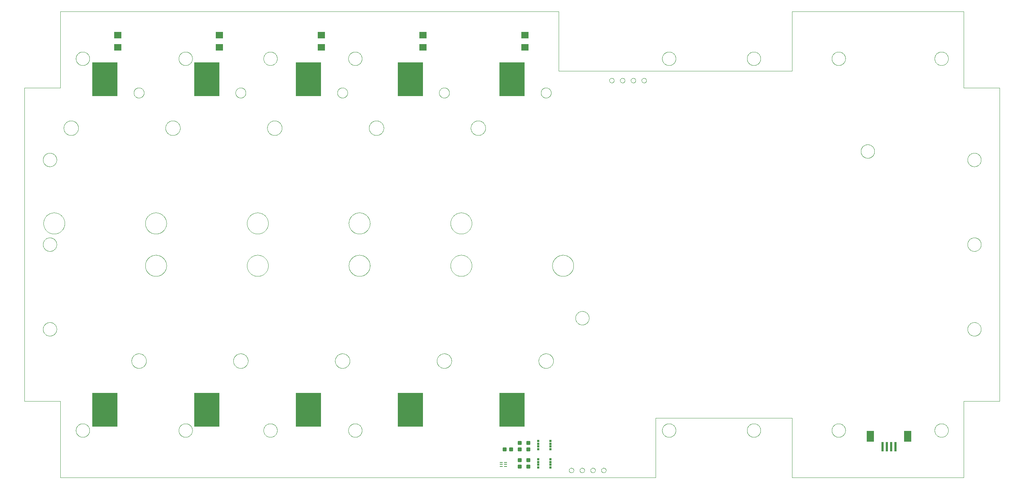
<source format=gtp>
G75*
%MOIN*%
%OFA0B0*%
%FSLAX25Y25*%
%IPPOS*%
%LPD*%
%AMOC8*
5,1,8,0,0,1.08239X$1,22.5*
%
%ADD10C,0.00000*%
%ADD11R,0.23622X0.31496*%
%ADD12R,0.07087X0.06299*%
%ADD13R,0.03150X0.01102*%
%ADD14R,0.02953X0.01102*%
%ADD15R,0.02480X0.01969*%
%ADD16C,0.00875*%
%ADD17R,0.02362X0.08661*%
%ADD18R,0.07087X0.10236*%
D10*
X0036965Y0006131D02*
X0036965Y0076997D01*
X0003500Y0076997D01*
X0003500Y0368336D01*
X0036965Y0368336D01*
X0036965Y0439202D01*
X0499563Y0439202D01*
X0499563Y0384084D01*
X0716098Y0384084D01*
X0716098Y0439202D01*
X0875547Y0439202D01*
X0875547Y0368336D01*
X0909012Y0368336D01*
X0909012Y0076997D01*
X0875547Y0076997D01*
X0875547Y0006131D01*
X0716098Y0006131D01*
X0716098Y0061249D01*
X0589563Y0061249D01*
X0589563Y0006131D01*
X0036965Y0006131D01*
X0051335Y0049832D02*
X0051337Y0049990D01*
X0051343Y0050148D01*
X0051353Y0050306D01*
X0051367Y0050464D01*
X0051385Y0050621D01*
X0051406Y0050778D01*
X0051432Y0050934D01*
X0051462Y0051090D01*
X0051495Y0051245D01*
X0051533Y0051398D01*
X0051574Y0051551D01*
X0051619Y0051703D01*
X0051668Y0051854D01*
X0051721Y0052003D01*
X0051777Y0052151D01*
X0051837Y0052297D01*
X0051901Y0052442D01*
X0051969Y0052585D01*
X0052040Y0052727D01*
X0052114Y0052867D01*
X0052192Y0053004D01*
X0052274Y0053140D01*
X0052358Y0053274D01*
X0052447Y0053405D01*
X0052538Y0053534D01*
X0052633Y0053661D01*
X0052730Y0053786D01*
X0052831Y0053908D01*
X0052935Y0054027D01*
X0053042Y0054144D01*
X0053152Y0054258D01*
X0053265Y0054369D01*
X0053380Y0054478D01*
X0053498Y0054583D01*
X0053619Y0054685D01*
X0053742Y0054785D01*
X0053868Y0054881D01*
X0053996Y0054974D01*
X0054126Y0055064D01*
X0054259Y0055150D01*
X0054394Y0055234D01*
X0054530Y0055313D01*
X0054669Y0055390D01*
X0054810Y0055462D01*
X0054952Y0055532D01*
X0055096Y0055597D01*
X0055242Y0055659D01*
X0055389Y0055717D01*
X0055538Y0055772D01*
X0055688Y0055823D01*
X0055839Y0055870D01*
X0055991Y0055913D01*
X0056144Y0055952D01*
X0056299Y0055988D01*
X0056454Y0056019D01*
X0056610Y0056047D01*
X0056766Y0056071D01*
X0056923Y0056091D01*
X0057081Y0056107D01*
X0057238Y0056119D01*
X0057397Y0056127D01*
X0057555Y0056131D01*
X0057713Y0056131D01*
X0057871Y0056127D01*
X0058030Y0056119D01*
X0058187Y0056107D01*
X0058345Y0056091D01*
X0058502Y0056071D01*
X0058658Y0056047D01*
X0058814Y0056019D01*
X0058969Y0055988D01*
X0059124Y0055952D01*
X0059277Y0055913D01*
X0059429Y0055870D01*
X0059580Y0055823D01*
X0059730Y0055772D01*
X0059879Y0055717D01*
X0060026Y0055659D01*
X0060172Y0055597D01*
X0060316Y0055532D01*
X0060458Y0055462D01*
X0060599Y0055390D01*
X0060738Y0055313D01*
X0060874Y0055234D01*
X0061009Y0055150D01*
X0061142Y0055064D01*
X0061272Y0054974D01*
X0061400Y0054881D01*
X0061526Y0054785D01*
X0061649Y0054685D01*
X0061770Y0054583D01*
X0061888Y0054478D01*
X0062003Y0054369D01*
X0062116Y0054258D01*
X0062226Y0054144D01*
X0062333Y0054027D01*
X0062437Y0053908D01*
X0062538Y0053786D01*
X0062635Y0053661D01*
X0062730Y0053534D01*
X0062821Y0053405D01*
X0062910Y0053274D01*
X0062994Y0053140D01*
X0063076Y0053004D01*
X0063154Y0052867D01*
X0063228Y0052727D01*
X0063299Y0052585D01*
X0063367Y0052442D01*
X0063431Y0052297D01*
X0063491Y0052151D01*
X0063547Y0052003D01*
X0063600Y0051854D01*
X0063649Y0051703D01*
X0063694Y0051551D01*
X0063735Y0051398D01*
X0063773Y0051245D01*
X0063806Y0051090D01*
X0063836Y0050934D01*
X0063862Y0050778D01*
X0063883Y0050621D01*
X0063901Y0050464D01*
X0063915Y0050306D01*
X0063925Y0050148D01*
X0063931Y0049990D01*
X0063933Y0049832D01*
X0063931Y0049674D01*
X0063925Y0049516D01*
X0063915Y0049358D01*
X0063901Y0049200D01*
X0063883Y0049043D01*
X0063862Y0048886D01*
X0063836Y0048730D01*
X0063806Y0048574D01*
X0063773Y0048419D01*
X0063735Y0048266D01*
X0063694Y0048113D01*
X0063649Y0047961D01*
X0063600Y0047810D01*
X0063547Y0047661D01*
X0063491Y0047513D01*
X0063431Y0047367D01*
X0063367Y0047222D01*
X0063299Y0047079D01*
X0063228Y0046937D01*
X0063154Y0046797D01*
X0063076Y0046660D01*
X0062994Y0046524D01*
X0062910Y0046390D01*
X0062821Y0046259D01*
X0062730Y0046130D01*
X0062635Y0046003D01*
X0062538Y0045878D01*
X0062437Y0045756D01*
X0062333Y0045637D01*
X0062226Y0045520D01*
X0062116Y0045406D01*
X0062003Y0045295D01*
X0061888Y0045186D01*
X0061770Y0045081D01*
X0061649Y0044979D01*
X0061526Y0044879D01*
X0061400Y0044783D01*
X0061272Y0044690D01*
X0061142Y0044600D01*
X0061009Y0044514D01*
X0060874Y0044430D01*
X0060738Y0044351D01*
X0060599Y0044274D01*
X0060458Y0044202D01*
X0060316Y0044132D01*
X0060172Y0044067D01*
X0060026Y0044005D01*
X0059879Y0043947D01*
X0059730Y0043892D01*
X0059580Y0043841D01*
X0059429Y0043794D01*
X0059277Y0043751D01*
X0059124Y0043712D01*
X0058969Y0043676D01*
X0058814Y0043645D01*
X0058658Y0043617D01*
X0058502Y0043593D01*
X0058345Y0043573D01*
X0058187Y0043557D01*
X0058030Y0043545D01*
X0057871Y0043537D01*
X0057713Y0043533D01*
X0057555Y0043533D01*
X0057397Y0043537D01*
X0057238Y0043545D01*
X0057081Y0043557D01*
X0056923Y0043573D01*
X0056766Y0043593D01*
X0056610Y0043617D01*
X0056454Y0043645D01*
X0056299Y0043676D01*
X0056144Y0043712D01*
X0055991Y0043751D01*
X0055839Y0043794D01*
X0055688Y0043841D01*
X0055538Y0043892D01*
X0055389Y0043947D01*
X0055242Y0044005D01*
X0055096Y0044067D01*
X0054952Y0044132D01*
X0054810Y0044202D01*
X0054669Y0044274D01*
X0054530Y0044351D01*
X0054394Y0044430D01*
X0054259Y0044514D01*
X0054126Y0044600D01*
X0053996Y0044690D01*
X0053868Y0044783D01*
X0053742Y0044879D01*
X0053619Y0044979D01*
X0053498Y0045081D01*
X0053380Y0045186D01*
X0053265Y0045295D01*
X0053152Y0045406D01*
X0053042Y0045520D01*
X0052935Y0045637D01*
X0052831Y0045756D01*
X0052730Y0045878D01*
X0052633Y0046003D01*
X0052538Y0046130D01*
X0052447Y0046259D01*
X0052358Y0046390D01*
X0052274Y0046524D01*
X0052192Y0046660D01*
X0052114Y0046797D01*
X0052040Y0046937D01*
X0051969Y0047079D01*
X0051901Y0047222D01*
X0051837Y0047367D01*
X0051777Y0047513D01*
X0051721Y0047661D01*
X0051668Y0047810D01*
X0051619Y0047961D01*
X0051574Y0048113D01*
X0051533Y0048266D01*
X0051495Y0048419D01*
X0051462Y0048574D01*
X0051432Y0048730D01*
X0051406Y0048886D01*
X0051385Y0049043D01*
X0051367Y0049200D01*
X0051353Y0049358D01*
X0051343Y0049516D01*
X0051337Y0049674D01*
X0051335Y0049832D01*
X0146807Y0049832D02*
X0146809Y0049990D01*
X0146815Y0050148D01*
X0146825Y0050306D01*
X0146839Y0050464D01*
X0146857Y0050621D01*
X0146878Y0050778D01*
X0146904Y0050934D01*
X0146934Y0051090D01*
X0146967Y0051245D01*
X0147005Y0051398D01*
X0147046Y0051551D01*
X0147091Y0051703D01*
X0147140Y0051854D01*
X0147193Y0052003D01*
X0147249Y0052151D01*
X0147309Y0052297D01*
X0147373Y0052442D01*
X0147441Y0052585D01*
X0147512Y0052727D01*
X0147586Y0052867D01*
X0147664Y0053004D01*
X0147746Y0053140D01*
X0147830Y0053274D01*
X0147919Y0053405D01*
X0148010Y0053534D01*
X0148105Y0053661D01*
X0148202Y0053786D01*
X0148303Y0053908D01*
X0148407Y0054027D01*
X0148514Y0054144D01*
X0148624Y0054258D01*
X0148737Y0054369D01*
X0148852Y0054478D01*
X0148970Y0054583D01*
X0149091Y0054685D01*
X0149214Y0054785D01*
X0149340Y0054881D01*
X0149468Y0054974D01*
X0149598Y0055064D01*
X0149731Y0055150D01*
X0149866Y0055234D01*
X0150002Y0055313D01*
X0150141Y0055390D01*
X0150282Y0055462D01*
X0150424Y0055532D01*
X0150568Y0055597D01*
X0150714Y0055659D01*
X0150861Y0055717D01*
X0151010Y0055772D01*
X0151160Y0055823D01*
X0151311Y0055870D01*
X0151463Y0055913D01*
X0151616Y0055952D01*
X0151771Y0055988D01*
X0151926Y0056019D01*
X0152082Y0056047D01*
X0152238Y0056071D01*
X0152395Y0056091D01*
X0152553Y0056107D01*
X0152710Y0056119D01*
X0152869Y0056127D01*
X0153027Y0056131D01*
X0153185Y0056131D01*
X0153343Y0056127D01*
X0153502Y0056119D01*
X0153659Y0056107D01*
X0153817Y0056091D01*
X0153974Y0056071D01*
X0154130Y0056047D01*
X0154286Y0056019D01*
X0154441Y0055988D01*
X0154596Y0055952D01*
X0154749Y0055913D01*
X0154901Y0055870D01*
X0155052Y0055823D01*
X0155202Y0055772D01*
X0155351Y0055717D01*
X0155498Y0055659D01*
X0155644Y0055597D01*
X0155788Y0055532D01*
X0155930Y0055462D01*
X0156071Y0055390D01*
X0156210Y0055313D01*
X0156346Y0055234D01*
X0156481Y0055150D01*
X0156614Y0055064D01*
X0156744Y0054974D01*
X0156872Y0054881D01*
X0156998Y0054785D01*
X0157121Y0054685D01*
X0157242Y0054583D01*
X0157360Y0054478D01*
X0157475Y0054369D01*
X0157588Y0054258D01*
X0157698Y0054144D01*
X0157805Y0054027D01*
X0157909Y0053908D01*
X0158010Y0053786D01*
X0158107Y0053661D01*
X0158202Y0053534D01*
X0158293Y0053405D01*
X0158382Y0053274D01*
X0158466Y0053140D01*
X0158548Y0053004D01*
X0158626Y0052867D01*
X0158700Y0052727D01*
X0158771Y0052585D01*
X0158839Y0052442D01*
X0158903Y0052297D01*
X0158963Y0052151D01*
X0159019Y0052003D01*
X0159072Y0051854D01*
X0159121Y0051703D01*
X0159166Y0051551D01*
X0159207Y0051398D01*
X0159245Y0051245D01*
X0159278Y0051090D01*
X0159308Y0050934D01*
X0159334Y0050778D01*
X0159355Y0050621D01*
X0159373Y0050464D01*
X0159387Y0050306D01*
X0159397Y0050148D01*
X0159403Y0049990D01*
X0159405Y0049832D01*
X0159403Y0049674D01*
X0159397Y0049516D01*
X0159387Y0049358D01*
X0159373Y0049200D01*
X0159355Y0049043D01*
X0159334Y0048886D01*
X0159308Y0048730D01*
X0159278Y0048574D01*
X0159245Y0048419D01*
X0159207Y0048266D01*
X0159166Y0048113D01*
X0159121Y0047961D01*
X0159072Y0047810D01*
X0159019Y0047661D01*
X0158963Y0047513D01*
X0158903Y0047367D01*
X0158839Y0047222D01*
X0158771Y0047079D01*
X0158700Y0046937D01*
X0158626Y0046797D01*
X0158548Y0046660D01*
X0158466Y0046524D01*
X0158382Y0046390D01*
X0158293Y0046259D01*
X0158202Y0046130D01*
X0158107Y0046003D01*
X0158010Y0045878D01*
X0157909Y0045756D01*
X0157805Y0045637D01*
X0157698Y0045520D01*
X0157588Y0045406D01*
X0157475Y0045295D01*
X0157360Y0045186D01*
X0157242Y0045081D01*
X0157121Y0044979D01*
X0156998Y0044879D01*
X0156872Y0044783D01*
X0156744Y0044690D01*
X0156614Y0044600D01*
X0156481Y0044514D01*
X0156346Y0044430D01*
X0156210Y0044351D01*
X0156071Y0044274D01*
X0155930Y0044202D01*
X0155788Y0044132D01*
X0155644Y0044067D01*
X0155498Y0044005D01*
X0155351Y0043947D01*
X0155202Y0043892D01*
X0155052Y0043841D01*
X0154901Y0043794D01*
X0154749Y0043751D01*
X0154596Y0043712D01*
X0154441Y0043676D01*
X0154286Y0043645D01*
X0154130Y0043617D01*
X0153974Y0043593D01*
X0153817Y0043573D01*
X0153659Y0043557D01*
X0153502Y0043545D01*
X0153343Y0043537D01*
X0153185Y0043533D01*
X0153027Y0043533D01*
X0152869Y0043537D01*
X0152710Y0043545D01*
X0152553Y0043557D01*
X0152395Y0043573D01*
X0152238Y0043593D01*
X0152082Y0043617D01*
X0151926Y0043645D01*
X0151771Y0043676D01*
X0151616Y0043712D01*
X0151463Y0043751D01*
X0151311Y0043794D01*
X0151160Y0043841D01*
X0151010Y0043892D01*
X0150861Y0043947D01*
X0150714Y0044005D01*
X0150568Y0044067D01*
X0150424Y0044132D01*
X0150282Y0044202D01*
X0150141Y0044274D01*
X0150002Y0044351D01*
X0149866Y0044430D01*
X0149731Y0044514D01*
X0149598Y0044600D01*
X0149468Y0044690D01*
X0149340Y0044783D01*
X0149214Y0044879D01*
X0149091Y0044979D01*
X0148970Y0045081D01*
X0148852Y0045186D01*
X0148737Y0045295D01*
X0148624Y0045406D01*
X0148514Y0045520D01*
X0148407Y0045637D01*
X0148303Y0045756D01*
X0148202Y0045878D01*
X0148105Y0046003D01*
X0148010Y0046130D01*
X0147919Y0046259D01*
X0147830Y0046390D01*
X0147746Y0046524D01*
X0147664Y0046660D01*
X0147586Y0046797D01*
X0147512Y0046937D01*
X0147441Y0047079D01*
X0147373Y0047222D01*
X0147309Y0047367D01*
X0147249Y0047513D01*
X0147193Y0047661D01*
X0147140Y0047810D01*
X0147091Y0047961D01*
X0147046Y0048113D01*
X0147005Y0048266D01*
X0146967Y0048419D01*
X0146934Y0048574D01*
X0146904Y0048730D01*
X0146878Y0048886D01*
X0146857Y0049043D01*
X0146839Y0049200D01*
X0146825Y0049358D01*
X0146815Y0049516D01*
X0146809Y0049674D01*
X0146807Y0049832D01*
X0225547Y0049832D02*
X0225549Y0049990D01*
X0225555Y0050148D01*
X0225565Y0050306D01*
X0225579Y0050464D01*
X0225597Y0050621D01*
X0225618Y0050778D01*
X0225644Y0050934D01*
X0225674Y0051090D01*
X0225707Y0051245D01*
X0225745Y0051398D01*
X0225786Y0051551D01*
X0225831Y0051703D01*
X0225880Y0051854D01*
X0225933Y0052003D01*
X0225989Y0052151D01*
X0226049Y0052297D01*
X0226113Y0052442D01*
X0226181Y0052585D01*
X0226252Y0052727D01*
X0226326Y0052867D01*
X0226404Y0053004D01*
X0226486Y0053140D01*
X0226570Y0053274D01*
X0226659Y0053405D01*
X0226750Y0053534D01*
X0226845Y0053661D01*
X0226942Y0053786D01*
X0227043Y0053908D01*
X0227147Y0054027D01*
X0227254Y0054144D01*
X0227364Y0054258D01*
X0227477Y0054369D01*
X0227592Y0054478D01*
X0227710Y0054583D01*
X0227831Y0054685D01*
X0227954Y0054785D01*
X0228080Y0054881D01*
X0228208Y0054974D01*
X0228338Y0055064D01*
X0228471Y0055150D01*
X0228606Y0055234D01*
X0228742Y0055313D01*
X0228881Y0055390D01*
X0229022Y0055462D01*
X0229164Y0055532D01*
X0229308Y0055597D01*
X0229454Y0055659D01*
X0229601Y0055717D01*
X0229750Y0055772D01*
X0229900Y0055823D01*
X0230051Y0055870D01*
X0230203Y0055913D01*
X0230356Y0055952D01*
X0230511Y0055988D01*
X0230666Y0056019D01*
X0230822Y0056047D01*
X0230978Y0056071D01*
X0231135Y0056091D01*
X0231293Y0056107D01*
X0231450Y0056119D01*
X0231609Y0056127D01*
X0231767Y0056131D01*
X0231925Y0056131D01*
X0232083Y0056127D01*
X0232242Y0056119D01*
X0232399Y0056107D01*
X0232557Y0056091D01*
X0232714Y0056071D01*
X0232870Y0056047D01*
X0233026Y0056019D01*
X0233181Y0055988D01*
X0233336Y0055952D01*
X0233489Y0055913D01*
X0233641Y0055870D01*
X0233792Y0055823D01*
X0233942Y0055772D01*
X0234091Y0055717D01*
X0234238Y0055659D01*
X0234384Y0055597D01*
X0234528Y0055532D01*
X0234670Y0055462D01*
X0234811Y0055390D01*
X0234950Y0055313D01*
X0235086Y0055234D01*
X0235221Y0055150D01*
X0235354Y0055064D01*
X0235484Y0054974D01*
X0235612Y0054881D01*
X0235738Y0054785D01*
X0235861Y0054685D01*
X0235982Y0054583D01*
X0236100Y0054478D01*
X0236215Y0054369D01*
X0236328Y0054258D01*
X0236438Y0054144D01*
X0236545Y0054027D01*
X0236649Y0053908D01*
X0236750Y0053786D01*
X0236847Y0053661D01*
X0236942Y0053534D01*
X0237033Y0053405D01*
X0237122Y0053274D01*
X0237206Y0053140D01*
X0237288Y0053004D01*
X0237366Y0052867D01*
X0237440Y0052727D01*
X0237511Y0052585D01*
X0237579Y0052442D01*
X0237643Y0052297D01*
X0237703Y0052151D01*
X0237759Y0052003D01*
X0237812Y0051854D01*
X0237861Y0051703D01*
X0237906Y0051551D01*
X0237947Y0051398D01*
X0237985Y0051245D01*
X0238018Y0051090D01*
X0238048Y0050934D01*
X0238074Y0050778D01*
X0238095Y0050621D01*
X0238113Y0050464D01*
X0238127Y0050306D01*
X0238137Y0050148D01*
X0238143Y0049990D01*
X0238145Y0049832D01*
X0238143Y0049674D01*
X0238137Y0049516D01*
X0238127Y0049358D01*
X0238113Y0049200D01*
X0238095Y0049043D01*
X0238074Y0048886D01*
X0238048Y0048730D01*
X0238018Y0048574D01*
X0237985Y0048419D01*
X0237947Y0048266D01*
X0237906Y0048113D01*
X0237861Y0047961D01*
X0237812Y0047810D01*
X0237759Y0047661D01*
X0237703Y0047513D01*
X0237643Y0047367D01*
X0237579Y0047222D01*
X0237511Y0047079D01*
X0237440Y0046937D01*
X0237366Y0046797D01*
X0237288Y0046660D01*
X0237206Y0046524D01*
X0237122Y0046390D01*
X0237033Y0046259D01*
X0236942Y0046130D01*
X0236847Y0046003D01*
X0236750Y0045878D01*
X0236649Y0045756D01*
X0236545Y0045637D01*
X0236438Y0045520D01*
X0236328Y0045406D01*
X0236215Y0045295D01*
X0236100Y0045186D01*
X0235982Y0045081D01*
X0235861Y0044979D01*
X0235738Y0044879D01*
X0235612Y0044783D01*
X0235484Y0044690D01*
X0235354Y0044600D01*
X0235221Y0044514D01*
X0235086Y0044430D01*
X0234950Y0044351D01*
X0234811Y0044274D01*
X0234670Y0044202D01*
X0234528Y0044132D01*
X0234384Y0044067D01*
X0234238Y0044005D01*
X0234091Y0043947D01*
X0233942Y0043892D01*
X0233792Y0043841D01*
X0233641Y0043794D01*
X0233489Y0043751D01*
X0233336Y0043712D01*
X0233181Y0043676D01*
X0233026Y0043645D01*
X0232870Y0043617D01*
X0232714Y0043593D01*
X0232557Y0043573D01*
X0232399Y0043557D01*
X0232242Y0043545D01*
X0232083Y0043537D01*
X0231925Y0043533D01*
X0231767Y0043533D01*
X0231609Y0043537D01*
X0231450Y0043545D01*
X0231293Y0043557D01*
X0231135Y0043573D01*
X0230978Y0043593D01*
X0230822Y0043617D01*
X0230666Y0043645D01*
X0230511Y0043676D01*
X0230356Y0043712D01*
X0230203Y0043751D01*
X0230051Y0043794D01*
X0229900Y0043841D01*
X0229750Y0043892D01*
X0229601Y0043947D01*
X0229454Y0044005D01*
X0229308Y0044067D01*
X0229164Y0044132D01*
X0229022Y0044202D01*
X0228881Y0044274D01*
X0228742Y0044351D01*
X0228606Y0044430D01*
X0228471Y0044514D01*
X0228338Y0044600D01*
X0228208Y0044690D01*
X0228080Y0044783D01*
X0227954Y0044879D01*
X0227831Y0044979D01*
X0227710Y0045081D01*
X0227592Y0045186D01*
X0227477Y0045295D01*
X0227364Y0045406D01*
X0227254Y0045520D01*
X0227147Y0045637D01*
X0227043Y0045756D01*
X0226942Y0045878D01*
X0226845Y0046003D01*
X0226750Y0046130D01*
X0226659Y0046259D01*
X0226570Y0046390D01*
X0226486Y0046524D01*
X0226404Y0046660D01*
X0226326Y0046797D01*
X0226252Y0046937D01*
X0226181Y0047079D01*
X0226113Y0047222D01*
X0226049Y0047367D01*
X0225989Y0047513D01*
X0225933Y0047661D01*
X0225880Y0047810D01*
X0225831Y0047961D01*
X0225786Y0048113D01*
X0225745Y0048266D01*
X0225707Y0048419D01*
X0225674Y0048574D01*
X0225644Y0048730D01*
X0225618Y0048886D01*
X0225597Y0049043D01*
X0225579Y0049200D01*
X0225565Y0049358D01*
X0225555Y0049516D01*
X0225549Y0049674D01*
X0225547Y0049832D01*
X0304288Y0049832D02*
X0304290Y0049990D01*
X0304296Y0050148D01*
X0304306Y0050306D01*
X0304320Y0050464D01*
X0304338Y0050621D01*
X0304359Y0050778D01*
X0304385Y0050934D01*
X0304415Y0051090D01*
X0304448Y0051245D01*
X0304486Y0051398D01*
X0304527Y0051551D01*
X0304572Y0051703D01*
X0304621Y0051854D01*
X0304674Y0052003D01*
X0304730Y0052151D01*
X0304790Y0052297D01*
X0304854Y0052442D01*
X0304922Y0052585D01*
X0304993Y0052727D01*
X0305067Y0052867D01*
X0305145Y0053004D01*
X0305227Y0053140D01*
X0305311Y0053274D01*
X0305400Y0053405D01*
X0305491Y0053534D01*
X0305586Y0053661D01*
X0305683Y0053786D01*
X0305784Y0053908D01*
X0305888Y0054027D01*
X0305995Y0054144D01*
X0306105Y0054258D01*
X0306218Y0054369D01*
X0306333Y0054478D01*
X0306451Y0054583D01*
X0306572Y0054685D01*
X0306695Y0054785D01*
X0306821Y0054881D01*
X0306949Y0054974D01*
X0307079Y0055064D01*
X0307212Y0055150D01*
X0307347Y0055234D01*
X0307483Y0055313D01*
X0307622Y0055390D01*
X0307763Y0055462D01*
X0307905Y0055532D01*
X0308049Y0055597D01*
X0308195Y0055659D01*
X0308342Y0055717D01*
X0308491Y0055772D01*
X0308641Y0055823D01*
X0308792Y0055870D01*
X0308944Y0055913D01*
X0309097Y0055952D01*
X0309252Y0055988D01*
X0309407Y0056019D01*
X0309563Y0056047D01*
X0309719Y0056071D01*
X0309876Y0056091D01*
X0310034Y0056107D01*
X0310191Y0056119D01*
X0310350Y0056127D01*
X0310508Y0056131D01*
X0310666Y0056131D01*
X0310824Y0056127D01*
X0310983Y0056119D01*
X0311140Y0056107D01*
X0311298Y0056091D01*
X0311455Y0056071D01*
X0311611Y0056047D01*
X0311767Y0056019D01*
X0311922Y0055988D01*
X0312077Y0055952D01*
X0312230Y0055913D01*
X0312382Y0055870D01*
X0312533Y0055823D01*
X0312683Y0055772D01*
X0312832Y0055717D01*
X0312979Y0055659D01*
X0313125Y0055597D01*
X0313269Y0055532D01*
X0313411Y0055462D01*
X0313552Y0055390D01*
X0313691Y0055313D01*
X0313827Y0055234D01*
X0313962Y0055150D01*
X0314095Y0055064D01*
X0314225Y0054974D01*
X0314353Y0054881D01*
X0314479Y0054785D01*
X0314602Y0054685D01*
X0314723Y0054583D01*
X0314841Y0054478D01*
X0314956Y0054369D01*
X0315069Y0054258D01*
X0315179Y0054144D01*
X0315286Y0054027D01*
X0315390Y0053908D01*
X0315491Y0053786D01*
X0315588Y0053661D01*
X0315683Y0053534D01*
X0315774Y0053405D01*
X0315863Y0053274D01*
X0315947Y0053140D01*
X0316029Y0053004D01*
X0316107Y0052867D01*
X0316181Y0052727D01*
X0316252Y0052585D01*
X0316320Y0052442D01*
X0316384Y0052297D01*
X0316444Y0052151D01*
X0316500Y0052003D01*
X0316553Y0051854D01*
X0316602Y0051703D01*
X0316647Y0051551D01*
X0316688Y0051398D01*
X0316726Y0051245D01*
X0316759Y0051090D01*
X0316789Y0050934D01*
X0316815Y0050778D01*
X0316836Y0050621D01*
X0316854Y0050464D01*
X0316868Y0050306D01*
X0316878Y0050148D01*
X0316884Y0049990D01*
X0316886Y0049832D01*
X0316884Y0049674D01*
X0316878Y0049516D01*
X0316868Y0049358D01*
X0316854Y0049200D01*
X0316836Y0049043D01*
X0316815Y0048886D01*
X0316789Y0048730D01*
X0316759Y0048574D01*
X0316726Y0048419D01*
X0316688Y0048266D01*
X0316647Y0048113D01*
X0316602Y0047961D01*
X0316553Y0047810D01*
X0316500Y0047661D01*
X0316444Y0047513D01*
X0316384Y0047367D01*
X0316320Y0047222D01*
X0316252Y0047079D01*
X0316181Y0046937D01*
X0316107Y0046797D01*
X0316029Y0046660D01*
X0315947Y0046524D01*
X0315863Y0046390D01*
X0315774Y0046259D01*
X0315683Y0046130D01*
X0315588Y0046003D01*
X0315491Y0045878D01*
X0315390Y0045756D01*
X0315286Y0045637D01*
X0315179Y0045520D01*
X0315069Y0045406D01*
X0314956Y0045295D01*
X0314841Y0045186D01*
X0314723Y0045081D01*
X0314602Y0044979D01*
X0314479Y0044879D01*
X0314353Y0044783D01*
X0314225Y0044690D01*
X0314095Y0044600D01*
X0313962Y0044514D01*
X0313827Y0044430D01*
X0313691Y0044351D01*
X0313552Y0044274D01*
X0313411Y0044202D01*
X0313269Y0044132D01*
X0313125Y0044067D01*
X0312979Y0044005D01*
X0312832Y0043947D01*
X0312683Y0043892D01*
X0312533Y0043841D01*
X0312382Y0043794D01*
X0312230Y0043751D01*
X0312077Y0043712D01*
X0311922Y0043676D01*
X0311767Y0043645D01*
X0311611Y0043617D01*
X0311455Y0043593D01*
X0311298Y0043573D01*
X0311140Y0043557D01*
X0310983Y0043545D01*
X0310824Y0043537D01*
X0310666Y0043533D01*
X0310508Y0043533D01*
X0310350Y0043537D01*
X0310191Y0043545D01*
X0310034Y0043557D01*
X0309876Y0043573D01*
X0309719Y0043593D01*
X0309563Y0043617D01*
X0309407Y0043645D01*
X0309252Y0043676D01*
X0309097Y0043712D01*
X0308944Y0043751D01*
X0308792Y0043794D01*
X0308641Y0043841D01*
X0308491Y0043892D01*
X0308342Y0043947D01*
X0308195Y0044005D01*
X0308049Y0044067D01*
X0307905Y0044132D01*
X0307763Y0044202D01*
X0307622Y0044274D01*
X0307483Y0044351D01*
X0307347Y0044430D01*
X0307212Y0044514D01*
X0307079Y0044600D01*
X0306949Y0044690D01*
X0306821Y0044783D01*
X0306695Y0044879D01*
X0306572Y0044979D01*
X0306451Y0045081D01*
X0306333Y0045186D01*
X0306218Y0045295D01*
X0306105Y0045406D01*
X0305995Y0045520D01*
X0305888Y0045637D01*
X0305784Y0045756D01*
X0305683Y0045878D01*
X0305586Y0046003D01*
X0305491Y0046130D01*
X0305400Y0046259D01*
X0305311Y0046390D01*
X0305227Y0046524D01*
X0305145Y0046660D01*
X0305067Y0046797D01*
X0304993Y0046937D01*
X0304922Y0047079D01*
X0304854Y0047222D01*
X0304790Y0047367D01*
X0304730Y0047513D01*
X0304674Y0047661D01*
X0304621Y0047810D01*
X0304572Y0047961D01*
X0304527Y0048113D01*
X0304486Y0048266D01*
X0304448Y0048419D01*
X0304415Y0048574D01*
X0304385Y0048730D01*
X0304359Y0048886D01*
X0304338Y0049043D01*
X0304320Y0049200D01*
X0304306Y0049358D01*
X0304296Y0049516D01*
X0304290Y0049674D01*
X0304288Y0049832D01*
X0291985Y0114399D02*
X0291987Y0114566D01*
X0291993Y0114732D01*
X0292003Y0114899D01*
X0292018Y0115065D01*
X0292036Y0115230D01*
X0292059Y0115395D01*
X0292085Y0115560D01*
X0292115Y0115724D01*
X0292150Y0115887D01*
X0292189Y0116049D01*
X0292231Y0116210D01*
X0292277Y0116370D01*
X0292328Y0116529D01*
X0292382Y0116687D01*
X0292440Y0116843D01*
X0292502Y0116998D01*
X0292568Y0117151D01*
X0292637Y0117303D01*
X0292710Y0117452D01*
X0292787Y0117600D01*
X0292867Y0117746D01*
X0292951Y0117890D01*
X0293039Y0118032D01*
X0293129Y0118172D01*
X0293224Y0118309D01*
X0293321Y0118444D01*
X0293422Y0118577D01*
X0293526Y0118707D01*
X0293634Y0118835D01*
X0293744Y0118960D01*
X0293858Y0119082D01*
X0293974Y0119201D01*
X0294093Y0119317D01*
X0294215Y0119431D01*
X0294340Y0119541D01*
X0294468Y0119649D01*
X0294598Y0119753D01*
X0294731Y0119854D01*
X0294866Y0119951D01*
X0295003Y0120046D01*
X0295143Y0120136D01*
X0295285Y0120224D01*
X0295429Y0120308D01*
X0295575Y0120388D01*
X0295723Y0120465D01*
X0295872Y0120538D01*
X0296024Y0120607D01*
X0296177Y0120673D01*
X0296332Y0120735D01*
X0296488Y0120793D01*
X0296646Y0120847D01*
X0296805Y0120898D01*
X0296965Y0120944D01*
X0297126Y0120986D01*
X0297288Y0121025D01*
X0297451Y0121060D01*
X0297615Y0121090D01*
X0297780Y0121116D01*
X0297945Y0121139D01*
X0298110Y0121157D01*
X0298276Y0121172D01*
X0298443Y0121182D01*
X0298609Y0121188D01*
X0298776Y0121190D01*
X0298943Y0121188D01*
X0299109Y0121182D01*
X0299276Y0121172D01*
X0299442Y0121157D01*
X0299607Y0121139D01*
X0299772Y0121116D01*
X0299937Y0121090D01*
X0300101Y0121060D01*
X0300264Y0121025D01*
X0300426Y0120986D01*
X0300587Y0120944D01*
X0300747Y0120898D01*
X0300906Y0120847D01*
X0301064Y0120793D01*
X0301220Y0120735D01*
X0301375Y0120673D01*
X0301528Y0120607D01*
X0301680Y0120538D01*
X0301829Y0120465D01*
X0301977Y0120388D01*
X0302123Y0120308D01*
X0302267Y0120224D01*
X0302409Y0120136D01*
X0302549Y0120046D01*
X0302686Y0119951D01*
X0302821Y0119854D01*
X0302954Y0119753D01*
X0303084Y0119649D01*
X0303212Y0119541D01*
X0303337Y0119431D01*
X0303459Y0119317D01*
X0303578Y0119201D01*
X0303694Y0119082D01*
X0303808Y0118960D01*
X0303918Y0118835D01*
X0304026Y0118707D01*
X0304130Y0118577D01*
X0304231Y0118444D01*
X0304328Y0118309D01*
X0304423Y0118172D01*
X0304513Y0118032D01*
X0304601Y0117890D01*
X0304685Y0117746D01*
X0304765Y0117600D01*
X0304842Y0117452D01*
X0304915Y0117303D01*
X0304984Y0117151D01*
X0305050Y0116998D01*
X0305112Y0116843D01*
X0305170Y0116687D01*
X0305224Y0116529D01*
X0305275Y0116370D01*
X0305321Y0116210D01*
X0305363Y0116049D01*
X0305402Y0115887D01*
X0305437Y0115724D01*
X0305467Y0115560D01*
X0305493Y0115395D01*
X0305516Y0115230D01*
X0305534Y0115065D01*
X0305549Y0114899D01*
X0305559Y0114732D01*
X0305565Y0114566D01*
X0305567Y0114399D01*
X0305565Y0114232D01*
X0305559Y0114066D01*
X0305549Y0113899D01*
X0305534Y0113733D01*
X0305516Y0113568D01*
X0305493Y0113403D01*
X0305467Y0113238D01*
X0305437Y0113074D01*
X0305402Y0112911D01*
X0305363Y0112749D01*
X0305321Y0112588D01*
X0305275Y0112428D01*
X0305224Y0112269D01*
X0305170Y0112111D01*
X0305112Y0111955D01*
X0305050Y0111800D01*
X0304984Y0111647D01*
X0304915Y0111495D01*
X0304842Y0111346D01*
X0304765Y0111198D01*
X0304685Y0111052D01*
X0304601Y0110908D01*
X0304513Y0110766D01*
X0304423Y0110626D01*
X0304328Y0110489D01*
X0304231Y0110354D01*
X0304130Y0110221D01*
X0304026Y0110091D01*
X0303918Y0109963D01*
X0303808Y0109838D01*
X0303694Y0109716D01*
X0303578Y0109597D01*
X0303459Y0109481D01*
X0303337Y0109367D01*
X0303212Y0109257D01*
X0303084Y0109149D01*
X0302954Y0109045D01*
X0302821Y0108944D01*
X0302686Y0108847D01*
X0302549Y0108752D01*
X0302409Y0108662D01*
X0302267Y0108574D01*
X0302123Y0108490D01*
X0301977Y0108410D01*
X0301829Y0108333D01*
X0301680Y0108260D01*
X0301528Y0108191D01*
X0301375Y0108125D01*
X0301220Y0108063D01*
X0301064Y0108005D01*
X0300906Y0107951D01*
X0300747Y0107900D01*
X0300587Y0107854D01*
X0300426Y0107812D01*
X0300264Y0107773D01*
X0300101Y0107738D01*
X0299937Y0107708D01*
X0299772Y0107682D01*
X0299607Y0107659D01*
X0299442Y0107641D01*
X0299276Y0107626D01*
X0299109Y0107616D01*
X0298943Y0107610D01*
X0298776Y0107608D01*
X0298609Y0107610D01*
X0298443Y0107616D01*
X0298276Y0107626D01*
X0298110Y0107641D01*
X0297945Y0107659D01*
X0297780Y0107682D01*
X0297615Y0107708D01*
X0297451Y0107738D01*
X0297288Y0107773D01*
X0297126Y0107812D01*
X0296965Y0107854D01*
X0296805Y0107900D01*
X0296646Y0107951D01*
X0296488Y0108005D01*
X0296332Y0108063D01*
X0296177Y0108125D01*
X0296024Y0108191D01*
X0295872Y0108260D01*
X0295723Y0108333D01*
X0295575Y0108410D01*
X0295429Y0108490D01*
X0295285Y0108574D01*
X0295143Y0108662D01*
X0295003Y0108752D01*
X0294866Y0108847D01*
X0294731Y0108944D01*
X0294598Y0109045D01*
X0294468Y0109149D01*
X0294340Y0109257D01*
X0294215Y0109367D01*
X0294093Y0109481D01*
X0293974Y0109597D01*
X0293858Y0109716D01*
X0293744Y0109838D01*
X0293634Y0109963D01*
X0293526Y0110091D01*
X0293422Y0110221D01*
X0293321Y0110354D01*
X0293224Y0110489D01*
X0293129Y0110626D01*
X0293039Y0110766D01*
X0292951Y0110908D01*
X0292867Y0111052D01*
X0292787Y0111198D01*
X0292710Y0111346D01*
X0292637Y0111495D01*
X0292568Y0111647D01*
X0292502Y0111800D01*
X0292440Y0111955D01*
X0292382Y0112111D01*
X0292328Y0112269D01*
X0292277Y0112428D01*
X0292231Y0112588D01*
X0292189Y0112749D01*
X0292150Y0112911D01*
X0292115Y0113074D01*
X0292085Y0113238D01*
X0292059Y0113403D01*
X0292036Y0113568D01*
X0292018Y0113733D01*
X0292003Y0113899D01*
X0291993Y0114066D01*
X0291987Y0114232D01*
X0291985Y0114399D01*
X0197496Y0114399D02*
X0197498Y0114566D01*
X0197504Y0114732D01*
X0197514Y0114899D01*
X0197529Y0115065D01*
X0197547Y0115230D01*
X0197570Y0115395D01*
X0197596Y0115560D01*
X0197626Y0115724D01*
X0197661Y0115887D01*
X0197700Y0116049D01*
X0197742Y0116210D01*
X0197788Y0116370D01*
X0197839Y0116529D01*
X0197893Y0116687D01*
X0197951Y0116843D01*
X0198013Y0116998D01*
X0198079Y0117151D01*
X0198148Y0117303D01*
X0198221Y0117452D01*
X0198298Y0117600D01*
X0198378Y0117746D01*
X0198462Y0117890D01*
X0198550Y0118032D01*
X0198640Y0118172D01*
X0198735Y0118309D01*
X0198832Y0118444D01*
X0198933Y0118577D01*
X0199037Y0118707D01*
X0199145Y0118835D01*
X0199255Y0118960D01*
X0199369Y0119082D01*
X0199485Y0119201D01*
X0199604Y0119317D01*
X0199726Y0119431D01*
X0199851Y0119541D01*
X0199979Y0119649D01*
X0200109Y0119753D01*
X0200242Y0119854D01*
X0200377Y0119951D01*
X0200514Y0120046D01*
X0200654Y0120136D01*
X0200796Y0120224D01*
X0200940Y0120308D01*
X0201086Y0120388D01*
X0201234Y0120465D01*
X0201383Y0120538D01*
X0201535Y0120607D01*
X0201688Y0120673D01*
X0201843Y0120735D01*
X0201999Y0120793D01*
X0202157Y0120847D01*
X0202316Y0120898D01*
X0202476Y0120944D01*
X0202637Y0120986D01*
X0202799Y0121025D01*
X0202962Y0121060D01*
X0203126Y0121090D01*
X0203291Y0121116D01*
X0203456Y0121139D01*
X0203621Y0121157D01*
X0203787Y0121172D01*
X0203954Y0121182D01*
X0204120Y0121188D01*
X0204287Y0121190D01*
X0204454Y0121188D01*
X0204620Y0121182D01*
X0204787Y0121172D01*
X0204953Y0121157D01*
X0205118Y0121139D01*
X0205283Y0121116D01*
X0205448Y0121090D01*
X0205612Y0121060D01*
X0205775Y0121025D01*
X0205937Y0120986D01*
X0206098Y0120944D01*
X0206258Y0120898D01*
X0206417Y0120847D01*
X0206575Y0120793D01*
X0206731Y0120735D01*
X0206886Y0120673D01*
X0207039Y0120607D01*
X0207191Y0120538D01*
X0207340Y0120465D01*
X0207488Y0120388D01*
X0207634Y0120308D01*
X0207778Y0120224D01*
X0207920Y0120136D01*
X0208060Y0120046D01*
X0208197Y0119951D01*
X0208332Y0119854D01*
X0208465Y0119753D01*
X0208595Y0119649D01*
X0208723Y0119541D01*
X0208848Y0119431D01*
X0208970Y0119317D01*
X0209089Y0119201D01*
X0209205Y0119082D01*
X0209319Y0118960D01*
X0209429Y0118835D01*
X0209537Y0118707D01*
X0209641Y0118577D01*
X0209742Y0118444D01*
X0209839Y0118309D01*
X0209934Y0118172D01*
X0210024Y0118032D01*
X0210112Y0117890D01*
X0210196Y0117746D01*
X0210276Y0117600D01*
X0210353Y0117452D01*
X0210426Y0117303D01*
X0210495Y0117151D01*
X0210561Y0116998D01*
X0210623Y0116843D01*
X0210681Y0116687D01*
X0210735Y0116529D01*
X0210786Y0116370D01*
X0210832Y0116210D01*
X0210874Y0116049D01*
X0210913Y0115887D01*
X0210948Y0115724D01*
X0210978Y0115560D01*
X0211004Y0115395D01*
X0211027Y0115230D01*
X0211045Y0115065D01*
X0211060Y0114899D01*
X0211070Y0114732D01*
X0211076Y0114566D01*
X0211078Y0114399D01*
X0211076Y0114232D01*
X0211070Y0114066D01*
X0211060Y0113899D01*
X0211045Y0113733D01*
X0211027Y0113568D01*
X0211004Y0113403D01*
X0210978Y0113238D01*
X0210948Y0113074D01*
X0210913Y0112911D01*
X0210874Y0112749D01*
X0210832Y0112588D01*
X0210786Y0112428D01*
X0210735Y0112269D01*
X0210681Y0112111D01*
X0210623Y0111955D01*
X0210561Y0111800D01*
X0210495Y0111647D01*
X0210426Y0111495D01*
X0210353Y0111346D01*
X0210276Y0111198D01*
X0210196Y0111052D01*
X0210112Y0110908D01*
X0210024Y0110766D01*
X0209934Y0110626D01*
X0209839Y0110489D01*
X0209742Y0110354D01*
X0209641Y0110221D01*
X0209537Y0110091D01*
X0209429Y0109963D01*
X0209319Y0109838D01*
X0209205Y0109716D01*
X0209089Y0109597D01*
X0208970Y0109481D01*
X0208848Y0109367D01*
X0208723Y0109257D01*
X0208595Y0109149D01*
X0208465Y0109045D01*
X0208332Y0108944D01*
X0208197Y0108847D01*
X0208060Y0108752D01*
X0207920Y0108662D01*
X0207778Y0108574D01*
X0207634Y0108490D01*
X0207488Y0108410D01*
X0207340Y0108333D01*
X0207191Y0108260D01*
X0207039Y0108191D01*
X0206886Y0108125D01*
X0206731Y0108063D01*
X0206575Y0108005D01*
X0206417Y0107951D01*
X0206258Y0107900D01*
X0206098Y0107854D01*
X0205937Y0107812D01*
X0205775Y0107773D01*
X0205612Y0107738D01*
X0205448Y0107708D01*
X0205283Y0107682D01*
X0205118Y0107659D01*
X0204953Y0107641D01*
X0204787Y0107626D01*
X0204620Y0107616D01*
X0204454Y0107610D01*
X0204287Y0107608D01*
X0204120Y0107610D01*
X0203954Y0107616D01*
X0203787Y0107626D01*
X0203621Y0107641D01*
X0203456Y0107659D01*
X0203291Y0107682D01*
X0203126Y0107708D01*
X0202962Y0107738D01*
X0202799Y0107773D01*
X0202637Y0107812D01*
X0202476Y0107854D01*
X0202316Y0107900D01*
X0202157Y0107951D01*
X0201999Y0108005D01*
X0201843Y0108063D01*
X0201688Y0108125D01*
X0201535Y0108191D01*
X0201383Y0108260D01*
X0201234Y0108333D01*
X0201086Y0108410D01*
X0200940Y0108490D01*
X0200796Y0108574D01*
X0200654Y0108662D01*
X0200514Y0108752D01*
X0200377Y0108847D01*
X0200242Y0108944D01*
X0200109Y0109045D01*
X0199979Y0109149D01*
X0199851Y0109257D01*
X0199726Y0109367D01*
X0199604Y0109481D01*
X0199485Y0109597D01*
X0199369Y0109716D01*
X0199255Y0109838D01*
X0199145Y0109963D01*
X0199037Y0110091D01*
X0198933Y0110221D01*
X0198832Y0110354D01*
X0198735Y0110489D01*
X0198640Y0110626D01*
X0198550Y0110766D01*
X0198462Y0110908D01*
X0198378Y0111052D01*
X0198298Y0111198D01*
X0198221Y0111346D01*
X0198148Y0111495D01*
X0198079Y0111647D01*
X0198013Y0111800D01*
X0197951Y0111955D01*
X0197893Y0112111D01*
X0197839Y0112269D01*
X0197788Y0112428D01*
X0197742Y0112588D01*
X0197700Y0112749D01*
X0197661Y0112911D01*
X0197626Y0113074D01*
X0197596Y0113238D01*
X0197570Y0113403D01*
X0197547Y0113568D01*
X0197529Y0113733D01*
X0197514Y0113899D01*
X0197504Y0114066D01*
X0197498Y0114232D01*
X0197496Y0114399D01*
X0103008Y0114399D02*
X0103010Y0114566D01*
X0103016Y0114732D01*
X0103026Y0114899D01*
X0103041Y0115065D01*
X0103059Y0115230D01*
X0103082Y0115395D01*
X0103108Y0115560D01*
X0103138Y0115724D01*
X0103173Y0115887D01*
X0103212Y0116049D01*
X0103254Y0116210D01*
X0103300Y0116370D01*
X0103351Y0116529D01*
X0103405Y0116687D01*
X0103463Y0116843D01*
X0103525Y0116998D01*
X0103591Y0117151D01*
X0103660Y0117303D01*
X0103733Y0117452D01*
X0103810Y0117600D01*
X0103890Y0117746D01*
X0103974Y0117890D01*
X0104062Y0118032D01*
X0104152Y0118172D01*
X0104247Y0118309D01*
X0104344Y0118444D01*
X0104445Y0118577D01*
X0104549Y0118707D01*
X0104657Y0118835D01*
X0104767Y0118960D01*
X0104881Y0119082D01*
X0104997Y0119201D01*
X0105116Y0119317D01*
X0105238Y0119431D01*
X0105363Y0119541D01*
X0105491Y0119649D01*
X0105621Y0119753D01*
X0105754Y0119854D01*
X0105889Y0119951D01*
X0106026Y0120046D01*
X0106166Y0120136D01*
X0106308Y0120224D01*
X0106452Y0120308D01*
X0106598Y0120388D01*
X0106746Y0120465D01*
X0106895Y0120538D01*
X0107047Y0120607D01*
X0107200Y0120673D01*
X0107355Y0120735D01*
X0107511Y0120793D01*
X0107669Y0120847D01*
X0107828Y0120898D01*
X0107988Y0120944D01*
X0108149Y0120986D01*
X0108311Y0121025D01*
X0108474Y0121060D01*
X0108638Y0121090D01*
X0108803Y0121116D01*
X0108968Y0121139D01*
X0109133Y0121157D01*
X0109299Y0121172D01*
X0109466Y0121182D01*
X0109632Y0121188D01*
X0109799Y0121190D01*
X0109966Y0121188D01*
X0110132Y0121182D01*
X0110299Y0121172D01*
X0110465Y0121157D01*
X0110630Y0121139D01*
X0110795Y0121116D01*
X0110960Y0121090D01*
X0111124Y0121060D01*
X0111287Y0121025D01*
X0111449Y0120986D01*
X0111610Y0120944D01*
X0111770Y0120898D01*
X0111929Y0120847D01*
X0112087Y0120793D01*
X0112243Y0120735D01*
X0112398Y0120673D01*
X0112551Y0120607D01*
X0112703Y0120538D01*
X0112852Y0120465D01*
X0113000Y0120388D01*
X0113146Y0120308D01*
X0113290Y0120224D01*
X0113432Y0120136D01*
X0113572Y0120046D01*
X0113709Y0119951D01*
X0113844Y0119854D01*
X0113977Y0119753D01*
X0114107Y0119649D01*
X0114235Y0119541D01*
X0114360Y0119431D01*
X0114482Y0119317D01*
X0114601Y0119201D01*
X0114717Y0119082D01*
X0114831Y0118960D01*
X0114941Y0118835D01*
X0115049Y0118707D01*
X0115153Y0118577D01*
X0115254Y0118444D01*
X0115351Y0118309D01*
X0115446Y0118172D01*
X0115536Y0118032D01*
X0115624Y0117890D01*
X0115708Y0117746D01*
X0115788Y0117600D01*
X0115865Y0117452D01*
X0115938Y0117303D01*
X0116007Y0117151D01*
X0116073Y0116998D01*
X0116135Y0116843D01*
X0116193Y0116687D01*
X0116247Y0116529D01*
X0116298Y0116370D01*
X0116344Y0116210D01*
X0116386Y0116049D01*
X0116425Y0115887D01*
X0116460Y0115724D01*
X0116490Y0115560D01*
X0116516Y0115395D01*
X0116539Y0115230D01*
X0116557Y0115065D01*
X0116572Y0114899D01*
X0116582Y0114732D01*
X0116588Y0114566D01*
X0116590Y0114399D01*
X0116588Y0114232D01*
X0116582Y0114066D01*
X0116572Y0113899D01*
X0116557Y0113733D01*
X0116539Y0113568D01*
X0116516Y0113403D01*
X0116490Y0113238D01*
X0116460Y0113074D01*
X0116425Y0112911D01*
X0116386Y0112749D01*
X0116344Y0112588D01*
X0116298Y0112428D01*
X0116247Y0112269D01*
X0116193Y0112111D01*
X0116135Y0111955D01*
X0116073Y0111800D01*
X0116007Y0111647D01*
X0115938Y0111495D01*
X0115865Y0111346D01*
X0115788Y0111198D01*
X0115708Y0111052D01*
X0115624Y0110908D01*
X0115536Y0110766D01*
X0115446Y0110626D01*
X0115351Y0110489D01*
X0115254Y0110354D01*
X0115153Y0110221D01*
X0115049Y0110091D01*
X0114941Y0109963D01*
X0114831Y0109838D01*
X0114717Y0109716D01*
X0114601Y0109597D01*
X0114482Y0109481D01*
X0114360Y0109367D01*
X0114235Y0109257D01*
X0114107Y0109149D01*
X0113977Y0109045D01*
X0113844Y0108944D01*
X0113709Y0108847D01*
X0113572Y0108752D01*
X0113432Y0108662D01*
X0113290Y0108574D01*
X0113146Y0108490D01*
X0113000Y0108410D01*
X0112852Y0108333D01*
X0112703Y0108260D01*
X0112551Y0108191D01*
X0112398Y0108125D01*
X0112243Y0108063D01*
X0112087Y0108005D01*
X0111929Y0107951D01*
X0111770Y0107900D01*
X0111610Y0107854D01*
X0111449Y0107812D01*
X0111287Y0107773D01*
X0111124Y0107738D01*
X0110960Y0107708D01*
X0110795Y0107682D01*
X0110630Y0107659D01*
X0110465Y0107641D01*
X0110299Y0107626D01*
X0110132Y0107616D01*
X0109966Y0107610D01*
X0109799Y0107608D01*
X0109632Y0107610D01*
X0109466Y0107616D01*
X0109299Y0107626D01*
X0109133Y0107641D01*
X0108968Y0107659D01*
X0108803Y0107682D01*
X0108638Y0107708D01*
X0108474Y0107738D01*
X0108311Y0107773D01*
X0108149Y0107812D01*
X0107988Y0107854D01*
X0107828Y0107900D01*
X0107669Y0107951D01*
X0107511Y0108005D01*
X0107355Y0108063D01*
X0107200Y0108125D01*
X0107047Y0108191D01*
X0106895Y0108260D01*
X0106746Y0108333D01*
X0106598Y0108410D01*
X0106452Y0108490D01*
X0106308Y0108574D01*
X0106166Y0108662D01*
X0106026Y0108752D01*
X0105889Y0108847D01*
X0105754Y0108944D01*
X0105621Y0109045D01*
X0105491Y0109149D01*
X0105363Y0109257D01*
X0105238Y0109367D01*
X0105116Y0109481D01*
X0104997Y0109597D01*
X0104881Y0109716D01*
X0104767Y0109838D01*
X0104657Y0109963D01*
X0104549Y0110091D01*
X0104445Y0110221D01*
X0104344Y0110354D01*
X0104247Y0110489D01*
X0104152Y0110626D01*
X0104062Y0110766D01*
X0103974Y0110908D01*
X0103890Y0111052D01*
X0103810Y0111198D01*
X0103733Y0111346D01*
X0103660Y0111495D01*
X0103591Y0111647D01*
X0103525Y0111800D01*
X0103463Y0111955D01*
X0103405Y0112111D01*
X0103351Y0112269D01*
X0103300Y0112428D01*
X0103254Y0112588D01*
X0103212Y0112749D01*
X0103173Y0112911D01*
X0103138Y0113074D01*
X0103108Y0113238D01*
X0103082Y0113403D01*
X0103059Y0113568D01*
X0103041Y0113733D01*
X0103026Y0113899D01*
X0103016Y0114066D01*
X0103010Y0114232D01*
X0103008Y0114399D01*
X0020823Y0143927D02*
X0020825Y0144085D01*
X0020831Y0144243D01*
X0020841Y0144401D01*
X0020855Y0144559D01*
X0020873Y0144716D01*
X0020894Y0144873D01*
X0020920Y0145029D01*
X0020950Y0145185D01*
X0020983Y0145340D01*
X0021021Y0145493D01*
X0021062Y0145646D01*
X0021107Y0145798D01*
X0021156Y0145949D01*
X0021209Y0146098D01*
X0021265Y0146246D01*
X0021325Y0146392D01*
X0021389Y0146537D01*
X0021457Y0146680D01*
X0021528Y0146822D01*
X0021602Y0146962D01*
X0021680Y0147099D01*
X0021762Y0147235D01*
X0021846Y0147369D01*
X0021935Y0147500D01*
X0022026Y0147629D01*
X0022121Y0147756D01*
X0022218Y0147881D01*
X0022319Y0148003D01*
X0022423Y0148122D01*
X0022530Y0148239D01*
X0022640Y0148353D01*
X0022753Y0148464D01*
X0022868Y0148573D01*
X0022986Y0148678D01*
X0023107Y0148780D01*
X0023230Y0148880D01*
X0023356Y0148976D01*
X0023484Y0149069D01*
X0023614Y0149159D01*
X0023747Y0149245D01*
X0023882Y0149329D01*
X0024018Y0149408D01*
X0024157Y0149485D01*
X0024298Y0149557D01*
X0024440Y0149627D01*
X0024584Y0149692D01*
X0024730Y0149754D01*
X0024877Y0149812D01*
X0025026Y0149867D01*
X0025176Y0149918D01*
X0025327Y0149965D01*
X0025479Y0150008D01*
X0025632Y0150047D01*
X0025787Y0150083D01*
X0025942Y0150114D01*
X0026098Y0150142D01*
X0026254Y0150166D01*
X0026411Y0150186D01*
X0026569Y0150202D01*
X0026726Y0150214D01*
X0026885Y0150222D01*
X0027043Y0150226D01*
X0027201Y0150226D01*
X0027359Y0150222D01*
X0027518Y0150214D01*
X0027675Y0150202D01*
X0027833Y0150186D01*
X0027990Y0150166D01*
X0028146Y0150142D01*
X0028302Y0150114D01*
X0028457Y0150083D01*
X0028612Y0150047D01*
X0028765Y0150008D01*
X0028917Y0149965D01*
X0029068Y0149918D01*
X0029218Y0149867D01*
X0029367Y0149812D01*
X0029514Y0149754D01*
X0029660Y0149692D01*
X0029804Y0149627D01*
X0029946Y0149557D01*
X0030087Y0149485D01*
X0030226Y0149408D01*
X0030362Y0149329D01*
X0030497Y0149245D01*
X0030630Y0149159D01*
X0030760Y0149069D01*
X0030888Y0148976D01*
X0031014Y0148880D01*
X0031137Y0148780D01*
X0031258Y0148678D01*
X0031376Y0148573D01*
X0031491Y0148464D01*
X0031604Y0148353D01*
X0031714Y0148239D01*
X0031821Y0148122D01*
X0031925Y0148003D01*
X0032026Y0147881D01*
X0032123Y0147756D01*
X0032218Y0147629D01*
X0032309Y0147500D01*
X0032398Y0147369D01*
X0032482Y0147235D01*
X0032564Y0147099D01*
X0032642Y0146962D01*
X0032716Y0146822D01*
X0032787Y0146680D01*
X0032855Y0146537D01*
X0032919Y0146392D01*
X0032979Y0146246D01*
X0033035Y0146098D01*
X0033088Y0145949D01*
X0033137Y0145798D01*
X0033182Y0145646D01*
X0033223Y0145493D01*
X0033261Y0145340D01*
X0033294Y0145185D01*
X0033324Y0145029D01*
X0033350Y0144873D01*
X0033371Y0144716D01*
X0033389Y0144559D01*
X0033403Y0144401D01*
X0033413Y0144243D01*
X0033419Y0144085D01*
X0033421Y0143927D01*
X0033419Y0143769D01*
X0033413Y0143611D01*
X0033403Y0143453D01*
X0033389Y0143295D01*
X0033371Y0143138D01*
X0033350Y0142981D01*
X0033324Y0142825D01*
X0033294Y0142669D01*
X0033261Y0142514D01*
X0033223Y0142361D01*
X0033182Y0142208D01*
X0033137Y0142056D01*
X0033088Y0141905D01*
X0033035Y0141756D01*
X0032979Y0141608D01*
X0032919Y0141462D01*
X0032855Y0141317D01*
X0032787Y0141174D01*
X0032716Y0141032D01*
X0032642Y0140892D01*
X0032564Y0140755D01*
X0032482Y0140619D01*
X0032398Y0140485D01*
X0032309Y0140354D01*
X0032218Y0140225D01*
X0032123Y0140098D01*
X0032026Y0139973D01*
X0031925Y0139851D01*
X0031821Y0139732D01*
X0031714Y0139615D01*
X0031604Y0139501D01*
X0031491Y0139390D01*
X0031376Y0139281D01*
X0031258Y0139176D01*
X0031137Y0139074D01*
X0031014Y0138974D01*
X0030888Y0138878D01*
X0030760Y0138785D01*
X0030630Y0138695D01*
X0030497Y0138609D01*
X0030362Y0138525D01*
X0030226Y0138446D01*
X0030087Y0138369D01*
X0029946Y0138297D01*
X0029804Y0138227D01*
X0029660Y0138162D01*
X0029514Y0138100D01*
X0029367Y0138042D01*
X0029218Y0137987D01*
X0029068Y0137936D01*
X0028917Y0137889D01*
X0028765Y0137846D01*
X0028612Y0137807D01*
X0028457Y0137771D01*
X0028302Y0137740D01*
X0028146Y0137712D01*
X0027990Y0137688D01*
X0027833Y0137668D01*
X0027675Y0137652D01*
X0027518Y0137640D01*
X0027359Y0137632D01*
X0027201Y0137628D01*
X0027043Y0137628D01*
X0026885Y0137632D01*
X0026726Y0137640D01*
X0026569Y0137652D01*
X0026411Y0137668D01*
X0026254Y0137688D01*
X0026098Y0137712D01*
X0025942Y0137740D01*
X0025787Y0137771D01*
X0025632Y0137807D01*
X0025479Y0137846D01*
X0025327Y0137889D01*
X0025176Y0137936D01*
X0025026Y0137987D01*
X0024877Y0138042D01*
X0024730Y0138100D01*
X0024584Y0138162D01*
X0024440Y0138227D01*
X0024298Y0138297D01*
X0024157Y0138369D01*
X0024018Y0138446D01*
X0023882Y0138525D01*
X0023747Y0138609D01*
X0023614Y0138695D01*
X0023484Y0138785D01*
X0023356Y0138878D01*
X0023230Y0138974D01*
X0023107Y0139074D01*
X0022986Y0139176D01*
X0022868Y0139281D01*
X0022753Y0139390D01*
X0022640Y0139501D01*
X0022530Y0139615D01*
X0022423Y0139732D01*
X0022319Y0139851D01*
X0022218Y0139973D01*
X0022121Y0140098D01*
X0022026Y0140225D01*
X0021935Y0140354D01*
X0021846Y0140485D01*
X0021762Y0140619D01*
X0021680Y0140755D01*
X0021602Y0140892D01*
X0021528Y0141032D01*
X0021457Y0141174D01*
X0021389Y0141317D01*
X0021325Y0141462D01*
X0021265Y0141608D01*
X0021209Y0141756D01*
X0021156Y0141905D01*
X0021107Y0142056D01*
X0021062Y0142208D01*
X0021021Y0142361D01*
X0020983Y0142514D01*
X0020950Y0142669D01*
X0020920Y0142825D01*
X0020894Y0142981D01*
X0020873Y0143138D01*
X0020855Y0143295D01*
X0020841Y0143453D01*
X0020831Y0143611D01*
X0020825Y0143769D01*
X0020823Y0143927D01*
X0115704Y0202982D02*
X0115707Y0203224D01*
X0115716Y0203465D01*
X0115731Y0203706D01*
X0115751Y0203947D01*
X0115778Y0204187D01*
X0115811Y0204426D01*
X0115849Y0204665D01*
X0115893Y0204902D01*
X0115943Y0205139D01*
X0115999Y0205374D01*
X0116061Y0205607D01*
X0116128Y0205839D01*
X0116201Y0206070D01*
X0116279Y0206298D01*
X0116364Y0206524D01*
X0116453Y0206749D01*
X0116548Y0206971D01*
X0116649Y0207190D01*
X0116755Y0207408D01*
X0116866Y0207622D01*
X0116983Y0207834D01*
X0117104Y0208042D01*
X0117231Y0208248D01*
X0117363Y0208450D01*
X0117500Y0208650D01*
X0117641Y0208845D01*
X0117787Y0209038D01*
X0117938Y0209226D01*
X0118094Y0209411D01*
X0118254Y0209592D01*
X0118418Y0209769D01*
X0118587Y0209942D01*
X0118760Y0210111D01*
X0118937Y0210275D01*
X0119118Y0210435D01*
X0119303Y0210591D01*
X0119491Y0210742D01*
X0119684Y0210888D01*
X0119879Y0211029D01*
X0120079Y0211166D01*
X0120281Y0211298D01*
X0120487Y0211425D01*
X0120695Y0211546D01*
X0120907Y0211663D01*
X0121121Y0211774D01*
X0121339Y0211880D01*
X0121558Y0211981D01*
X0121780Y0212076D01*
X0122005Y0212165D01*
X0122231Y0212250D01*
X0122459Y0212328D01*
X0122690Y0212401D01*
X0122922Y0212468D01*
X0123155Y0212530D01*
X0123390Y0212586D01*
X0123627Y0212636D01*
X0123864Y0212680D01*
X0124103Y0212718D01*
X0124342Y0212751D01*
X0124582Y0212778D01*
X0124823Y0212798D01*
X0125064Y0212813D01*
X0125305Y0212822D01*
X0125547Y0212825D01*
X0125789Y0212822D01*
X0126030Y0212813D01*
X0126271Y0212798D01*
X0126512Y0212778D01*
X0126752Y0212751D01*
X0126991Y0212718D01*
X0127230Y0212680D01*
X0127467Y0212636D01*
X0127704Y0212586D01*
X0127939Y0212530D01*
X0128172Y0212468D01*
X0128404Y0212401D01*
X0128635Y0212328D01*
X0128863Y0212250D01*
X0129089Y0212165D01*
X0129314Y0212076D01*
X0129536Y0211981D01*
X0129755Y0211880D01*
X0129973Y0211774D01*
X0130187Y0211663D01*
X0130399Y0211546D01*
X0130607Y0211425D01*
X0130813Y0211298D01*
X0131015Y0211166D01*
X0131215Y0211029D01*
X0131410Y0210888D01*
X0131603Y0210742D01*
X0131791Y0210591D01*
X0131976Y0210435D01*
X0132157Y0210275D01*
X0132334Y0210111D01*
X0132507Y0209942D01*
X0132676Y0209769D01*
X0132840Y0209592D01*
X0133000Y0209411D01*
X0133156Y0209226D01*
X0133307Y0209038D01*
X0133453Y0208845D01*
X0133594Y0208650D01*
X0133731Y0208450D01*
X0133863Y0208248D01*
X0133990Y0208042D01*
X0134111Y0207834D01*
X0134228Y0207622D01*
X0134339Y0207408D01*
X0134445Y0207190D01*
X0134546Y0206971D01*
X0134641Y0206749D01*
X0134730Y0206524D01*
X0134815Y0206298D01*
X0134893Y0206070D01*
X0134966Y0205839D01*
X0135033Y0205607D01*
X0135095Y0205374D01*
X0135151Y0205139D01*
X0135201Y0204902D01*
X0135245Y0204665D01*
X0135283Y0204426D01*
X0135316Y0204187D01*
X0135343Y0203947D01*
X0135363Y0203706D01*
X0135378Y0203465D01*
X0135387Y0203224D01*
X0135390Y0202982D01*
X0135387Y0202740D01*
X0135378Y0202499D01*
X0135363Y0202258D01*
X0135343Y0202017D01*
X0135316Y0201777D01*
X0135283Y0201538D01*
X0135245Y0201299D01*
X0135201Y0201062D01*
X0135151Y0200825D01*
X0135095Y0200590D01*
X0135033Y0200357D01*
X0134966Y0200125D01*
X0134893Y0199894D01*
X0134815Y0199666D01*
X0134730Y0199440D01*
X0134641Y0199215D01*
X0134546Y0198993D01*
X0134445Y0198774D01*
X0134339Y0198556D01*
X0134228Y0198342D01*
X0134111Y0198130D01*
X0133990Y0197922D01*
X0133863Y0197716D01*
X0133731Y0197514D01*
X0133594Y0197314D01*
X0133453Y0197119D01*
X0133307Y0196926D01*
X0133156Y0196738D01*
X0133000Y0196553D01*
X0132840Y0196372D01*
X0132676Y0196195D01*
X0132507Y0196022D01*
X0132334Y0195853D01*
X0132157Y0195689D01*
X0131976Y0195529D01*
X0131791Y0195373D01*
X0131603Y0195222D01*
X0131410Y0195076D01*
X0131215Y0194935D01*
X0131015Y0194798D01*
X0130813Y0194666D01*
X0130607Y0194539D01*
X0130399Y0194418D01*
X0130187Y0194301D01*
X0129973Y0194190D01*
X0129755Y0194084D01*
X0129536Y0193983D01*
X0129314Y0193888D01*
X0129089Y0193799D01*
X0128863Y0193714D01*
X0128635Y0193636D01*
X0128404Y0193563D01*
X0128172Y0193496D01*
X0127939Y0193434D01*
X0127704Y0193378D01*
X0127467Y0193328D01*
X0127230Y0193284D01*
X0126991Y0193246D01*
X0126752Y0193213D01*
X0126512Y0193186D01*
X0126271Y0193166D01*
X0126030Y0193151D01*
X0125789Y0193142D01*
X0125547Y0193139D01*
X0125305Y0193142D01*
X0125064Y0193151D01*
X0124823Y0193166D01*
X0124582Y0193186D01*
X0124342Y0193213D01*
X0124103Y0193246D01*
X0123864Y0193284D01*
X0123627Y0193328D01*
X0123390Y0193378D01*
X0123155Y0193434D01*
X0122922Y0193496D01*
X0122690Y0193563D01*
X0122459Y0193636D01*
X0122231Y0193714D01*
X0122005Y0193799D01*
X0121780Y0193888D01*
X0121558Y0193983D01*
X0121339Y0194084D01*
X0121121Y0194190D01*
X0120907Y0194301D01*
X0120695Y0194418D01*
X0120487Y0194539D01*
X0120281Y0194666D01*
X0120079Y0194798D01*
X0119879Y0194935D01*
X0119684Y0195076D01*
X0119491Y0195222D01*
X0119303Y0195373D01*
X0119118Y0195529D01*
X0118937Y0195689D01*
X0118760Y0195853D01*
X0118587Y0196022D01*
X0118418Y0196195D01*
X0118254Y0196372D01*
X0118094Y0196553D01*
X0117938Y0196738D01*
X0117787Y0196926D01*
X0117641Y0197119D01*
X0117500Y0197314D01*
X0117363Y0197514D01*
X0117231Y0197716D01*
X0117104Y0197922D01*
X0116983Y0198130D01*
X0116866Y0198342D01*
X0116755Y0198556D01*
X0116649Y0198774D01*
X0116548Y0198993D01*
X0116453Y0199215D01*
X0116364Y0199440D01*
X0116279Y0199666D01*
X0116201Y0199894D01*
X0116128Y0200125D01*
X0116061Y0200357D01*
X0115999Y0200590D01*
X0115943Y0200825D01*
X0115893Y0201062D01*
X0115849Y0201299D01*
X0115811Y0201538D01*
X0115778Y0201777D01*
X0115751Y0202017D01*
X0115731Y0202258D01*
X0115716Y0202499D01*
X0115707Y0202740D01*
X0115704Y0202982D01*
X0115704Y0242352D02*
X0115707Y0242594D01*
X0115716Y0242835D01*
X0115731Y0243076D01*
X0115751Y0243317D01*
X0115778Y0243557D01*
X0115811Y0243796D01*
X0115849Y0244035D01*
X0115893Y0244272D01*
X0115943Y0244509D01*
X0115999Y0244744D01*
X0116061Y0244977D01*
X0116128Y0245209D01*
X0116201Y0245440D01*
X0116279Y0245668D01*
X0116364Y0245894D01*
X0116453Y0246119D01*
X0116548Y0246341D01*
X0116649Y0246560D01*
X0116755Y0246778D01*
X0116866Y0246992D01*
X0116983Y0247204D01*
X0117104Y0247412D01*
X0117231Y0247618D01*
X0117363Y0247820D01*
X0117500Y0248020D01*
X0117641Y0248215D01*
X0117787Y0248408D01*
X0117938Y0248596D01*
X0118094Y0248781D01*
X0118254Y0248962D01*
X0118418Y0249139D01*
X0118587Y0249312D01*
X0118760Y0249481D01*
X0118937Y0249645D01*
X0119118Y0249805D01*
X0119303Y0249961D01*
X0119491Y0250112D01*
X0119684Y0250258D01*
X0119879Y0250399D01*
X0120079Y0250536D01*
X0120281Y0250668D01*
X0120487Y0250795D01*
X0120695Y0250916D01*
X0120907Y0251033D01*
X0121121Y0251144D01*
X0121339Y0251250D01*
X0121558Y0251351D01*
X0121780Y0251446D01*
X0122005Y0251535D01*
X0122231Y0251620D01*
X0122459Y0251698D01*
X0122690Y0251771D01*
X0122922Y0251838D01*
X0123155Y0251900D01*
X0123390Y0251956D01*
X0123627Y0252006D01*
X0123864Y0252050D01*
X0124103Y0252088D01*
X0124342Y0252121D01*
X0124582Y0252148D01*
X0124823Y0252168D01*
X0125064Y0252183D01*
X0125305Y0252192D01*
X0125547Y0252195D01*
X0125789Y0252192D01*
X0126030Y0252183D01*
X0126271Y0252168D01*
X0126512Y0252148D01*
X0126752Y0252121D01*
X0126991Y0252088D01*
X0127230Y0252050D01*
X0127467Y0252006D01*
X0127704Y0251956D01*
X0127939Y0251900D01*
X0128172Y0251838D01*
X0128404Y0251771D01*
X0128635Y0251698D01*
X0128863Y0251620D01*
X0129089Y0251535D01*
X0129314Y0251446D01*
X0129536Y0251351D01*
X0129755Y0251250D01*
X0129973Y0251144D01*
X0130187Y0251033D01*
X0130399Y0250916D01*
X0130607Y0250795D01*
X0130813Y0250668D01*
X0131015Y0250536D01*
X0131215Y0250399D01*
X0131410Y0250258D01*
X0131603Y0250112D01*
X0131791Y0249961D01*
X0131976Y0249805D01*
X0132157Y0249645D01*
X0132334Y0249481D01*
X0132507Y0249312D01*
X0132676Y0249139D01*
X0132840Y0248962D01*
X0133000Y0248781D01*
X0133156Y0248596D01*
X0133307Y0248408D01*
X0133453Y0248215D01*
X0133594Y0248020D01*
X0133731Y0247820D01*
X0133863Y0247618D01*
X0133990Y0247412D01*
X0134111Y0247204D01*
X0134228Y0246992D01*
X0134339Y0246778D01*
X0134445Y0246560D01*
X0134546Y0246341D01*
X0134641Y0246119D01*
X0134730Y0245894D01*
X0134815Y0245668D01*
X0134893Y0245440D01*
X0134966Y0245209D01*
X0135033Y0244977D01*
X0135095Y0244744D01*
X0135151Y0244509D01*
X0135201Y0244272D01*
X0135245Y0244035D01*
X0135283Y0243796D01*
X0135316Y0243557D01*
X0135343Y0243317D01*
X0135363Y0243076D01*
X0135378Y0242835D01*
X0135387Y0242594D01*
X0135390Y0242352D01*
X0135387Y0242110D01*
X0135378Y0241869D01*
X0135363Y0241628D01*
X0135343Y0241387D01*
X0135316Y0241147D01*
X0135283Y0240908D01*
X0135245Y0240669D01*
X0135201Y0240432D01*
X0135151Y0240195D01*
X0135095Y0239960D01*
X0135033Y0239727D01*
X0134966Y0239495D01*
X0134893Y0239264D01*
X0134815Y0239036D01*
X0134730Y0238810D01*
X0134641Y0238585D01*
X0134546Y0238363D01*
X0134445Y0238144D01*
X0134339Y0237926D01*
X0134228Y0237712D01*
X0134111Y0237500D01*
X0133990Y0237292D01*
X0133863Y0237086D01*
X0133731Y0236884D01*
X0133594Y0236684D01*
X0133453Y0236489D01*
X0133307Y0236296D01*
X0133156Y0236108D01*
X0133000Y0235923D01*
X0132840Y0235742D01*
X0132676Y0235565D01*
X0132507Y0235392D01*
X0132334Y0235223D01*
X0132157Y0235059D01*
X0131976Y0234899D01*
X0131791Y0234743D01*
X0131603Y0234592D01*
X0131410Y0234446D01*
X0131215Y0234305D01*
X0131015Y0234168D01*
X0130813Y0234036D01*
X0130607Y0233909D01*
X0130399Y0233788D01*
X0130187Y0233671D01*
X0129973Y0233560D01*
X0129755Y0233454D01*
X0129536Y0233353D01*
X0129314Y0233258D01*
X0129089Y0233169D01*
X0128863Y0233084D01*
X0128635Y0233006D01*
X0128404Y0232933D01*
X0128172Y0232866D01*
X0127939Y0232804D01*
X0127704Y0232748D01*
X0127467Y0232698D01*
X0127230Y0232654D01*
X0126991Y0232616D01*
X0126752Y0232583D01*
X0126512Y0232556D01*
X0126271Y0232536D01*
X0126030Y0232521D01*
X0125789Y0232512D01*
X0125547Y0232509D01*
X0125305Y0232512D01*
X0125064Y0232521D01*
X0124823Y0232536D01*
X0124582Y0232556D01*
X0124342Y0232583D01*
X0124103Y0232616D01*
X0123864Y0232654D01*
X0123627Y0232698D01*
X0123390Y0232748D01*
X0123155Y0232804D01*
X0122922Y0232866D01*
X0122690Y0232933D01*
X0122459Y0233006D01*
X0122231Y0233084D01*
X0122005Y0233169D01*
X0121780Y0233258D01*
X0121558Y0233353D01*
X0121339Y0233454D01*
X0121121Y0233560D01*
X0120907Y0233671D01*
X0120695Y0233788D01*
X0120487Y0233909D01*
X0120281Y0234036D01*
X0120079Y0234168D01*
X0119879Y0234305D01*
X0119684Y0234446D01*
X0119491Y0234592D01*
X0119303Y0234743D01*
X0119118Y0234899D01*
X0118937Y0235059D01*
X0118760Y0235223D01*
X0118587Y0235392D01*
X0118418Y0235565D01*
X0118254Y0235742D01*
X0118094Y0235923D01*
X0117938Y0236108D01*
X0117787Y0236296D01*
X0117641Y0236489D01*
X0117500Y0236684D01*
X0117363Y0236884D01*
X0117231Y0237086D01*
X0117104Y0237292D01*
X0116983Y0237500D01*
X0116866Y0237712D01*
X0116755Y0237926D01*
X0116649Y0238144D01*
X0116548Y0238363D01*
X0116453Y0238585D01*
X0116364Y0238810D01*
X0116279Y0239036D01*
X0116201Y0239264D01*
X0116128Y0239495D01*
X0116061Y0239727D01*
X0115999Y0239960D01*
X0115943Y0240195D01*
X0115893Y0240432D01*
X0115849Y0240669D01*
X0115811Y0240908D01*
X0115778Y0241147D01*
X0115751Y0241387D01*
X0115731Y0241628D01*
X0115716Y0241869D01*
X0115707Y0242110D01*
X0115704Y0242352D01*
X0021216Y0242352D02*
X0021219Y0242594D01*
X0021228Y0242835D01*
X0021243Y0243076D01*
X0021263Y0243317D01*
X0021290Y0243557D01*
X0021323Y0243796D01*
X0021361Y0244035D01*
X0021405Y0244272D01*
X0021455Y0244509D01*
X0021511Y0244744D01*
X0021573Y0244977D01*
X0021640Y0245209D01*
X0021713Y0245440D01*
X0021791Y0245668D01*
X0021876Y0245894D01*
X0021965Y0246119D01*
X0022060Y0246341D01*
X0022161Y0246560D01*
X0022267Y0246778D01*
X0022378Y0246992D01*
X0022495Y0247204D01*
X0022616Y0247412D01*
X0022743Y0247618D01*
X0022875Y0247820D01*
X0023012Y0248020D01*
X0023153Y0248215D01*
X0023299Y0248408D01*
X0023450Y0248596D01*
X0023606Y0248781D01*
X0023766Y0248962D01*
X0023930Y0249139D01*
X0024099Y0249312D01*
X0024272Y0249481D01*
X0024449Y0249645D01*
X0024630Y0249805D01*
X0024815Y0249961D01*
X0025003Y0250112D01*
X0025196Y0250258D01*
X0025391Y0250399D01*
X0025591Y0250536D01*
X0025793Y0250668D01*
X0025999Y0250795D01*
X0026207Y0250916D01*
X0026419Y0251033D01*
X0026633Y0251144D01*
X0026851Y0251250D01*
X0027070Y0251351D01*
X0027292Y0251446D01*
X0027517Y0251535D01*
X0027743Y0251620D01*
X0027971Y0251698D01*
X0028202Y0251771D01*
X0028434Y0251838D01*
X0028667Y0251900D01*
X0028902Y0251956D01*
X0029139Y0252006D01*
X0029376Y0252050D01*
X0029615Y0252088D01*
X0029854Y0252121D01*
X0030094Y0252148D01*
X0030335Y0252168D01*
X0030576Y0252183D01*
X0030817Y0252192D01*
X0031059Y0252195D01*
X0031301Y0252192D01*
X0031542Y0252183D01*
X0031783Y0252168D01*
X0032024Y0252148D01*
X0032264Y0252121D01*
X0032503Y0252088D01*
X0032742Y0252050D01*
X0032979Y0252006D01*
X0033216Y0251956D01*
X0033451Y0251900D01*
X0033684Y0251838D01*
X0033916Y0251771D01*
X0034147Y0251698D01*
X0034375Y0251620D01*
X0034601Y0251535D01*
X0034826Y0251446D01*
X0035048Y0251351D01*
X0035267Y0251250D01*
X0035485Y0251144D01*
X0035699Y0251033D01*
X0035911Y0250916D01*
X0036119Y0250795D01*
X0036325Y0250668D01*
X0036527Y0250536D01*
X0036727Y0250399D01*
X0036922Y0250258D01*
X0037115Y0250112D01*
X0037303Y0249961D01*
X0037488Y0249805D01*
X0037669Y0249645D01*
X0037846Y0249481D01*
X0038019Y0249312D01*
X0038188Y0249139D01*
X0038352Y0248962D01*
X0038512Y0248781D01*
X0038668Y0248596D01*
X0038819Y0248408D01*
X0038965Y0248215D01*
X0039106Y0248020D01*
X0039243Y0247820D01*
X0039375Y0247618D01*
X0039502Y0247412D01*
X0039623Y0247204D01*
X0039740Y0246992D01*
X0039851Y0246778D01*
X0039957Y0246560D01*
X0040058Y0246341D01*
X0040153Y0246119D01*
X0040242Y0245894D01*
X0040327Y0245668D01*
X0040405Y0245440D01*
X0040478Y0245209D01*
X0040545Y0244977D01*
X0040607Y0244744D01*
X0040663Y0244509D01*
X0040713Y0244272D01*
X0040757Y0244035D01*
X0040795Y0243796D01*
X0040828Y0243557D01*
X0040855Y0243317D01*
X0040875Y0243076D01*
X0040890Y0242835D01*
X0040899Y0242594D01*
X0040902Y0242352D01*
X0040899Y0242110D01*
X0040890Y0241869D01*
X0040875Y0241628D01*
X0040855Y0241387D01*
X0040828Y0241147D01*
X0040795Y0240908D01*
X0040757Y0240669D01*
X0040713Y0240432D01*
X0040663Y0240195D01*
X0040607Y0239960D01*
X0040545Y0239727D01*
X0040478Y0239495D01*
X0040405Y0239264D01*
X0040327Y0239036D01*
X0040242Y0238810D01*
X0040153Y0238585D01*
X0040058Y0238363D01*
X0039957Y0238144D01*
X0039851Y0237926D01*
X0039740Y0237712D01*
X0039623Y0237500D01*
X0039502Y0237292D01*
X0039375Y0237086D01*
X0039243Y0236884D01*
X0039106Y0236684D01*
X0038965Y0236489D01*
X0038819Y0236296D01*
X0038668Y0236108D01*
X0038512Y0235923D01*
X0038352Y0235742D01*
X0038188Y0235565D01*
X0038019Y0235392D01*
X0037846Y0235223D01*
X0037669Y0235059D01*
X0037488Y0234899D01*
X0037303Y0234743D01*
X0037115Y0234592D01*
X0036922Y0234446D01*
X0036727Y0234305D01*
X0036527Y0234168D01*
X0036325Y0234036D01*
X0036119Y0233909D01*
X0035911Y0233788D01*
X0035699Y0233671D01*
X0035485Y0233560D01*
X0035267Y0233454D01*
X0035048Y0233353D01*
X0034826Y0233258D01*
X0034601Y0233169D01*
X0034375Y0233084D01*
X0034147Y0233006D01*
X0033916Y0232933D01*
X0033684Y0232866D01*
X0033451Y0232804D01*
X0033216Y0232748D01*
X0032979Y0232698D01*
X0032742Y0232654D01*
X0032503Y0232616D01*
X0032264Y0232583D01*
X0032024Y0232556D01*
X0031783Y0232536D01*
X0031542Y0232521D01*
X0031301Y0232512D01*
X0031059Y0232509D01*
X0030817Y0232512D01*
X0030576Y0232521D01*
X0030335Y0232536D01*
X0030094Y0232556D01*
X0029854Y0232583D01*
X0029615Y0232616D01*
X0029376Y0232654D01*
X0029139Y0232698D01*
X0028902Y0232748D01*
X0028667Y0232804D01*
X0028434Y0232866D01*
X0028202Y0232933D01*
X0027971Y0233006D01*
X0027743Y0233084D01*
X0027517Y0233169D01*
X0027292Y0233258D01*
X0027070Y0233353D01*
X0026851Y0233454D01*
X0026633Y0233560D01*
X0026419Y0233671D01*
X0026207Y0233788D01*
X0025999Y0233909D01*
X0025793Y0234036D01*
X0025591Y0234168D01*
X0025391Y0234305D01*
X0025196Y0234446D01*
X0025003Y0234592D01*
X0024815Y0234743D01*
X0024630Y0234899D01*
X0024449Y0235059D01*
X0024272Y0235223D01*
X0024099Y0235392D01*
X0023930Y0235565D01*
X0023766Y0235742D01*
X0023606Y0235923D01*
X0023450Y0236108D01*
X0023299Y0236296D01*
X0023153Y0236489D01*
X0023012Y0236684D01*
X0022875Y0236884D01*
X0022743Y0237086D01*
X0022616Y0237292D01*
X0022495Y0237500D01*
X0022378Y0237712D01*
X0022267Y0237926D01*
X0022161Y0238144D01*
X0022060Y0238363D01*
X0021965Y0238585D01*
X0021876Y0238810D01*
X0021791Y0239036D01*
X0021713Y0239264D01*
X0021640Y0239495D01*
X0021573Y0239727D01*
X0021511Y0239960D01*
X0021455Y0240195D01*
X0021405Y0240432D01*
X0021361Y0240669D01*
X0021323Y0240908D01*
X0021290Y0241147D01*
X0021263Y0241387D01*
X0021243Y0241628D01*
X0021228Y0241869D01*
X0021219Y0242110D01*
X0021216Y0242352D01*
X0020823Y0222667D02*
X0020825Y0222825D01*
X0020831Y0222983D01*
X0020841Y0223141D01*
X0020855Y0223299D01*
X0020873Y0223456D01*
X0020894Y0223613D01*
X0020920Y0223769D01*
X0020950Y0223925D01*
X0020983Y0224080D01*
X0021021Y0224233D01*
X0021062Y0224386D01*
X0021107Y0224538D01*
X0021156Y0224689D01*
X0021209Y0224838D01*
X0021265Y0224986D01*
X0021325Y0225132D01*
X0021389Y0225277D01*
X0021457Y0225420D01*
X0021528Y0225562D01*
X0021602Y0225702D01*
X0021680Y0225839D01*
X0021762Y0225975D01*
X0021846Y0226109D01*
X0021935Y0226240D01*
X0022026Y0226369D01*
X0022121Y0226496D01*
X0022218Y0226621D01*
X0022319Y0226743D01*
X0022423Y0226862D01*
X0022530Y0226979D01*
X0022640Y0227093D01*
X0022753Y0227204D01*
X0022868Y0227313D01*
X0022986Y0227418D01*
X0023107Y0227520D01*
X0023230Y0227620D01*
X0023356Y0227716D01*
X0023484Y0227809D01*
X0023614Y0227899D01*
X0023747Y0227985D01*
X0023882Y0228069D01*
X0024018Y0228148D01*
X0024157Y0228225D01*
X0024298Y0228297D01*
X0024440Y0228367D01*
X0024584Y0228432D01*
X0024730Y0228494D01*
X0024877Y0228552D01*
X0025026Y0228607D01*
X0025176Y0228658D01*
X0025327Y0228705D01*
X0025479Y0228748D01*
X0025632Y0228787D01*
X0025787Y0228823D01*
X0025942Y0228854D01*
X0026098Y0228882D01*
X0026254Y0228906D01*
X0026411Y0228926D01*
X0026569Y0228942D01*
X0026726Y0228954D01*
X0026885Y0228962D01*
X0027043Y0228966D01*
X0027201Y0228966D01*
X0027359Y0228962D01*
X0027518Y0228954D01*
X0027675Y0228942D01*
X0027833Y0228926D01*
X0027990Y0228906D01*
X0028146Y0228882D01*
X0028302Y0228854D01*
X0028457Y0228823D01*
X0028612Y0228787D01*
X0028765Y0228748D01*
X0028917Y0228705D01*
X0029068Y0228658D01*
X0029218Y0228607D01*
X0029367Y0228552D01*
X0029514Y0228494D01*
X0029660Y0228432D01*
X0029804Y0228367D01*
X0029946Y0228297D01*
X0030087Y0228225D01*
X0030226Y0228148D01*
X0030362Y0228069D01*
X0030497Y0227985D01*
X0030630Y0227899D01*
X0030760Y0227809D01*
X0030888Y0227716D01*
X0031014Y0227620D01*
X0031137Y0227520D01*
X0031258Y0227418D01*
X0031376Y0227313D01*
X0031491Y0227204D01*
X0031604Y0227093D01*
X0031714Y0226979D01*
X0031821Y0226862D01*
X0031925Y0226743D01*
X0032026Y0226621D01*
X0032123Y0226496D01*
X0032218Y0226369D01*
X0032309Y0226240D01*
X0032398Y0226109D01*
X0032482Y0225975D01*
X0032564Y0225839D01*
X0032642Y0225702D01*
X0032716Y0225562D01*
X0032787Y0225420D01*
X0032855Y0225277D01*
X0032919Y0225132D01*
X0032979Y0224986D01*
X0033035Y0224838D01*
X0033088Y0224689D01*
X0033137Y0224538D01*
X0033182Y0224386D01*
X0033223Y0224233D01*
X0033261Y0224080D01*
X0033294Y0223925D01*
X0033324Y0223769D01*
X0033350Y0223613D01*
X0033371Y0223456D01*
X0033389Y0223299D01*
X0033403Y0223141D01*
X0033413Y0222983D01*
X0033419Y0222825D01*
X0033421Y0222667D01*
X0033419Y0222509D01*
X0033413Y0222351D01*
X0033403Y0222193D01*
X0033389Y0222035D01*
X0033371Y0221878D01*
X0033350Y0221721D01*
X0033324Y0221565D01*
X0033294Y0221409D01*
X0033261Y0221254D01*
X0033223Y0221101D01*
X0033182Y0220948D01*
X0033137Y0220796D01*
X0033088Y0220645D01*
X0033035Y0220496D01*
X0032979Y0220348D01*
X0032919Y0220202D01*
X0032855Y0220057D01*
X0032787Y0219914D01*
X0032716Y0219772D01*
X0032642Y0219632D01*
X0032564Y0219495D01*
X0032482Y0219359D01*
X0032398Y0219225D01*
X0032309Y0219094D01*
X0032218Y0218965D01*
X0032123Y0218838D01*
X0032026Y0218713D01*
X0031925Y0218591D01*
X0031821Y0218472D01*
X0031714Y0218355D01*
X0031604Y0218241D01*
X0031491Y0218130D01*
X0031376Y0218021D01*
X0031258Y0217916D01*
X0031137Y0217814D01*
X0031014Y0217714D01*
X0030888Y0217618D01*
X0030760Y0217525D01*
X0030630Y0217435D01*
X0030497Y0217349D01*
X0030362Y0217265D01*
X0030226Y0217186D01*
X0030087Y0217109D01*
X0029946Y0217037D01*
X0029804Y0216967D01*
X0029660Y0216902D01*
X0029514Y0216840D01*
X0029367Y0216782D01*
X0029218Y0216727D01*
X0029068Y0216676D01*
X0028917Y0216629D01*
X0028765Y0216586D01*
X0028612Y0216547D01*
X0028457Y0216511D01*
X0028302Y0216480D01*
X0028146Y0216452D01*
X0027990Y0216428D01*
X0027833Y0216408D01*
X0027675Y0216392D01*
X0027518Y0216380D01*
X0027359Y0216372D01*
X0027201Y0216368D01*
X0027043Y0216368D01*
X0026885Y0216372D01*
X0026726Y0216380D01*
X0026569Y0216392D01*
X0026411Y0216408D01*
X0026254Y0216428D01*
X0026098Y0216452D01*
X0025942Y0216480D01*
X0025787Y0216511D01*
X0025632Y0216547D01*
X0025479Y0216586D01*
X0025327Y0216629D01*
X0025176Y0216676D01*
X0025026Y0216727D01*
X0024877Y0216782D01*
X0024730Y0216840D01*
X0024584Y0216902D01*
X0024440Y0216967D01*
X0024298Y0217037D01*
X0024157Y0217109D01*
X0024018Y0217186D01*
X0023882Y0217265D01*
X0023747Y0217349D01*
X0023614Y0217435D01*
X0023484Y0217525D01*
X0023356Y0217618D01*
X0023230Y0217714D01*
X0023107Y0217814D01*
X0022986Y0217916D01*
X0022868Y0218021D01*
X0022753Y0218130D01*
X0022640Y0218241D01*
X0022530Y0218355D01*
X0022423Y0218472D01*
X0022319Y0218591D01*
X0022218Y0218713D01*
X0022121Y0218838D01*
X0022026Y0218965D01*
X0021935Y0219094D01*
X0021846Y0219225D01*
X0021762Y0219359D01*
X0021680Y0219495D01*
X0021602Y0219632D01*
X0021528Y0219772D01*
X0021457Y0219914D01*
X0021389Y0220057D01*
X0021325Y0220202D01*
X0021265Y0220348D01*
X0021209Y0220496D01*
X0021156Y0220645D01*
X0021107Y0220796D01*
X0021062Y0220948D01*
X0021021Y0221101D01*
X0020983Y0221254D01*
X0020950Y0221409D01*
X0020920Y0221565D01*
X0020894Y0221721D01*
X0020873Y0221878D01*
X0020855Y0222035D01*
X0020841Y0222193D01*
X0020831Y0222351D01*
X0020825Y0222509D01*
X0020823Y0222667D01*
X0020823Y0301407D02*
X0020825Y0301565D01*
X0020831Y0301723D01*
X0020841Y0301881D01*
X0020855Y0302039D01*
X0020873Y0302196D01*
X0020894Y0302353D01*
X0020920Y0302509D01*
X0020950Y0302665D01*
X0020983Y0302820D01*
X0021021Y0302973D01*
X0021062Y0303126D01*
X0021107Y0303278D01*
X0021156Y0303429D01*
X0021209Y0303578D01*
X0021265Y0303726D01*
X0021325Y0303872D01*
X0021389Y0304017D01*
X0021457Y0304160D01*
X0021528Y0304302D01*
X0021602Y0304442D01*
X0021680Y0304579D01*
X0021762Y0304715D01*
X0021846Y0304849D01*
X0021935Y0304980D01*
X0022026Y0305109D01*
X0022121Y0305236D01*
X0022218Y0305361D01*
X0022319Y0305483D01*
X0022423Y0305602D01*
X0022530Y0305719D01*
X0022640Y0305833D01*
X0022753Y0305944D01*
X0022868Y0306053D01*
X0022986Y0306158D01*
X0023107Y0306260D01*
X0023230Y0306360D01*
X0023356Y0306456D01*
X0023484Y0306549D01*
X0023614Y0306639D01*
X0023747Y0306725D01*
X0023882Y0306809D01*
X0024018Y0306888D01*
X0024157Y0306965D01*
X0024298Y0307037D01*
X0024440Y0307107D01*
X0024584Y0307172D01*
X0024730Y0307234D01*
X0024877Y0307292D01*
X0025026Y0307347D01*
X0025176Y0307398D01*
X0025327Y0307445D01*
X0025479Y0307488D01*
X0025632Y0307527D01*
X0025787Y0307563D01*
X0025942Y0307594D01*
X0026098Y0307622D01*
X0026254Y0307646D01*
X0026411Y0307666D01*
X0026569Y0307682D01*
X0026726Y0307694D01*
X0026885Y0307702D01*
X0027043Y0307706D01*
X0027201Y0307706D01*
X0027359Y0307702D01*
X0027518Y0307694D01*
X0027675Y0307682D01*
X0027833Y0307666D01*
X0027990Y0307646D01*
X0028146Y0307622D01*
X0028302Y0307594D01*
X0028457Y0307563D01*
X0028612Y0307527D01*
X0028765Y0307488D01*
X0028917Y0307445D01*
X0029068Y0307398D01*
X0029218Y0307347D01*
X0029367Y0307292D01*
X0029514Y0307234D01*
X0029660Y0307172D01*
X0029804Y0307107D01*
X0029946Y0307037D01*
X0030087Y0306965D01*
X0030226Y0306888D01*
X0030362Y0306809D01*
X0030497Y0306725D01*
X0030630Y0306639D01*
X0030760Y0306549D01*
X0030888Y0306456D01*
X0031014Y0306360D01*
X0031137Y0306260D01*
X0031258Y0306158D01*
X0031376Y0306053D01*
X0031491Y0305944D01*
X0031604Y0305833D01*
X0031714Y0305719D01*
X0031821Y0305602D01*
X0031925Y0305483D01*
X0032026Y0305361D01*
X0032123Y0305236D01*
X0032218Y0305109D01*
X0032309Y0304980D01*
X0032398Y0304849D01*
X0032482Y0304715D01*
X0032564Y0304579D01*
X0032642Y0304442D01*
X0032716Y0304302D01*
X0032787Y0304160D01*
X0032855Y0304017D01*
X0032919Y0303872D01*
X0032979Y0303726D01*
X0033035Y0303578D01*
X0033088Y0303429D01*
X0033137Y0303278D01*
X0033182Y0303126D01*
X0033223Y0302973D01*
X0033261Y0302820D01*
X0033294Y0302665D01*
X0033324Y0302509D01*
X0033350Y0302353D01*
X0033371Y0302196D01*
X0033389Y0302039D01*
X0033403Y0301881D01*
X0033413Y0301723D01*
X0033419Y0301565D01*
X0033421Y0301407D01*
X0033419Y0301249D01*
X0033413Y0301091D01*
X0033403Y0300933D01*
X0033389Y0300775D01*
X0033371Y0300618D01*
X0033350Y0300461D01*
X0033324Y0300305D01*
X0033294Y0300149D01*
X0033261Y0299994D01*
X0033223Y0299841D01*
X0033182Y0299688D01*
X0033137Y0299536D01*
X0033088Y0299385D01*
X0033035Y0299236D01*
X0032979Y0299088D01*
X0032919Y0298942D01*
X0032855Y0298797D01*
X0032787Y0298654D01*
X0032716Y0298512D01*
X0032642Y0298372D01*
X0032564Y0298235D01*
X0032482Y0298099D01*
X0032398Y0297965D01*
X0032309Y0297834D01*
X0032218Y0297705D01*
X0032123Y0297578D01*
X0032026Y0297453D01*
X0031925Y0297331D01*
X0031821Y0297212D01*
X0031714Y0297095D01*
X0031604Y0296981D01*
X0031491Y0296870D01*
X0031376Y0296761D01*
X0031258Y0296656D01*
X0031137Y0296554D01*
X0031014Y0296454D01*
X0030888Y0296358D01*
X0030760Y0296265D01*
X0030630Y0296175D01*
X0030497Y0296089D01*
X0030362Y0296005D01*
X0030226Y0295926D01*
X0030087Y0295849D01*
X0029946Y0295777D01*
X0029804Y0295707D01*
X0029660Y0295642D01*
X0029514Y0295580D01*
X0029367Y0295522D01*
X0029218Y0295467D01*
X0029068Y0295416D01*
X0028917Y0295369D01*
X0028765Y0295326D01*
X0028612Y0295287D01*
X0028457Y0295251D01*
X0028302Y0295220D01*
X0028146Y0295192D01*
X0027990Y0295168D01*
X0027833Y0295148D01*
X0027675Y0295132D01*
X0027518Y0295120D01*
X0027359Y0295112D01*
X0027201Y0295108D01*
X0027043Y0295108D01*
X0026885Y0295112D01*
X0026726Y0295120D01*
X0026569Y0295132D01*
X0026411Y0295148D01*
X0026254Y0295168D01*
X0026098Y0295192D01*
X0025942Y0295220D01*
X0025787Y0295251D01*
X0025632Y0295287D01*
X0025479Y0295326D01*
X0025327Y0295369D01*
X0025176Y0295416D01*
X0025026Y0295467D01*
X0024877Y0295522D01*
X0024730Y0295580D01*
X0024584Y0295642D01*
X0024440Y0295707D01*
X0024298Y0295777D01*
X0024157Y0295849D01*
X0024018Y0295926D01*
X0023882Y0296005D01*
X0023747Y0296089D01*
X0023614Y0296175D01*
X0023484Y0296265D01*
X0023356Y0296358D01*
X0023230Y0296454D01*
X0023107Y0296554D01*
X0022986Y0296656D01*
X0022868Y0296761D01*
X0022753Y0296870D01*
X0022640Y0296981D01*
X0022530Y0297095D01*
X0022423Y0297212D01*
X0022319Y0297331D01*
X0022218Y0297453D01*
X0022121Y0297578D01*
X0022026Y0297705D01*
X0021935Y0297834D01*
X0021846Y0297965D01*
X0021762Y0298099D01*
X0021680Y0298235D01*
X0021602Y0298372D01*
X0021528Y0298512D01*
X0021457Y0298654D01*
X0021389Y0298797D01*
X0021325Y0298942D01*
X0021265Y0299088D01*
X0021209Y0299236D01*
X0021156Y0299385D01*
X0021107Y0299536D01*
X0021062Y0299688D01*
X0021021Y0299841D01*
X0020983Y0299994D01*
X0020950Y0300149D01*
X0020920Y0300305D01*
X0020894Y0300461D01*
X0020873Y0300618D01*
X0020855Y0300775D01*
X0020841Y0300933D01*
X0020831Y0301091D01*
X0020825Y0301249D01*
X0020823Y0301407D01*
X0040016Y0330934D02*
X0040018Y0331101D01*
X0040024Y0331267D01*
X0040034Y0331434D01*
X0040049Y0331600D01*
X0040067Y0331765D01*
X0040090Y0331930D01*
X0040116Y0332095D01*
X0040146Y0332259D01*
X0040181Y0332422D01*
X0040220Y0332584D01*
X0040262Y0332745D01*
X0040308Y0332905D01*
X0040359Y0333064D01*
X0040413Y0333222D01*
X0040471Y0333378D01*
X0040533Y0333533D01*
X0040599Y0333686D01*
X0040668Y0333838D01*
X0040741Y0333987D01*
X0040818Y0334135D01*
X0040898Y0334281D01*
X0040982Y0334425D01*
X0041070Y0334567D01*
X0041160Y0334707D01*
X0041255Y0334844D01*
X0041352Y0334979D01*
X0041453Y0335112D01*
X0041557Y0335242D01*
X0041665Y0335370D01*
X0041775Y0335495D01*
X0041889Y0335617D01*
X0042005Y0335736D01*
X0042124Y0335852D01*
X0042246Y0335966D01*
X0042371Y0336076D01*
X0042499Y0336184D01*
X0042629Y0336288D01*
X0042762Y0336389D01*
X0042897Y0336486D01*
X0043034Y0336581D01*
X0043174Y0336671D01*
X0043316Y0336759D01*
X0043460Y0336843D01*
X0043606Y0336923D01*
X0043754Y0337000D01*
X0043903Y0337073D01*
X0044055Y0337142D01*
X0044208Y0337208D01*
X0044363Y0337270D01*
X0044519Y0337328D01*
X0044677Y0337382D01*
X0044836Y0337433D01*
X0044996Y0337479D01*
X0045157Y0337521D01*
X0045319Y0337560D01*
X0045482Y0337595D01*
X0045646Y0337625D01*
X0045811Y0337651D01*
X0045976Y0337674D01*
X0046141Y0337692D01*
X0046307Y0337707D01*
X0046474Y0337717D01*
X0046640Y0337723D01*
X0046807Y0337725D01*
X0046974Y0337723D01*
X0047140Y0337717D01*
X0047307Y0337707D01*
X0047473Y0337692D01*
X0047638Y0337674D01*
X0047803Y0337651D01*
X0047968Y0337625D01*
X0048132Y0337595D01*
X0048295Y0337560D01*
X0048457Y0337521D01*
X0048618Y0337479D01*
X0048778Y0337433D01*
X0048937Y0337382D01*
X0049095Y0337328D01*
X0049251Y0337270D01*
X0049406Y0337208D01*
X0049559Y0337142D01*
X0049711Y0337073D01*
X0049860Y0337000D01*
X0050008Y0336923D01*
X0050154Y0336843D01*
X0050298Y0336759D01*
X0050440Y0336671D01*
X0050580Y0336581D01*
X0050717Y0336486D01*
X0050852Y0336389D01*
X0050985Y0336288D01*
X0051115Y0336184D01*
X0051243Y0336076D01*
X0051368Y0335966D01*
X0051490Y0335852D01*
X0051609Y0335736D01*
X0051725Y0335617D01*
X0051839Y0335495D01*
X0051949Y0335370D01*
X0052057Y0335242D01*
X0052161Y0335112D01*
X0052262Y0334979D01*
X0052359Y0334844D01*
X0052454Y0334707D01*
X0052544Y0334567D01*
X0052632Y0334425D01*
X0052716Y0334281D01*
X0052796Y0334135D01*
X0052873Y0333987D01*
X0052946Y0333838D01*
X0053015Y0333686D01*
X0053081Y0333533D01*
X0053143Y0333378D01*
X0053201Y0333222D01*
X0053255Y0333064D01*
X0053306Y0332905D01*
X0053352Y0332745D01*
X0053394Y0332584D01*
X0053433Y0332422D01*
X0053468Y0332259D01*
X0053498Y0332095D01*
X0053524Y0331930D01*
X0053547Y0331765D01*
X0053565Y0331600D01*
X0053580Y0331434D01*
X0053590Y0331267D01*
X0053596Y0331101D01*
X0053598Y0330934D01*
X0053596Y0330767D01*
X0053590Y0330601D01*
X0053580Y0330434D01*
X0053565Y0330268D01*
X0053547Y0330103D01*
X0053524Y0329938D01*
X0053498Y0329773D01*
X0053468Y0329609D01*
X0053433Y0329446D01*
X0053394Y0329284D01*
X0053352Y0329123D01*
X0053306Y0328963D01*
X0053255Y0328804D01*
X0053201Y0328646D01*
X0053143Y0328490D01*
X0053081Y0328335D01*
X0053015Y0328182D01*
X0052946Y0328030D01*
X0052873Y0327881D01*
X0052796Y0327733D01*
X0052716Y0327587D01*
X0052632Y0327443D01*
X0052544Y0327301D01*
X0052454Y0327161D01*
X0052359Y0327024D01*
X0052262Y0326889D01*
X0052161Y0326756D01*
X0052057Y0326626D01*
X0051949Y0326498D01*
X0051839Y0326373D01*
X0051725Y0326251D01*
X0051609Y0326132D01*
X0051490Y0326016D01*
X0051368Y0325902D01*
X0051243Y0325792D01*
X0051115Y0325684D01*
X0050985Y0325580D01*
X0050852Y0325479D01*
X0050717Y0325382D01*
X0050580Y0325287D01*
X0050440Y0325197D01*
X0050298Y0325109D01*
X0050154Y0325025D01*
X0050008Y0324945D01*
X0049860Y0324868D01*
X0049711Y0324795D01*
X0049559Y0324726D01*
X0049406Y0324660D01*
X0049251Y0324598D01*
X0049095Y0324540D01*
X0048937Y0324486D01*
X0048778Y0324435D01*
X0048618Y0324389D01*
X0048457Y0324347D01*
X0048295Y0324308D01*
X0048132Y0324273D01*
X0047968Y0324243D01*
X0047803Y0324217D01*
X0047638Y0324194D01*
X0047473Y0324176D01*
X0047307Y0324161D01*
X0047140Y0324151D01*
X0046974Y0324145D01*
X0046807Y0324143D01*
X0046640Y0324145D01*
X0046474Y0324151D01*
X0046307Y0324161D01*
X0046141Y0324176D01*
X0045976Y0324194D01*
X0045811Y0324217D01*
X0045646Y0324243D01*
X0045482Y0324273D01*
X0045319Y0324308D01*
X0045157Y0324347D01*
X0044996Y0324389D01*
X0044836Y0324435D01*
X0044677Y0324486D01*
X0044519Y0324540D01*
X0044363Y0324598D01*
X0044208Y0324660D01*
X0044055Y0324726D01*
X0043903Y0324795D01*
X0043754Y0324868D01*
X0043606Y0324945D01*
X0043460Y0325025D01*
X0043316Y0325109D01*
X0043174Y0325197D01*
X0043034Y0325287D01*
X0042897Y0325382D01*
X0042762Y0325479D01*
X0042629Y0325580D01*
X0042499Y0325684D01*
X0042371Y0325792D01*
X0042246Y0325902D01*
X0042124Y0326016D01*
X0042005Y0326132D01*
X0041889Y0326251D01*
X0041775Y0326373D01*
X0041665Y0326498D01*
X0041557Y0326626D01*
X0041453Y0326756D01*
X0041352Y0326889D01*
X0041255Y0327024D01*
X0041160Y0327161D01*
X0041070Y0327301D01*
X0040982Y0327443D01*
X0040898Y0327587D01*
X0040818Y0327733D01*
X0040741Y0327881D01*
X0040668Y0328030D01*
X0040599Y0328182D01*
X0040533Y0328335D01*
X0040471Y0328490D01*
X0040413Y0328646D01*
X0040359Y0328804D01*
X0040308Y0328963D01*
X0040262Y0329123D01*
X0040220Y0329284D01*
X0040181Y0329446D01*
X0040146Y0329609D01*
X0040116Y0329773D01*
X0040090Y0329938D01*
X0040067Y0330103D01*
X0040049Y0330268D01*
X0040034Y0330434D01*
X0040024Y0330601D01*
X0040018Y0330767D01*
X0040016Y0330934D01*
X0105075Y0363690D02*
X0105077Y0363827D01*
X0105083Y0363965D01*
X0105093Y0364102D01*
X0105107Y0364238D01*
X0105125Y0364375D01*
X0105147Y0364510D01*
X0105173Y0364645D01*
X0105202Y0364779D01*
X0105236Y0364913D01*
X0105273Y0365045D01*
X0105315Y0365176D01*
X0105360Y0365306D01*
X0105409Y0365434D01*
X0105461Y0365561D01*
X0105518Y0365686D01*
X0105577Y0365810D01*
X0105641Y0365932D01*
X0105708Y0366052D01*
X0105778Y0366170D01*
X0105852Y0366286D01*
X0105929Y0366400D01*
X0106010Y0366511D01*
X0106093Y0366620D01*
X0106180Y0366727D01*
X0106270Y0366830D01*
X0106363Y0366932D01*
X0106459Y0367030D01*
X0106557Y0367126D01*
X0106659Y0367219D01*
X0106762Y0367309D01*
X0106869Y0367396D01*
X0106978Y0367479D01*
X0107089Y0367560D01*
X0107203Y0367637D01*
X0107319Y0367711D01*
X0107437Y0367781D01*
X0107557Y0367848D01*
X0107679Y0367912D01*
X0107803Y0367971D01*
X0107928Y0368028D01*
X0108055Y0368080D01*
X0108183Y0368129D01*
X0108313Y0368174D01*
X0108444Y0368216D01*
X0108576Y0368253D01*
X0108710Y0368287D01*
X0108844Y0368316D01*
X0108979Y0368342D01*
X0109114Y0368364D01*
X0109251Y0368382D01*
X0109387Y0368396D01*
X0109524Y0368406D01*
X0109662Y0368412D01*
X0109799Y0368414D01*
X0109936Y0368412D01*
X0110074Y0368406D01*
X0110211Y0368396D01*
X0110347Y0368382D01*
X0110484Y0368364D01*
X0110619Y0368342D01*
X0110754Y0368316D01*
X0110888Y0368287D01*
X0111022Y0368253D01*
X0111154Y0368216D01*
X0111285Y0368174D01*
X0111415Y0368129D01*
X0111543Y0368080D01*
X0111670Y0368028D01*
X0111795Y0367971D01*
X0111919Y0367912D01*
X0112041Y0367848D01*
X0112161Y0367781D01*
X0112279Y0367711D01*
X0112395Y0367637D01*
X0112509Y0367560D01*
X0112620Y0367479D01*
X0112729Y0367396D01*
X0112836Y0367309D01*
X0112939Y0367219D01*
X0113041Y0367126D01*
X0113139Y0367030D01*
X0113235Y0366932D01*
X0113328Y0366830D01*
X0113418Y0366727D01*
X0113505Y0366620D01*
X0113588Y0366511D01*
X0113669Y0366400D01*
X0113746Y0366286D01*
X0113820Y0366170D01*
X0113890Y0366052D01*
X0113957Y0365932D01*
X0114021Y0365810D01*
X0114080Y0365686D01*
X0114137Y0365561D01*
X0114189Y0365434D01*
X0114238Y0365306D01*
X0114283Y0365176D01*
X0114325Y0365045D01*
X0114362Y0364913D01*
X0114396Y0364779D01*
X0114425Y0364645D01*
X0114451Y0364510D01*
X0114473Y0364375D01*
X0114491Y0364238D01*
X0114505Y0364102D01*
X0114515Y0363965D01*
X0114521Y0363827D01*
X0114523Y0363690D01*
X0114521Y0363553D01*
X0114515Y0363415D01*
X0114505Y0363278D01*
X0114491Y0363142D01*
X0114473Y0363005D01*
X0114451Y0362870D01*
X0114425Y0362735D01*
X0114396Y0362601D01*
X0114362Y0362467D01*
X0114325Y0362335D01*
X0114283Y0362204D01*
X0114238Y0362074D01*
X0114189Y0361946D01*
X0114137Y0361819D01*
X0114080Y0361694D01*
X0114021Y0361570D01*
X0113957Y0361448D01*
X0113890Y0361328D01*
X0113820Y0361210D01*
X0113746Y0361094D01*
X0113669Y0360980D01*
X0113588Y0360869D01*
X0113505Y0360760D01*
X0113418Y0360653D01*
X0113328Y0360550D01*
X0113235Y0360448D01*
X0113139Y0360350D01*
X0113041Y0360254D01*
X0112939Y0360161D01*
X0112836Y0360071D01*
X0112729Y0359984D01*
X0112620Y0359901D01*
X0112509Y0359820D01*
X0112395Y0359743D01*
X0112279Y0359669D01*
X0112161Y0359599D01*
X0112041Y0359532D01*
X0111919Y0359468D01*
X0111795Y0359409D01*
X0111670Y0359352D01*
X0111543Y0359300D01*
X0111415Y0359251D01*
X0111285Y0359206D01*
X0111154Y0359164D01*
X0111022Y0359127D01*
X0110888Y0359093D01*
X0110754Y0359064D01*
X0110619Y0359038D01*
X0110484Y0359016D01*
X0110347Y0358998D01*
X0110211Y0358984D01*
X0110074Y0358974D01*
X0109936Y0358968D01*
X0109799Y0358966D01*
X0109662Y0358968D01*
X0109524Y0358974D01*
X0109387Y0358984D01*
X0109251Y0358998D01*
X0109114Y0359016D01*
X0108979Y0359038D01*
X0108844Y0359064D01*
X0108710Y0359093D01*
X0108576Y0359127D01*
X0108444Y0359164D01*
X0108313Y0359206D01*
X0108183Y0359251D01*
X0108055Y0359300D01*
X0107928Y0359352D01*
X0107803Y0359409D01*
X0107679Y0359468D01*
X0107557Y0359532D01*
X0107437Y0359599D01*
X0107319Y0359669D01*
X0107203Y0359743D01*
X0107089Y0359820D01*
X0106978Y0359901D01*
X0106869Y0359984D01*
X0106762Y0360071D01*
X0106659Y0360161D01*
X0106557Y0360254D01*
X0106459Y0360350D01*
X0106363Y0360448D01*
X0106270Y0360550D01*
X0106180Y0360653D01*
X0106093Y0360760D01*
X0106010Y0360869D01*
X0105929Y0360980D01*
X0105852Y0361094D01*
X0105778Y0361210D01*
X0105708Y0361328D01*
X0105641Y0361448D01*
X0105577Y0361570D01*
X0105518Y0361694D01*
X0105461Y0361819D01*
X0105409Y0361946D01*
X0105360Y0362074D01*
X0105315Y0362204D01*
X0105273Y0362335D01*
X0105236Y0362467D01*
X0105202Y0362601D01*
X0105173Y0362735D01*
X0105147Y0362870D01*
X0105125Y0363005D01*
X0105107Y0363142D01*
X0105093Y0363278D01*
X0105083Y0363415D01*
X0105077Y0363553D01*
X0105075Y0363690D01*
X0051335Y0395501D02*
X0051337Y0395659D01*
X0051343Y0395817D01*
X0051353Y0395975D01*
X0051367Y0396133D01*
X0051385Y0396290D01*
X0051406Y0396447D01*
X0051432Y0396603D01*
X0051462Y0396759D01*
X0051495Y0396914D01*
X0051533Y0397067D01*
X0051574Y0397220D01*
X0051619Y0397372D01*
X0051668Y0397523D01*
X0051721Y0397672D01*
X0051777Y0397820D01*
X0051837Y0397966D01*
X0051901Y0398111D01*
X0051969Y0398254D01*
X0052040Y0398396D01*
X0052114Y0398536D01*
X0052192Y0398673D01*
X0052274Y0398809D01*
X0052358Y0398943D01*
X0052447Y0399074D01*
X0052538Y0399203D01*
X0052633Y0399330D01*
X0052730Y0399455D01*
X0052831Y0399577D01*
X0052935Y0399696D01*
X0053042Y0399813D01*
X0053152Y0399927D01*
X0053265Y0400038D01*
X0053380Y0400147D01*
X0053498Y0400252D01*
X0053619Y0400354D01*
X0053742Y0400454D01*
X0053868Y0400550D01*
X0053996Y0400643D01*
X0054126Y0400733D01*
X0054259Y0400819D01*
X0054394Y0400903D01*
X0054530Y0400982D01*
X0054669Y0401059D01*
X0054810Y0401131D01*
X0054952Y0401201D01*
X0055096Y0401266D01*
X0055242Y0401328D01*
X0055389Y0401386D01*
X0055538Y0401441D01*
X0055688Y0401492D01*
X0055839Y0401539D01*
X0055991Y0401582D01*
X0056144Y0401621D01*
X0056299Y0401657D01*
X0056454Y0401688D01*
X0056610Y0401716D01*
X0056766Y0401740D01*
X0056923Y0401760D01*
X0057081Y0401776D01*
X0057238Y0401788D01*
X0057397Y0401796D01*
X0057555Y0401800D01*
X0057713Y0401800D01*
X0057871Y0401796D01*
X0058030Y0401788D01*
X0058187Y0401776D01*
X0058345Y0401760D01*
X0058502Y0401740D01*
X0058658Y0401716D01*
X0058814Y0401688D01*
X0058969Y0401657D01*
X0059124Y0401621D01*
X0059277Y0401582D01*
X0059429Y0401539D01*
X0059580Y0401492D01*
X0059730Y0401441D01*
X0059879Y0401386D01*
X0060026Y0401328D01*
X0060172Y0401266D01*
X0060316Y0401201D01*
X0060458Y0401131D01*
X0060599Y0401059D01*
X0060738Y0400982D01*
X0060874Y0400903D01*
X0061009Y0400819D01*
X0061142Y0400733D01*
X0061272Y0400643D01*
X0061400Y0400550D01*
X0061526Y0400454D01*
X0061649Y0400354D01*
X0061770Y0400252D01*
X0061888Y0400147D01*
X0062003Y0400038D01*
X0062116Y0399927D01*
X0062226Y0399813D01*
X0062333Y0399696D01*
X0062437Y0399577D01*
X0062538Y0399455D01*
X0062635Y0399330D01*
X0062730Y0399203D01*
X0062821Y0399074D01*
X0062910Y0398943D01*
X0062994Y0398809D01*
X0063076Y0398673D01*
X0063154Y0398536D01*
X0063228Y0398396D01*
X0063299Y0398254D01*
X0063367Y0398111D01*
X0063431Y0397966D01*
X0063491Y0397820D01*
X0063547Y0397672D01*
X0063600Y0397523D01*
X0063649Y0397372D01*
X0063694Y0397220D01*
X0063735Y0397067D01*
X0063773Y0396914D01*
X0063806Y0396759D01*
X0063836Y0396603D01*
X0063862Y0396447D01*
X0063883Y0396290D01*
X0063901Y0396133D01*
X0063915Y0395975D01*
X0063925Y0395817D01*
X0063931Y0395659D01*
X0063933Y0395501D01*
X0063931Y0395343D01*
X0063925Y0395185D01*
X0063915Y0395027D01*
X0063901Y0394869D01*
X0063883Y0394712D01*
X0063862Y0394555D01*
X0063836Y0394399D01*
X0063806Y0394243D01*
X0063773Y0394088D01*
X0063735Y0393935D01*
X0063694Y0393782D01*
X0063649Y0393630D01*
X0063600Y0393479D01*
X0063547Y0393330D01*
X0063491Y0393182D01*
X0063431Y0393036D01*
X0063367Y0392891D01*
X0063299Y0392748D01*
X0063228Y0392606D01*
X0063154Y0392466D01*
X0063076Y0392329D01*
X0062994Y0392193D01*
X0062910Y0392059D01*
X0062821Y0391928D01*
X0062730Y0391799D01*
X0062635Y0391672D01*
X0062538Y0391547D01*
X0062437Y0391425D01*
X0062333Y0391306D01*
X0062226Y0391189D01*
X0062116Y0391075D01*
X0062003Y0390964D01*
X0061888Y0390855D01*
X0061770Y0390750D01*
X0061649Y0390648D01*
X0061526Y0390548D01*
X0061400Y0390452D01*
X0061272Y0390359D01*
X0061142Y0390269D01*
X0061009Y0390183D01*
X0060874Y0390099D01*
X0060738Y0390020D01*
X0060599Y0389943D01*
X0060458Y0389871D01*
X0060316Y0389801D01*
X0060172Y0389736D01*
X0060026Y0389674D01*
X0059879Y0389616D01*
X0059730Y0389561D01*
X0059580Y0389510D01*
X0059429Y0389463D01*
X0059277Y0389420D01*
X0059124Y0389381D01*
X0058969Y0389345D01*
X0058814Y0389314D01*
X0058658Y0389286D01*
X0058502Y0389262D01*
X0058345Y0389242D01*
X0058187Y0389226D01*
X0058030Y0389214D01*
X0057871Y0389206D01*
X0057713Y0389202D01*
X0057555Y0389202D01*
X0057397Y0389206D01*
X0057238Y0389214D01*
X0057081Y0389226D01*
X0056923Y0389242D01*
X0056766Y0389262D01*
X0056610Y0389286D01*
X0056454Y0389314D01*
X0056299Y0389345D01*
X0056144Y0389381D01*
X0055991Y0389420D01*
X0055839Y0389463D01*
X0055688Y0389510D01*
X0055538Y0389561D01*
X0055389Y0389616D01*
X0055242Y0389674D01*
X0055096Y0389736D01*
X0054952Y0389801D01*
X0054810Y0389871D01*
X0054669Y0389943D01*
X0054530Y0390020D01*
X0054394Y0390099D01*
X0054259Y0390183D01*
X0054126Y0390269D01*
X0053996Y0390359D01*
X0053868Y0390452D01*
X0053742Y0390548D01*
X0053619Y0390648D01*
X0053498Y0390750D01*
X0053380Y0390855D01*
X0053265Y0390964D01*
X0053152Y0391075D01*
X0053042Y0391189D01*
X0052935Y0391306D01*
X0052831Y0391425D01*
X0052730Y0391547D01*
X0052633Y0391672D01*
X0052538Y0391799D01*
X0052447Y0391928D01*
X0052358Y0392059D01*
X0052274Y0392193D01*
X0052192Y0392329D01*
X0052114Y0392466D01*
X0052040Y0392606D01*
X0051969Y0392748D01*
X0051901Y0392891D01*
X0051837Y0393036D01*
X0051777Y0393182D01*
X0051721Y0393330D01*
X0051668Y0393479D01*
X0051619Y0393630D01*
X0051574Y0393782D01*
X0051533Y0393935D01*
X0051495Y0394088D01*
X0051462Y0394243D01*
X0051432Y0394399D01*
X0051406Y0394555D01*
X0051385Y0394712D01*
X0051367Y0394869D01*
X0051353Y0395027D01*
X0051343Y0395185D01*
X0051337Y0395343D01*
X0051335Y0395501D01*
X0146807Y0395501D02*
X0146809Y0395659D01*
X0146815Y0395817D01*
X0146825Y0395975D01*
X0146839Y0396133D01*
X0146857Y0396290D01*
X0146878Y0396447D01*
X0146904Y0396603D01*
X0146934Y0396759D01*
X0146967Y0396914D01*
X0147005Y0397067D01*
X0147046Y0397220D01*
X0147091Y0397372D01*
X0147140Y0397523D01*
X0147193Y0397672D01*
X0147249Y0397820D01*
X0147309Y0397966D01*
X0147373Y0398111D01*
X0147441Y0398254D01*
X0147512Y0398396D01*
X0147586Y0398536D01*
X0147664Y0398673D01*
X0147746Y0398809D01*
X0147830Y0398943D01*
X0147919Y0399074D01*
X0148010Y0399203D01*
X0148105Y0399330D01*
X0148202Y0399455D01*
X0148303Y0399577D01*
X0148407Y0399696D01*
X0148514Y0399813D01*
X0148624Y0399927D01*
X0148737Y0400038D01*
X0148852Y0400147D01*
X0148970Y0400252D01*
X0149091Y0400354D01*
X0149214Y0400454D01*
X0149340Y0400550D01*
X0149468Y0400643D01*
X0149598Y0400733D01*
X0149731Y0400819D01*
X0149866Y0400903D01*
X0150002Y0400982D01*
X0150141Y0401059D01*
X0150282Y0401131D01*
X0150424Y0401201D01*
X0150568Y0401266D01*
X0150714Y0401328D01*
X0150861Y0401386D01*
X0151010Y0401441D01*
X0151160Y0401492D01*
X0151311Y0401539D01*
X0151463Y0401582D01*
X0151616Y0401621D01*
X0151771Y0401657D01*
X0151926Y0401688D01*
X0152082Y0401716D01*
X0152238Y0401740D01*
X0152395Y0401760D01*
X0152553Y0401776D01*
X0152710Y0401788D01*
X0152869Y0401796D01*
X0153027Y0401800D01*
X0153185Y0401800D01*
X0153343Y0401796D01*
X0153502Y0401788D01*
X0153659Y0401776D01*
X0153817Y0401760D01*
X0153974Y0401740D01*
X0154130Y0401716D01*
X0154286Y0401688D01*
X0154441Y0401657D01*
X0154596Y0401621D01*
X0154749Y0401582D01*
X0154901Y0401539D01*
X0155052Y0401492D01*
X0155202Y0401441D01*
X0155351Y0401386D01*
X0155498Y0401328D01*
X0155644Y0401266D01*
X0155788Y0401201D01*
X0155930Y0401131D01*
X0156071Y0401059D01*
X0156210Y0400982D01*
X0156346Y0400903D01*
X0156481Y0400819D01*
X0156614Y0400733D01*
X0156744Y0400643D01*
X0156872Y0400550D01*
X0156998Y0400454D01*
X0157121Y0400354D01*
X0157242Y0400252D01*
X0157360Y0400147D01*
X0157475Y0400038D01*
X0157588Y0399927D01*
X0157698Y0399813D01*
X0157805Y0399696D01*
X0157909Y0399577D01*
X0158010Y0399455D01*
X0158107Y0399330D01*
X0158202Y0399203D01*
X0158293Y0399074D01*
X0158382Y0398943D01*
X0158466Y0398809D01*
X0158548Y0398673D01*
X0158626Y0398536D01*
X0158700Y0398396D01*
X0158771Y0398254D01*
X0158839Y0398111D01*
X0158903Y0397966D01*
X0158963Y0397820D01*
X0159019Y0397672D01*
X0159072Y0397523D01*
X0159121Y0397372D01*
X0159166Y0397220D01*
X0159207Y0397067D01*
X0159245Y0396914D01*
X0159278Y0396759D01*
X0159308Y0396603D01*
X0159334Y0396447D01*
X0159355Y0396290D01*
X0159373Y0396133D01*
X0159387Y0395975D01*
X0159397Y0395817D01*
X0159403Y0395659D01*
X0159405Y0395501D01*
X0159403Y0395343D01*
X0159397Y0395185D01*
X0159387Y0395027D01*
X0159373Y0394869D01*
X0159355Y0394712D01*
X0159334Y0394555D01*
X0159308Y0394399D01*
X0159278Y0394243D01*
X0159245Y0394088D01*
X0159207Y0393935D01*
X0159166Y0393782D01*
X0159121Y0393630D01*
X0159072Y0393479D01*
X0159019Y0393330D01*
X0158963Y0393182D01*
X0158903Y0393036D01*
X0158839Y0392891D01*
X0158771Y0392748D01*
X0158700Y0392606D01*
X0158626Y0392466D01*
X0158548Y0392329D01*
X0158466Y0392193D01*
X0158382Y0392059D01*
X0158293Y0391928D01*
X0158202Y0391799D01*
X0158107Y0391672D01*
X0158010Y0391547D01*
X0157909Y0391425D01*
X0157805Y0391306D01*
X0157698Y0391189D01*
X0157588Y0391075D01*
X0157475Y0390964D01*
X0157360Y0390855D01*
X0157242Y0390750D01*
X0157121Y0390648D01*
X0156998Y0390548D01*
X0156872Y0390452D01*
X0156744Y0390359D01*
X0156614Y0390269D01*
X0156481Y0390183D01*
X0156346Y0390099D01*
X0156210Y0390020D01*
X0156071Y0389943D01*
X0155930Y0389871D01*
X0155788Y0389801D01*
X0155644Y0389736D01*
X0155498Y0389674D01*
X0155351Y0389616D01*
X0155202Y0389561D01*
X0155052Y0389510D01*
X0154901Y0389463D01*
X0154749Y0389420D01*
X0154596Y0389381D01*
X0154441Y0389345D01*
X0154286Y0389314D01*
X0154130Y0389286D01*
X0153974Y0389262D01*
X0153817Y0389242D01*
X0153659Y0389226D01*
X0153502Y0389214D01*
X0153343Y0389206D01*
X0153185Y0389202D01*
X0153027Y0389202D01*
X0152869Y0389206D01*
X0152710Y0389214D01*
X0152553Y0389226D01*
X0152395Y0389242D01*
X0152238Y0389262D01*
X0152082Y0389286D01*
X0151926Y0389314D01*
X0151771Y0389345D01*
X0151616Y0389381D01*
X0151463Y0389420D01*
X0151311Y0389463D01*
X0151160Y0389510D01*
X0151010Y0389561D01*
X0150861Y0389616D01*
X0150714Y0389674D01*
X0150568Y0389736D01*
X0150424Y0389801D01*
X0150282Y0389871D01*
X0150141Y0389943D01*
X0150002Y0390020D01*
X0149866Y0390099D01*
X0149731Y0390183D01*
X0149598Y0390269D01*
X0149468Y0390359D01*
X0149340Y0390452D01*
X0149214Y0390548D01*
X0149091Y0390648D01*
X0148970Y0390750D01*
X0148852Y0390855D01*
X0148737Y0390964D01*
X0148624Y0391075D01*
X0148514Y0391189D01*
X0148407Y0391306D01*
X0148303Y0391425D01*
X0148202Y0391547D01*
X0148105Y0391672D01*
X0148010Y0391799D01*
X0147919Y0391928D01*
X0147830Y0392059D01*
X0147746Y0392193D01*
X0147664Y0392329D01*
X0147586Y0392466D01*
X0147512Y0392606D01*
X0147441Y0392748D01*
X0147373Y0392891D01*
X0147309Y0393036D01*
X0147249Y0393182D01*
X0147193Y0393330D01*
X0147140Y0393479D01*
X0147091Y0393630D01*
X0147046Y0393782D01*
X0147005Y0393935D01*
X0146967Y0394088D01*
X0146934Y0394243D01*
X0146904Y0394399D01*
X0146878Y0394555D01*
X0146857Y0394712D01*
X0146839Y0394869D01*
X0146825Y0395027D01*
X0146815Y0395185D01*
X0146809Y0395343D01*
X0146807Y0395501D01*
X0199563Y0363690D02*
X0199565Y0363827D01*
X0199571Y0363965D01*
X0199581Y0364102D01*
X0199595Y0364238D01*
X0199613Y0364375D01*
X0199635Y0364510D01*
X0199661Y0364645D01*
X0199690Y0364779D01*
X0199724Y0364913D01*
X0199761Y0365045D01*
X0199803Y0365176D01*
X0199848Y0365306D01*
X0199897Y0365434D01*
X0199949Y0365561D01*
X0200006Y0365686D01*
X0200065Y0365810D01*
X0200129Y0365932D01*
X0200196Y0366052D01*
X0200266Y0366170D01*
X0200340Y0366286D01*
X0200417Y0366400D01*
X0200498Y0366511D01*
X0200581Y0366620D01*
X0200668Y0366727D01*
X0200758Y0366830D01*
X0200851Y0366932D01*
X0200947Y0367030D01*
X0201045Y0367126D01*
X0201147Y0367219D01*
X0201250Y0367309D01*
X0201357Y0367396D01*
X0201466Y0367479D01*
X0201577Y0367560D01*
X0201691Y0367637D01*
X0201807Y0367711D01*
X0201925Y0367781D01*
X0202045Y0367848D01*
X0202167Y0367912D01*
X0202291Y0367971D01*
X0202416Y0368028D01*
X0202543Y0368080D01*
X0202671Y0368129D01*
X0202801Y0368174D01*
X0202932Y0368216D01*
X0203064Y0368253D01*
X0203198Y0368287D01*
X0203332Y0368316D01*
X0203467Y0368342D01*
X0203602Y0368364D01*
X0203739Y0368382D01*
X0203875Y0368396D01*
X0204012Y0368406D01*
X0204150Y0368412D01*
X0204287Y0368414D01*
X0204424Y0368412D01*
X0204562Y0368406D01*
X0204699Y0368396D01*
X0204835Y0368382D01*
X0204972Y0368364D01*
X0205107Y0368342D01*
X0205242Y0368316D01*
X0205376Y0368287D01*
X0205510Y0368253D01*
X0205642Y0368216D01*
X0205773Y0368174D01*
X0205903Y0368129D01*
X0206031Y0368080D01*
X0206158Y0368028D01*
X0206283Y0367971D01*
X0206407Y0367912D01*
X0206529Y0367848D01*
X0206649Y0367781D01*
X0206767Y0367711D01*
X0206883Y0367637D01*
X0206997Y0367560D01*
X0207108Y0367479D01*
X0207217Y0367396D01*
X0207324Y0367309D01*
X0207427Y0367219D01*
X0207529Y0367126D01*
X0207627Y0367030D01*
X0207723Y0366932D01*
X0207816Y0366830D01*
X0207906Y0366727D01*
X0207993Y0366620D01*
X0208076Y0366511D01*
X0208157Y0366400D01*
X0208234Y0366286D01*
X0208308Y0366170D01*
X0208378Y0366052D01*
X0208445Y0365932D01*
X0208509Y0365810D01*
X0208568Y0365686D01*
X0208625Y0365561D01*
X0208677Y0365434D01*
X0208726Y0365306D01*
X0208771Y0365176D01*
X0208813Y0365045D01*
X0208850Y0364913D01*
X0208884Y0364779D01*
X0208913Y0364645D01*
X0208939Y0364510D01*
X0208961Y0364375D01*
X0208979Y0364238D01*
X0208993Y0364102D01*
X0209003Y0363965D01*
X0209009Y0363827D01*
X0209011Y0363690D01*
X0209009Y0363553D01*
X0209003Y0363415D01*
X0208993Y0363278D01*
X0208979Y0363142D01*
X0208961Y0363005D01*
X0208939Y0362870D01*
X0208913Y0362735D01*
X0208884Y0362601D01*
X0208850Y0362467D01*
X0208813Y0362335D01*
X0208771Y0362204D01*
X0208726Y0362074D01*
X0208677Y0361946D01*
X0208625Y0361819D01*
X0208568Y0361694D01*
X0208509Y0361570D01*
X0208445Y0361448D01*
X0208378Y0361328D01*
X0208308Y0361210D01*
X0208234Y0361094D01*
X0208157Y0360980D01*
X0208076Y0360869D01*
X0207993Y0360760D01*
X0207906Y0360653D01*
X0207816Y0360550D01*
X0207723Y0360448D01*
X0207627Y0360350D01*
X0207529Y0360254D01*
X0207427Y0360161D01*
X0207324Y0360071D01*
X0207217Y0359984D01*
X0207108Y0359901D01*
X0206997Y0359820D01*
X0206883Y0359743D01*
X0206767Y0359669D01*
X0206649Y0359599D01*
X0206529Y0359532D01*
X0206407Y0359468D01*
X0206283Y0359409D01*
X0206158Y0359352D01*
X0206031Y0359300D01*
X0205903Y0359251D01*
X0205773Y0359206D01*
X0205642Y0359164D01*
X0205510Y0359127D01*
X0205376Y0359093D01*
X0205242Y0359064D01*
X0205107Y0359038D01*
X0204972Y0359016D01*
X0204835Y0358998D01*
X0204699Y0358984D01*
X0204562Y0358974D01*
X0204424Y0358968D01*
X0204287Y0358966D01*
X0204150Y0358968D01*
X0204012Y0358974D01*
X0203875Y0358984D01*
X0203739Y0358998D01*
X0203602Y0359016D01*
X0203467Y0359038D01*
X0203332Y0359064D01*
X0203198Y0359093D01*
X0203064Y0359127D01*
X0202932Y0359164D01*
X0202801Y0359206D01*
X0202671Y0359251D01*
X0202543Y0359300D01*
X0202416Y0359352D01*
X0202291Y0359409D01*
X0202167Y0359468D01*
X0202045Y0359532D01*
X0201925Y0359599D01*
X0201807Y0359669D01*
X0201691Y0359743D01*
X0201577Y0359820D01*
X0201466Y0359901D01*
X0201357Y0359984D01*
X0201250Y0360071D01*
X0201147Y0360161D01*
X0201045Y0360254D01*
X0200947Y0360350D01*
X0200851Y0360448D01*
X0200758Y0360550D01*
X0200668Y0360653D01*
X0200581Y0360760D01*
X0200498Y0360869D01*
X0200417Y0360980D01*
X0200340Y0361094D01*
X0200266Y0361210D01*
X0200196Y0361328D01*
X0200129Y0361448D01*
X0200065Y0361570D01*
X0200006Y0361694D01*
X0199949Y0361819D01*
X0199897Y0361946D01*
X0199848Y0362074D01*
X0199803Y0362204D01*
X0199761Y0362335D01*
X0199724Y0362467D01*
X0199690Y0362601D01*
X0199661Y0362735D01*
X0199635Y0362870D01*
X0199613Y0363005D01*
X0199595Y0363142D01*
X0199581Y0363278D01*
X0199571Y0363415D01*
X0199565Y0363553D01*
X0199563Y0363690D01*
X0225547Y0395501D02*
X0225549Y0395659D01*
X0225555Y0395817D01*
X0225565Y0395975D01*
X0225579Y0396133D01*
X0225597Y0396290D01*
X0225618Y0396447D01*
X0225644Y0396603D01*
X0225674Y0396759D01*
X0225707Y0396914D01*
X0225745Y0397067D01*
X0225786Y0397220D01*
X0225831Y0397372D01*
X0225880Y0397523D01*
X0225933Y0397672D01*
X0225989Y0397820D01*
X0226049Y0397966D01*
X0226113Y0398111D01*
X0226181Y0398254D01*
X0226252Y0398396D01*
X0226326Y0398536D01*
X0226404Y0398673D01*
X0226486Y0398809D01*
X0226570Y0398943D01*
X0226659Y0399074D01*
X0226750Y0399203D01*
X0226845Y0399330D01*
X0226942Y0399455D01*
X0227043Y0399577D01*
X0227147Y0399696D01*
X0227254Y0399813D01*
X0227364Y0399927D01*
X0227477Y0400038D01*
X0227592Y0400147D01*
X0227710Y0400252D01*
X0227831Y0400354D01*
X0227954Y0400454D01*
X0228080Y0400550D01*
X0228208Y0400643D01*
X0228338Y0400733D01*
X0228471Y0400819D01*
X0228606Y0400903D01*
X0228742Y0400982D01*
X0228881Y0401059D01*
X0229022Y0401131D01*
X0229164Y0401201D01*
X0229308Y0401266D01*
X0229454Y0401328D01*
X0229601Y0401386D01*
X0229750Y0401441D01*
X0229900Y0401492D01*
X0230051Y0401539D01*
X0230203Y0401582D01*
X0230356Y0401621D01*
X0230511Y0401657D01*
X0230666Y0401688D01*
X0230822Y0401716D01*
X0230978Y0401740D01*
X0231135Y0401760D01*
X0231293Y0401776D01*
X0231450Y0401788D01*
X0231609Y0401796D01*
X0231767Y0401800D01*
X0231925Y0401800D01*
X0232083Y0401796D01*
X0232242Y0401788D01*
X0232399Y0401776D01*
X0232557Y0401760D01*
X0232714Y0401740D01*
X0232870Y0401716D01*
X0233026Y0401688D01*
X0233181Y0401657D01*
X0233336Y0401621D01*
X0233489Y0401582D01*
X0233641Y0401539D01*
X0233792Y0401492D01*
X0233942Y0401441D01*
X0234091Y0401386D01*
X0234238Y0401328D01*
X0234384Y0401266D01*
X0234528Y0401201D01*
X0234670Y0401131D01*
X0234811Y0401059D01*
X0234950Y0400982D01*
X0235086Y0400903D01*
X0235221Y0400819D01*
X0235354Y0400733D01*
X0235484Y0400643D01*
X0235612Y0400550D01*
X0235738Y0400454D01*
X0235861Y0400354D01*
X0235982Y0400252D01*
X0236100Y0400147D01*
X0236215Y0400038D01*
X0236328Y0399927D01*
X0236438Y0399813D01*
X0236545Y0399696D01*
X0236649Y0399577D01*
X0236750Y0399455D01*
X0236847Y0399330D01*
X0236942Y0399203D01*
X0237033Y0399074D01*
X0237122Y0398943D01*
X0237206Y0398809D01*
X0237288Y0398673D01*
X0237366Y0398536D01*
X0237440Y0398396D01*
X0237511Y0398254D01*
X0237579Y0398111D01*
X0237643Y0397966D01*
X0237703Y0397820D01*
X0237759Y0397672D01*
X0237812Y0397523D01*
X0237861Y0397372D01*
X0237906Y0397220D01*
X0237947Y0397067D01*
X0237985Y0396914D01*
X0238018Y0396759D01*
X0238048Y0396603D01*
X0238074Y0396447D01*
X0238095Y0396290D01*
X0238113Y0396133D01*
X0238127Y0395975D01*
X0238137Y0395817D01*
X0238143Y0395659D01*
X0238145Y0395501D01*
X0238143Y0395343D01*
X0238137Y0395185D01*
X0238127Y0395027D01*
X0238113Y0394869D01*
X0238095Y0394712D01*
X0238074Y0394555D01*
X0238048Y0394399D01*
X0238018Y0394243D01*
X0237985Y0394088D01*
X0237947Y0393935D01*
X0237906Y0393782D01*
X0237861Y0393630D01*
X0237812Y0393479D01*
X0237759Y0393330D01*
X0237703Y0393182D01*
X0237643Y0393036D01*
X0237579Y0392891D01*
X0237511Y0392748D01*
X0237440Y0392606D01*
X0237366Y0392466D01*
X0237288Y0392329D01*
X0237206Y0392193D01*
X0237122Y0392059D01*
X0237033Y0391928D01*
X0236942Y0391799D01*
X0236847Y0391672D01*
X0236750Y0391547D01*
X0236649Y0391425D01*
X0236545Y0391306D01*
X0236438Y0391189D01*
X0236328Y0391075D01*
X0236215Y0390964D01*
X0236100Y0390855D01*
X0235982Y0390750D01*
X0235861Y0390648D01*
X0235738Y0390548D01*
X0235612Y0390452D01*
X0235484Y0390359D01*
X0235354Y0390269D01*
X0235221Y0390183D01*
X0235086Y0390099D01*
X0234950Y0390020D01*
X0234811Y0389943D01*
X0234670Y0389871D01*
X0234528Y0389801D01*
X0234384Y0389736D01*
X0234238Y0389674D01*
X0234091Y0389616D01*
X0233942Y0389561D01*
X0233792Y0389510D01*
X0233641Y0389463D01*
X0233489Y0389420D01*
X0233336Y0389381D01*
X0233181Y0389345D01*
X0233026Y0389314D01*
X0232870Y0389286D01*
X0232714Y0389262D01*
X0232557Y0389242D01*
X0232399Y0389226D01*
X0232242Y0389214D01*
X0232083Y0389206D01*
X0231925Y0389202D01*
X0231767Y0389202D01*
X0231609Y0389206D01*
X0231450Y0389214D01*
X0231293Y0389226D01*
X0231135Y0389242D01*
X0230978Y0389262D01*
X0230822Y0389286D01*
X0230666Y0389314D01*
X0230511Y0389345D01*
X0230356Y0389381D01*
X0230203Y0389420D01*
X0230051Y0389463D01*
X0229900Y0389510D01*
X0229750Y0389561D01*
X0229601Y0389616D01*
X0229454Y0389674D01*
X0229308Y0389736D01*
X0229164Y0389801D01*
X0229022Y0389871D01*
X0228881Y0389943D01*
X0228742Y0390020D01*
X0228606Y0390099D01*
X0228471Y0390183D01*
X0228338Y0390269D01*
X0228208Y0390359D01*
X0228080Y0390452D01*
X0227954Y0390548D01*
X0227831Y0390648D01*
X0227710Y0390750D01*
X0227592Y0390855D01*
X0227477Y0390964D01*
X0227364Y0391075D01*
X0227254Y0391189D01*
X0227147Y0391306D01*
X0227043Y0391425D01*
X0226942Y0391547D01*
X0226845Y0391672D01*
X0226750Y0391799D01*
X0226659Y0391928D01*
X0226570Y0392059D01*
X0226486Y0392193D01*
X0226404Y0392329D01*
X0226326Y0392466D01*
X0226252Y0392606D01*
X0226181Y0392748D01*
X0226113Y0392891D01*
X0226049Y0393036D01*
X0225989Y0393182D01*
X0225933Y0393330D01*
X0225880Y0393479D01*
X0225831Y0393630D01*
X0225786Y0393782D01*
X0225745Y0393935D01*
X0225707Y0394088D01*
X0225674Y0394243D01*
X0225644Y0394399D01*
X0225618Y0394555D01*
X0225597Y0394712D01*
X0225579Y0394869D01*
X0225565Y0395027D01*
X0225555Y0395185D01*
X0225549Y0395343D01*
X0225547Y0395501D01*
X0294052Y0363690D02*
X0294054Y0363827D01*
X0294060Y0363965D01*
X0294070Y0364102D01*
X0294084Y0364238D01*
X0294102Y0364375D01*
X0294124Y0364510D01*
X0294150Y0364645D01*
X0294179Y0364779D01*
X0294213Y0364913D01*
X0294250Y0365045D01*
X0294292Y0365176D01*
X0294337Y0365306D01*
X0294386Y0365434D01*
X0294438Y0365561D01*
X0294495Y0365686D01*
X0294554Y0365810D01*
X0294618Y0365932D01*
X0294685Y0366052D01*
X0294755Y0366170D01*
X0294829Y0366286D01*
X0294906Y0366400D01*
X0294987Y0366511D01*
X0295070Y0366620D01*
X0295157Y0366727D01*
X0295247Y0366830D01*
X0295340Y0366932D01*
X0295436Y0367030D01*
X0295534Y0367126D01*
X0295636Y0367219D01*
X0295739Y0367309D01*
X0295846Y0367396D01*
X0295955Y0367479D01*
X0296066Y0367560D01*
X0296180Y0367637D01*
X0296296Y0367711D01*
X0296414Y0367781D01*
X0296534Y0367848D01*
X0296656Y0367912D01*
X0296780Y0367971D01*
X0296905Y0368028D01*
X0297032Y0368080D01*
X0297160Y0368129D01*
X0297290Y0368174D01*
X0297421Y0368216D01*
X0297553Y0368253D01*
X0297687Y0368287D01*
X0297821Y0368316D01*
X0297956Y0368342D01*
X0298091Y0368364D01*
X0298228Y0368382D01*
X0298364Y0368396D01*
X0298501Y0368406D01*
X0298639Y0368412D01*
X0298776Y0368414D01*
X0298913Y0368412D01*
X0299051Y0368406D01*
X0299188Y0368396D01*
X0299324Y0368382D01*
X0299461Y0368364D01*
X0299596Y0368342D01*
X0299731Y0368316D01*
X0299865Y0368287D01*
X0299999Y0368253D01*
X0300131Y0368216D01*
X0300262Y0368174D01*
X0300392Y0368129D01*
X0300520Y0368080D01*
X0300647Y0368028D01*
X0300772Y0367971D01*
X0300896Y0367912D01*
X0301018Y0367848D01*
X0301138Y0367781D01*
X0301256Y0367711D01*
X0301372Y0367637D01*
X0301486Y0367560D01*
X0301597Y0367479D01*
X0301706Y0367396D01*
X0301813Y0367309D01*
X0301916Y0367219D01*
X0302018Y0367126D01*
X0302116Y0367030D01*
X0302212Y0366932D01*
X0302305Y0366830D01*
X0302395Y0366727D01*
X0302482Y0366620D01*
X0302565Y0366511D01*
X0302646Y0366400D01*
X0302723Y0366286D01*
X0302797Y0366170D01*
X0302867Y0366052D01*
X0302934Y0365932D01*
X0302998Y0365810D01*
X0303057Y0365686D01*
X0303114Y0365561D01*
X0303166Y0365434D01*
X0303215Y0365306D01*
X0303260Y0365176D01*
X0303302Y0365045D01*
X0303339Y0364913D01*
X0303373Y0364779D01*
X0303402Y0364645D01*
X0303428Y0364510D01*
X0303450Y0364375D01*
X0303468Y0364238D01*
X0303482Y0364102D01*
X0303492Y0363965D01*
X0303498Y0363827D01*
X0303500Y0363690D01*
X0303498Y0363553D01*
X0303492Y0363415D01*
X0303482Y0363278D01*
X0303468Y0363142D01*
X0303450Y0363005D01*
X0303428Y0362870D01*
X0303402Y0362735D01*
X0303373Y0362601D01*
X0303339Y0362467D01*
X0303302Y0362335D01*
X0303260Y0362204D01*
X0303215Y0362074D01*
X0303166Y0361946D01*
X0303114Y0361819D01*
X0303057Y0361694D01*
X0302998Y0361570D01*
X0302934Y0361448D01*
X0302867Y0361328D01*
X0302797Y0361210D01*
X0302723Y0361094D01*
X0302646Y0360980D01*
X0302565Y0360869D01*
X0302482Y0360760D01*
X0302395Y0360653D01*
X0302305Y0360550D01*
X0302212Y0360448D01*
X0302116Y0360350D01*
X0302018Y0360254D01*
X0301916Y0360161D01*
X0301813Y0360071D01*
X0301706Y0359984D01*
X0301597Y0359901D01*
X0301486Y0359820D01*
X0301372Y0359743D01*
X0301256Y0359669D01*
X0301138Y0359599D01*
X0301018Y0359532D01*
X0300896Y0359468D01*
X0300772Y0359409D01*
X0300647Y0359352D01*
X0300520Y0359300D01*
X0300392Y0359251D01*
X0300262Y0359206D01*
X0300131Y0359164D01*
X0299999Y0359127D01*
X0299865Y0359093D01*
X0299731Y0359064D01*
X0299596Y0359038D01*
X0299461Y0359016D01*
X0299324Y0358998D01*
X0299188Y0358984D01*
X0299051Y0358974D01*
X0298913Y0358968D01*
X0298776Y0358966D01*
X0298639Y0358968D01*
X0298501Y0358974D01*
X0298364Y0358984D01*
X0298228Y0358998D01*
X0298091Y0359016D01*
X0297956Y0359038D01*
X0297821Y0359064D01*
X0297687Y0359093D01*
X0297553Y0359127D01*
X0297421Y0359164D01*
X0297290Y0359206D01*
X0297160Y0359251D01*
X0297032Y0359300D01*
X0296905Y0359352D01*
X0296780Y0359409D01*
X0296656Y0359468D01*
X0296534Y0359532D01*
X0296414Y0359599D01*
X0296296Y0359669D01*
X0296180Y0359743D01*
X0296066Y0359820D01*
X0295955Y0359901D01*
X0295846Y0359984D01*
X0295739Y0360071D01*
X0295636Y0360161D01*
X0295534Y0360254D01*
X0295436Y0360350D01*
X0295340Y0360448D01*
X0295247Y0360550D01*
X0295157Y0360653D01*
X0295070Y0360760D01*
X0294987Y0360869D01*
X0294906Y0360980D01*
X0294829Y0361094D01*
X0294755Y0361210D01*
X0294685Y0361328D01*
X0294618Y0361448D01*
X0294554Y0361570D01*
X0294495Y0361694D01*
X0294438Y0361819D01*
X0294386Y0361946D01*
X0294337Y0362074D01*
X0294292Y0362204D01*
X0294250Y0362335D01*
X0294213Y0362467D01*
X0294179Y0362601D01*
X0294150Y0362735D01*
X0294124Y0362870D01*
X0294102Y0363005D01*
X0294084Y0363142D01*
X0294070Y0363278D01*
X0294060Y0363415D01*
X0294054Y0363553D01*
X0294052Y0363690D01*
X0304288Y0395501D02*
X0304290Y0395659D01*
X0304296Y0395817D01*
X0304306Y0395975D01*
X0304320Y0396133D01*
X0304338Y0396290D01*
X0304359Y0396447D01*
X0304385Y0396603D01*
X0304415Y0396759D01*
X0304448Y0396914D01*
X0304486Y0397067D01*
X0304527Y0397220D01*
X0304572Y0397372D01*
X0304621Y0397523D01*
X0304674Y0397672D01*
X0304730Y0397820D01*
X0304790Y0397966D01*
X0304854Y0398111D01*
X0304922Y0398254D01*
X0304993Y0398396D01*
X0305067Y0398536D01*
X0305145Y0398673D01*
X0305227Y0398809D01*
X0305311Y0398943D01*
X0305400Y0399074D01*
X0305491Y0399203D01*
X0305586Y0399330D01*
X0305683Y0399455D01*
X0305784Y0399577D01*
X0305888Y0399696D01*
X0305995Y0399813D01*
X0306105Y0399927D01*
X0306218Y0400038D01*
X0306333Y0400147D01*
X0306451Y0400252D01*
X0306572Y0400354D01*
X0306695Y0400454D01*
X0306821Y0400550D01*
X0306949Y0400643D01*
X0307079Y0400733D01*
X0307212Y0400819D01*
X0307347Y0400903D01*
X0307483Y0400982D01*
X0307622Y0401059D01*
X0307763Y0401131D01*
X0307905Y0401201D01*
X0308049Y0401266D01*
X0308195Y0401328D01*
X0308342Y0401386D01*
X0308491Y0401441D01*
X0308641Y0401492D01*
X0308792Y0401539D01*
X0308944Y0401582D01*
X0309097Y0401621D01*
X0309252Y0401657D01*
X0309407Y0401688D01*
X0309563Y0401716D01*
X0309719Y0401740D01*
X0309876Y0401760D01*
X0310034Y0401776D01*
X0310191Y0401788D01*
X0310350Y0401796D01*
X0310508Y0401800D01*
X0310666Y0401800D01*
X0310824Y0401796D01*
X0310983Y0401788D01*
X0311140Y0401776D01*
X0311298Y0401760D01*
X0311455Y0401740D01*
X0311611Y0401716D01*
X0311767Y0401688D01*
X0311922Y0401657D01*
X0312077Y0401621D01*
X0312230Y0401582D01*
X0312382Y0401539D01*
X0312533Y0401492D01*
X0312683Y0401441D01*
X0312832Y0401386D01*
X0312979Y0401328D01*
X0313125Y0401266D01*
X0313269Y0401201D01*
X0313411Y0401131D01*
X0313552Y0401059D01*
X0313691Y0400982D01*
X0313827Y0400903D01*
X0313962Y0400819D01*
X0314095Y0400733D01*
X0314225Y0400643D01*
X0314353Y0400550D01*
X0314479Y0400454D01*
X0314602Y0400354D01*
X0314723Y0400252D01*
X0314841Y0400147D01*
X0314956Y0400038D01*
X0315069Y0399927D01*
X0315179Y0399813D01*
X0315286Y0399696D01*
X0315390Y0399577D01*
X0315491Y0399455D01*
X0315588Y0399330D01*
X0315683Y0399203D01*
X0315774Y0399074D01*
X0315863Y0398943D01*
X0315947Y0398809D01*
X0316029Y0398673D01*
X0316107Y0398536D01*
X0316181Y0398396D01*
X0316252Y0398254D01*
X0316320Y0398111D01*
X0316384Y0397966D01*
X0316444Y0397820D01*
X0316500Y0397672D01*
X0316553Y0397523D01*
X0316602Y0397372D01*
X0316647Y0397220D01*
X0316688Y0397067D01*
X0316726Y0396914D01*
X0316759Y0396759D01*
X0316789Y0396603D01*
X0316815Y0396447D01*
X0316836Y0396290D01*
X0316854Y0396133D01*
X0316868Y0395975D01*
X0316878Y0395817D01*
X0316884Y0395659D01*
X0316886Y0395501D01*
X0316884Y0395343D01*
X0316878Y0395185D01*
X0316868Y0395027D01*
X0316854Y0394869D01*
X0316836Y0394712D01*
X0316815Y0394555D01*
X0316789Y0394399D01*
X0316759Y0394243D01*
X0316726Y0394088D01*
X0316688Y0393935D01*
X0316647Y0393782D01*
X0316602Y0393630D01*
X0316553Y0393479D01*
X0316500Y0393330D01*
X0316444Y0393182D01*
X0316384Y0393036D01*
X0316320Y0392891D01*
X0316252Y0392748D01*
X0316181Y0392606D01*
X0316107Y0392466D01*
X0316029Y0392329D01*
X0315947Y0392193D01*
X0315863Y0392059D01*
X0315774Y0391928D01*
X0315683Y0391799D01*
X0315588Y0391672D01*
X0315491Y0391547D01*
X0315390Y0391425D01*
X0315286Y0391306D01*
X0315179Y0391189D01*
X0315069Y0391075D01*
X0314956Y0390964D01*
X0314841Y0390855D01*
X0314723Y0390750D01*
X0314602Y0390648D01*
X0314479Y0390548D01*
X0314353Y0390452D01*
X0314225Y0390359D01*
X0314095Y0390269D01*
X0313962Y0390183D01*
X0313827Y0390099D01*
X0313691Y0390020D01*
X0313552Y0389943D01*
X0313411Y0389871D01*
X0313269Y0389801D01*
X0313125Y0389736D01*
X0312979Y0389674D01*
X0312832Y0389616D01*
X0312683Y0389561D01*
X0312533Y0389510D01*
X0312382Y0389463D01*
X0312230Y0389420D01*
X0312077Y0389381D01*
X0311922Y0389345D01*
X0311767Y0389314D01*
X0311611Y0389286D01*
X0311455Y0389262D01*
X0311298Y0389242D01*
X0311140Y0389226D01*
X0310983Y0389214D01*
X0310824Y0389206D01*
X0310666Y0389202D01*
X0310508Y0389202D01*
X0310350Y0389206D01*
X0310191Y0389214D01*
X0310034Y0389226D01*
X0309876Y0389242D01*
X0309719Y0389262D01*
X0309563Y0389286D01*
X0309407Y0389314D01*
X0309252Y0389345D01*
X0309097Y0389381D01*
X0308944Y0389420D01*
X0308792Y0389463D01*
X0308641Y0389510D01*
X0308491Y0389561D01*
X0308342Y0389616D01*
X0308195Y0389674D01*
X0308049Y0389736D01*
X0307905Y0389801D01*
X0307763Y0389871D01*
X0307622Y0389943D01*
X0307483Y0390020D01*
X0307347Y0390099D01*
X0307212Y0390183D01*
X0307079Y0390269D01*
X0306949Y0390359D01*
X0306821Y0390452D01*
X0306695Y0390548D01*
X0306572Y0390648D01*
X0306451Y0390750D01*
X0306333Y0390855D01*
X0306218Y0390964D01*
X0306105Y0391075D01*
X0305995Y0391189D01*
X0305888Y0391306D01*
X0305784Y0391425D01*
X0305683Y0391547D01*
X0305586Y0391672D01*
X0305491Y0391799D01*
X0305400Y0391928D01*
X0305311Y0392059D01*
X0305227Y0392193D01*
X0305145Y0392329D01*
X0305067Y0392466D01*
X0304993Y0392606D01*
X0304922Y0392748D01*
X0304854Y0392891D01*
X0304790Y0393036D01*
X0304730Y0393182D01*
X0304674Y0393330D01*
X0304621Y0393479D01*
X0304572Y0393630D01*
X0304527Y0393782D01*
X0304486Y0393935D01*
X0304448Y0394088D01*
X0304415Y0394243D01*
X0304385Y0394399D01*
X0304359Y0394555D01*
X0304338Y0394712D01*
X0304320Y0394869D01*
X0304306Y0395027D01*
X0304296Y0395185D01*
X0304290Y0395343D01*
X0304288Y0395501D01*
X0388540Y0363690D02*
X0388542Y0363827D01*
X0388548Y0363965D01*
X0388558Y0364102D01*
X0388572Y0364238D01*
X0388590Y0364375D01*
X0388612Y0364510D01*
X0388638Y0364645D01*
X0388667Y0364779D01*
X0388701Y0364913D01*
X0388738Y0365045D01*
X0388780Y0365176D01*
X0388825Y0365306D01*
X0388874Y0365434D01*
X0388926Y0365561D01*
X0388983Y0365686D01*
X0389042Y0365810D01*
X0389106Y0365932D01*
X0389173Y0366052D01*
X0389243Y0366170D01*
X0389317Y0366286D01*
X0389394Y0366400D01*
X0389475Y0366511D01*
X0389558Y0366620D01*
X0389645Y0366727D01*
X0389735Y0366830D01*
X0389828Y0366932D01*
X0389924Y0367030D01*
X0390022Y0367126D01*
X0390124Y0367219D01*
X0390227Y0367309D01*
X0390334Y0367396D01*
X0390443Y0367479D01*
X0390554Y0367560D01*
X0390668Y0367637D01*
X0390784Y0367711D01*
X0390902Y0367781D01*
X0391022Y0367848D01*
X0391144Y0367912D01*
X0391268Y0367971D01*
X0391393Y0368028D01*
X0391520Y0368080D01*
X0391648Y0368129D01*
X0391778Y0368174D01*
X0391909Y0368216D01*
X0392041Y0368253D01*
X0392175Y0368287D01*
X0392309Y0368316D01*
X0392444Y0368342D01*
X0392579Y0368364D01*
X0392716Y0368382D01*
X0392852Y0368396D01*
X0392989Y0368406D01*
X0393127Y0368412D01*
X0393264Y0368414D01*
X0393401Y0368412D01*
X0393539Y0368406D01*
X0393676Y0368396D01*
X0393812Y0368382D01*
X0393949Y0368364D01*
X0394084Y0368342D01*
X0394219Y0368316D01*
X0394353Y0368287D01*
X0394487Y0368253D01*
X0394619Y0368216D01*
X0394750Y0368174D01*
X0394880Y0368129D01*
X0395008Y0368080D01*
X0395135Y0368028D01*
X0395260Y0367971D01*
X0395384Y0367912D01*
X0395506Y0367848D01*
X0395626Y0367781D01*
X0395744Y0367711D01*
X0395860Y0367637D01*
X0395974Y0367560D01*
X0396085Y0367479D01*
X0396194Y0367396D01*
X0396301Y0367309D01*
X0396404Y0367219D01*
X0396506Y0367126D01*
X0396604Y0367030D01*
X0396700Y0366932D01*
X0396793Y0366830D01*
X0396883Y0366727D01*
X0396970Y0366620D01*
X0397053Y0366511D01*
X0397134Y0366400D01*
X0397211Y0366286D01*
X0397285Y0366170D01*
X0397355Y0366052D01*
X0397422Y0365932D01*
X0397486Y0365810D01*
X0397545Y0365686D01*
X0397602Y0365561D01*
X0397654Y0365434D01*
X0397703Y0365306D01*
X0397748Y0365176D01*
X0397790Y0365045D01*
X0397827Y0364913D01*
X0397861Y0364779D01*
X0397890Y0364645D01*
X0397916Y0364510D01*
X0397938Y0364375D01*
X0397956Y0364238D01*
X0397970Y0364102D01*
X0397980Y0363965D01*
X0397986Y0363827D01*
X0397988Y0363690D01*
X0397986Y0363553D01*
X0397980Y0363415D01*
X0397970Y0363278D01*
X0397956Y0363142D01*
X0397938Y0363005D01*
X0397916Y0362870D01*
X0397890Y0362735D01*
X0397861Y0362601D01*
X0397827Y0362467D01*
X0397790Y0362335D01*
X0397748Y0362204D01*
X0397703Y0362074D01*
X0397654Y0361946D01*
X0397602Y0361819D01*
X0397545Y0361694D01*
X0397486Y0361570D01*
X0397422Y0361448D01*
X0397355Y0361328D01*
X0397285Y0361210D01*
X0397211Y0361094D01*
X0397134Y0360980D01*
X0397053Y0360869D01*
X0396970Y0360760D01*
X0396883Y0360653D01*
X0396793Y0360550D01*
X0396700Y0360448D01*
X0396604Y0360350D01*
X0396506Y0360254D01*
X0396404Y0360161D01*
X0396301Y0360071D01*
X0396194Y0359984D01*
X0396085Y0359901D01*
X0395974Y0359820D01*
X0395860Y0359743D01*
X0395744Y0359669D01*
X0395626Y0359599D01*
X0395506Y0359532D01*
X0395384Y0359468D01*
X0395260Y0359409D01*
X0395135Y0359352D01*
X0395008Y0359300D01*
X0394880Y0359251D01*
X0394750Y0359206D01*
X0394619Y0359164D01*
X0394487Y0359127D01*
X0394353Y0359093D01*
X0394219Y0359064D01*
X0394084Y0359038D01*
X0393949Y0359016D01*
X0393812Y0358998D01*
X0393676Y0358984D01*
X0393539Y0358974D01*
X0393401Y0358968D01*
X0393264Y0358966D01*
X0393127Y0358968D01*
X0392989Y0358974D01*
X0392852Y0358984D01*
X0392716Y0358998D01*
X0392579Y0359016D01*
X0392444Y0359038D01*
X0392309Y0359064D01*
X0392175Y0359093D01*
X0392041Y0359127D01*
X0391909Y0359164D01*
X0391778Y0359206D01*
X0391648Y0359251D01*
X0391520Y0359300D01*
X0391393Y0359352D01*
X0391268Y0359409D01*
X0391144Y0359468D01*
X0391022Y0359532D01*
X0390902Y0359599D01*
X0390784Y0359669D01*
X0390668Y0359743D01*
X0390554Y0359820D01*
X0390443Y0359901D01*
X0390334Y0359984D01*
X0390227Y0360071D01*
X0390124Y0360161D01*
X0390022Y0360254D01*
X0389924Y0360350D01*
X0389828Y0360448D01*
X0389735Y0360550D01*
X0389645Y0360653D01*
X0389558Y0360760D01*
X0389475Y0360869D01*
X0389394Y0360980D01*
X0389317Y0361094D01*
X0389243Y0361210D01*
X0389173Y0361328D01*
X0389106Y0361448D01*
X0389042Y0361570D01*
X0388983Y0361694D01*
X0388926Y0361819D01*
X0388874Y0361946D01*
X0388825Y0362074D01*
X0388780Y0362204D01*
X0388738Y0362335D01*
X0388701Y0362467D01*
X0388667Y0362601D01*
X0388638Y0362735D01*
X0388612Y0362870D01*
X0388590Y0363005D01*
X0388572Y0363142D01*
X0388558Y0363278D01*
X0388548Y0363415D01*
X0388542Y0363553D01*
X0388540Y0363690D01*
X0417969Y0330934D02*
X0417971Y0331101D01*
X0417977Y0331267D01*
X0417987Y0331434D01*
X0418002Y0331600D01*
X0418020Y0331765D01*
X0418043Y0331930D01*
X0418069Y0332095D01*
X0418099Y0332259D01*
X0418134Y0332422D01*
X0418173Y0332584D01*
X0418215Y0332745D01*
X0418261Y0332905D01*
X0418312Y0333064D01*
X0418366Y0333222D01*
X0418424Y0333378D01*
X0418486Y0333533D01*
X0418552Y0333686D01*
X0418621Y0333838D01*
X0418694Y0333987D01*
X0418771Y0334135D01*
X0418851Y0334281D01*
X0418935Y0334425D01*
X0419023Y0334567D01*
X0419113Y0334707D01*
X0419208Y0334844D01*
X0419305Y0334979D01*
X0419406Y0335112D01*
X0419510Y0335242D01*
X0419618Y0335370D01*
X0419728Y0335495D01*
X0419842Y0335617D01*
X0419958Y0335736D01*
X0420077Y0335852D01*
X0420199Y0335966D01*
X0420324Y0336076D01*
X0420452Y0336184D01*
X0420582Y0336288D01*
X0420715Y0336389D01*
X0420850Y0336486D01*
X0420987Y0336581D01*
X0421127Y0336671D01*
X0421269Y0336759D01*
X0421413Y0336843D01*
X0421559Y0336923D01*
X0421707Y0337000D01*
X0421856Y0337073D01*
X0422008Y0337142D01*
X0422161Y0337208D01*
X0422316Y0337270D01*
X0422472Y0337328D01*
X0422630Y0337382D01*
X0422789Y0337433D01*
X0422949Y0337479D01*
X0423110Y0337521D01*
X0423272Y0337560D01*
X0423435Y0337595D01*
X0423599Y0337625D01*
X0423764Y0337651D01*
X0423929Y0337674D01*
X0424094Y0337692D01*
X0424260Y0337707D01*
X0424427Y0337717D01*
X0424593Y0337723D01*
X0424760Y0337725D01*
X0424927Y0337723D01*
X0425093Y0337717D01*
X0425260Y0337707D01*
X0425426Y0337692D01*
X0425591Y0337674D01*
X0425756Y0337651D01*
X0425921Y0337625D01*
X0426085Y0337595D01*
X0426248Y0337560D01*
X0426410Y0337521D01*
X0426571Y0337479D01*
X0426731Y0337433D01*
X0426890Y0337382D01*
X0427048Y0337328D01*
X0427204Y0337270D01*
X0427359Y0337208D01*
X0427512Y0337142D01*
X0427664Y0337073D01*
X0427813Y0337000D01*
X0427961Y0336923D01*
X0428107Y0336843D01*
X0428251Y0336759D01*
X0428393Y0336671D01*
X0428533Y0336581D01*
X0428670Y0336486D01*
X0428805Y0336389D01*
X0428938Y0336288D01*
X0429068Y0336184D01*
X0429196Y0336076D01*
X0429321Y0335966D01*
X0429443Y0335852D01*
X0429562Y0335736D01*
X0429678Y0335617D01*
X0429792Y0335495D01*
X0429902Y0335370D01*
X0430010Y0335242D01*
X0430114Y0335112D01*
X0430215Y0334979D01*
X0430312Y0334844D01*
X0430407Y0334707D01*
X0430497Y0334567D01*
X0430585Y0334425D01*
X0430669Y0334281D01*
X0430749Y0334135D01*
X0430826Y0333987D01*
X0430899Y0333838D01*
X0430968Y0333686D01*
X0431034Y0333533D01*
X0431096Y0333378D01*
X0431154Y0333222D01*
X0431208Y0333064D01*
X0431259Y0332905D01*
X0431305Y0332745D01*
X0431347Y0332584D01*
X0431386Y0332422D01*
X0431421Y0332259D01*
X0431451Y0332095D01*
X0431477Y0331930D01*
X0431500Y0331765D01*
X0431518Y0331600D01*
X0431533Y0331434D01*
X0431543Y0331267D01*
X0431549Y0331101D01*
X0431551Y0330934D01*
X0431549Y0330767D01*
X0431543Y0330601D01*
X0431533Y0330434D01*
X0431518Y0330268D01*
X0431500Y0330103D01*
X0431477Y0329938D01*
X0431451Y0329773D01*
X0431421Y0329609D01*
X0431386Y0329446D01*
X0431347Y0329284D01*
X0431305Y0329123D01*
X0431259Y0328963D01*
X0431208Y0328804D01*
X0431154Y0328646D01*
X0431096Y0328490D01*
X0431034Y0328335D01*
X0430968Y0328182D01*
X0430899Y0328030D01*
X0430826Y0327881D01*
X0430749Y0327733D01*
X0430669Y0327587D01*
X0430585Y0327443D01*
X0430497Y0327301D01*
X0430407Y0327161D01*
X0430312Y0327024D01*
X0430215Y0326889D01*
X0430114Y0326756D01*
X0430010Y0326626D01*
X0429902Y0326498D01*
X0429792Y0326373D01*
X0429678Y0326251D01*
X0429562Y0326132D01*
X0429443Y0326016D01*
X0429321Y0325902D01*
X0429196Y0325792D01*
X0429068Y0325684D01*
X0428938Y0325580D01*
X0428805Y0325479D01*
X0428670Y0325382D01*
X0428533Y0325287D01*
X0428393Y0325197D01*
X0428251Y0325109D01*
X0428107Y0325025D01*
X0427961Y0324945D01*
X0427813Y0324868D01*
X0427664Y0324795D01*
X0427512Y0324726D01*
X0427359Y0324660D01*
X0427204Y0324598D01*
X0427048Y0324540D01*
X0426890Y0324486D01*
X0426731Y0324435D01*
X0426571Y0324389D01*
X0426410Y0324347D01*
X0426248Y0324308D01*
X0426085Y0324273D01*
X0425921Y0324243D01*
X0425756Y0324217D01*
X0425591Y0324194D01*
X0425426Y0324176D01*
X0425260Y0324161D01*
X0425093Y0324151D01*
X0424927Y0324145D01*
X0424760Y0324143D01*
X0424593Y0324145D01*
X0424427Y0324151D01*
X0424260Y0324161D01*
X0424094Y0324176D01*
X0423929Y0324194D01*
X0423764Y0324217D01*
X0423599Y0324243D01*
X0423435Y0324273D01*
X0423272Y0324308D01*
X0423110Y0324347D01*
X0422949Y0324389D01*
X0422789Y0324435D01*
X0422630Y0324486D01*
X0422472Y0324540D01*
X0422316Y0324598D01*
X0422161Y0324660D01*
X0422008Y0324726D01*
X0421856Y0324795D01*
X0421707Y0324868D01*
X0421559Y0324945D01*
X0421413Y0325025D01*
X0421269Y0325109D01*
X0421127Y0325197D01*
X0420987Y0325287D01*
X0420850Y0325382D01*
X0420715Y0325479D01*
X0420582Y0325580D01*
X0420452Y0325684D01*
X0420324Y0325792D01*
X0420199Y0325902D01*
X0420077Y0326016D01*
X0419958Y0326132D01*
X0419842Y0326251D01*
X0419728Y0326373D01*
X0419618Y0326498D01*
X0419510Y0326626D01*
X0419406Y0326756D01*
X0419305Y0326889D01*
X0419208Y0327024D01*
X0419113Y0327161D01*
X0419023Y0327301D01*
X0418935Y0327443D01*
X0418851Y0327587D01*
X0418771Y0327733D01*
X0418694Y0327881D01*
X0418621Y0328030D01*
X0418552Y0328182D01*
X0418486Y0328335D01*
X0418424Y0328490D01*
X0418366Y0328646D01*
X0418312Y0328804D01*
X0418261Y0328963D01*
X0418215Y0329123D01*
X0418173Y0329284D01*
X0418134Y0329446D01*
X0418099Y0329609D01*
X0418069Y0329773D01*
X0418043Y0329938D01*
X0418020Y0330103D01*
X0418002Y0330268D01*
X0417987Y0330434D01*
X0417977Y0330601D01*
X0417971Y0330767D01*
X0417969Y0330934D01*
X0483028Y0363690D02*
X0483030Y0363827D01*
X0483036Y0363965D01*
X0483046Y0364102D01*
X0483060Y0364238D01*
X0483078Y0364375D01*
X0483100Y0364510D01*
X0483126Y0364645D01*
X0483155Y0364779D01*
X0483189Y0364913D01*
X0483226Y0365045D01*
X0483268Y0365176D01*
X0483313Y0365306D01*
X0483362Y0365434D01*
X0483414Y0365561D01*
X0483471Y0365686D01*
X0483530Y0365810D01*
X0483594Y0365932D01*
X0483661Y0366052D01*
X0483731Y0366170D01*
X0483805Y0366286D01*
X0483882Y0366400D01*
X0483963Y0366511D01*
X0484046Y0366620D01*
X0484133Y0366727D01*
X0484223Y0366830D01*
X0484316Y0366932D01*
X0484412Y0367030D01*
X0484510Y0367126D01*
X0484612Y0367219D01*
X0484715Y0367309D01*
X0484822Y0367396D01*
X0484931Y0367479D01*
X0485042Y0367560D01*
X0485156Y0367637D01*
X0485272Y0367711D01*
X0485390Y0367781D01*
X0485510Y0367848D01*
X0485632Y0367912D01*
X0485756Y0367971D01*
X0485881Y0368028D01*
X0486008Y0368080D01*
X0486136Y0368129D01*
X0486266Y0368174D01*
X0486397Y0368216D01*
X0486529Y0368253D01*
X0486663Y0368287D01*
X0486797Y0368316D01*
X0486932Y0368342D01*
X0487067Y0368364D01*
X0487204Y0368382D01*
X0487340Y0368396D01*
X0487477Y0368406D01*
X0487615Y0368412D01*
X0487752Y0368414D01*
X0487889Y0368412D01*
X0488027Y0368406D01*
X0488164Y0368396D01*
X0488300Y0368382D01*
X0488437Y0368364D01*
X0488572Y0368342D01*
X0488707Y0368316D01*
X0488841Y0368287D01*
X0488975Y0368253D01*
X0489107Y0368216D01*
X0489238Y0368174D01*
X0489368Y0368129D01*
X0489496Y0368080D01*
X0489623Y0368028D01*
X0489748Y0367971D01*
X0489872Y0367912D01*
X0489994Y0367848D01*
X0490114Y0367781D01*
X0490232Y0367711D01*
X0490348Y0367637D01*
X0490462Y0367560D01*
X0490573Y0367479D01*
X0490682Y0367396D01*
X0490789Y0367309D01*
X0490892Y0367219D01*
X0490994Y0367126D01*
X0491092Y0367030D01*
X0491188Y0366932D01*
X0491281Y0366830D01*
X0491371Y0366727D01*
X0491458Y0366620D01*
X0491541Y0366511D01*
X0491622Y0366400D01*
X0491699Y0366286D01*
X0491773Y0366170D01*
X0491843Y0366052D01*
X0491910Y0365932D01*
X0491974Y0365810D01*
X0492033Y0365686D01*
X0492090Y0365561D01*
X0492142Y0365434D01*
X0492191Y0365306D01*
X0492236Y0365176D01*
X0492278Y0365045D01*
X0492315Y0364913D01*
X0492349Y0364779D01*
X0492378Y0364645D01*
X0492404Y0364510D01*
X0492426Y0364375D01*
X0492444Y0364238D01*
X0492458Y0364102D01*
X0492468Y0363965D01*
X0492474Y0363827D01*
X0492476Y0363690D01*
X0492474Y0363553D01*
X0492468Y0363415D01*
X0492458Y0363278D01*
X0492444Y0363142D01*
X0492426Y0363005D01*
X0492404Y0362870D01*
X0492378Y0362735D01*
X0492349Y0362601D01*
X0492315Y0362467D01*
X0492278Y0362335D01*
X0492236Y0362204D01*
X0492191Y0362074D01*
X0492142Y0361946D01*
X0492090Y0361819D01*
X0492033Y0361694D01*
X0491974Y0361570D01*
X0491910Y0361448D01*
X0491843Y0361328D01*
X0491773Y0361210D01*
X0491699Y0361094D01*
X0491622Y0360980D01*
X0491541Y0360869D01*
X0491458Y0360760D01*
X0491371Y0360653D01*
X0491281Y0360550D01*
X0491188Y0360448D01*
X0491092Y0360350D01*
X0490994Y0360254D01*
X0490892Y0360161D01*
X0490789Y0360071D01*
X0490682Y0359984D01*
X0490573Y0359901D01*
X0490462Y0359820D01*
X0490348Y0359743D01*
X0490232Y0359669D01*
X0490114Y0359599D01*
X0489994Y0359532D01*
X0489872Y0359468D01*
X0489748Y0359409D01*
X0489623Y0359352D01*
X0489496Y0359300D01*
X0489368Y0359251D01*
X0489238Y0359206D01*
X0489107Y0359164D01*
X0488975Y0359127D01*
X0488841Y0359093D01*
X0488707Y0359064D01*
X0488572Y0359038D01*
X0488437Y0359016D01*
X0488300Y0358998D01*
X0488164Y0358984D01*
X0488027Y0358974D01*
X0487889Y0358968D01*
X0487752Y0358966D01*
X0487615Y0358968D01*
X0487477Y0358974D01*
X0487340Y0358984D01*
X0487204Y0358998D01*
X0487067Y0359016D01*
X0486932Y0359038D01*
X0486797Y0359064D01*
X0486663Y0359093D01*
X0486529Y0359127D01*
X0486397Y0359164D01*
X0486266Y0359206D01*
X0486136Y0359251D01*
X0486008Y0359300D01*
X0485881Y0359352D01*
X0485756Y0359409D01*
X0485632Y0359468D01*
X0485510Y0359532D01*
X0485390Y0359599D01*
X0485272Y0359669D01*
X0485156Y0359743D01*
X0485042Y0359820D01*
X0484931Y0359901D01*
X0484822Y0359984D01*
X0484715Y0360071D01*
X0484612Y0360161D01*
X0484510Y0360254D01*
X0484412Y0360350D01*
X0484316Y0360448D01*
X0484223Y0360550D01*
X0484133Y0360653D01*
X0484046Y0360760D01*
X0483963Y0360869D01*
X0483882Y0360980D01*
X0483805Y0361094D01*
X0483731Y0361210D01*
X0483661Y0361328D01*
X0483594Y0361448D01*
X0483530Y0361570D01*
X0483471Y0361694D01*
X0483414Y0361819D01*
X0483362Y0361946D01*
X0483313Y0362074D01*
X0483268Y0362204D01*
X0483226Y0362335D01*
X0483189Y0362467D01*
X0483155Y0362601D01*
X0483126Y0362735D01*
X0483100Y0362870D01*
X0483078Y0363005D01*
X0483060Y0363142D01*
X0483046Y0363278D01*
X0483036Y0363415D01*
X0483030Y0363553D01*
X0483028Y0363690D01*
X0546591Y0375167D02*
X0546593Y0375260D01*
X0546599Y0375352D01*
X0546609Y0375444D01*
X0546623Y0375535D01*
X0546640Y0375626D01*
X0546662Y0375716D01*
X0546687Y0375805D01*
X0546716Y0375893D01*
X0546749Y0375979D01*
X0546786Y0376064D01*
X0546826Y0376148D01*
X0546870Y0376229D01*
X0546917Y0376309D01*
X0546967Y0376387D01*
X0547021Y0376462D01*
X0547078Y0376535D01*
X0547138Y0376605D01*
X0547201Y0376673D01*
X0547267Y0376738D01*
X0547335Y0376800D01*
X0547406Y0376860D01*
X0547480Y0376916D01*
X0547556Y0376969D01*
X0547634Y0377018D01*
X0547714Y0377065D01*
X0547796Y0377107D01*
X0547880Y0377147D01*
X0547965Y0377182D01*
X0548052Y0377214D01*
X0548140Y0377243D01*
X0548229Y0377267D01*
X0548319Y0377288D01*
X0548410Y0377304D01*
X0548502Y0377317D01*
X0548594Y0377326D01*
X0548687Y0377331D01*
X0548779Y0377332D01*
X0548872Y0377329D01*
X0548964Y0377322D01*
X0549056Y0377311D01*
X0549147Y0377296D01*
X0549238Y0377278D01*
X0549328Y0377255D01*
X0549416Y0377229D01*
X0549504Y0377199D01*
X0549590Y0377165D01*
X0549674Y0377128D01*
X0549757Y0377086D01*
X0549838Y0377042D01*
X0549918Y0376994D01*
X0549995Y0376943D01*
X0550069Y0376888D01*
X0550142Y0376830D01*
X0550212Y0376770D01*
X0550279Y0376706D01*
X0550343Y0376640D01*
X0550405Y0376570D01*
X0550463Y0376499D01*
X0550518Y0376425D01*
X0550570Y0376348D01*
X0550619Y0376269D01*
X0550665Y0376189D01*
X0550707Y0376106D01*
X0550745Y0376022D01*
X0550780Y0375936D01*
X0550811Y0375849D01*
X0550838Y0375761D01*
X0550861Y0375671D01*
X0550881Y0375581D01*
X0550897Y0375490D01*
X0550909Y0375398D01*
X0550917Y0375306D01*
X0550921Y0375213D01*
X0550921Y0375121D01*
X0550917Y0375028D01*
X0550909Y0374936D01*
X0550897Y0374844D01*
X0550881Y0374753D01*
X0550861Y0374663D01*
X0550838Y0374573D01*
X0550811Y0374485D01*
X0550780Y0374398D01*
X0550745Y0374312D01*
X0550707Y0374228D01*
X0550665Y0374145D01*
X0550619Y0374065D01*
X0550570Y0373986D01*
X0550518Y0373909D01*
X0550463Y0373835D01*
X0550405Y0373764D01*
X0550343Y0373694D01*
X0550279Y0373628D01*
X0550212Y0373564D01*
X0550142Y0373504D01*
X0550069Y0373446D01*
X0549995Y0373391D01*
X0549918Y0373340D01*
X0549839Y0373292D01*
X0549757Y0373248D01*
X0549674Y0373206D01*
X0549590Y0373169D01*
X0549504Y0373135D01*
X0549416Y0373105D01*
X0549328Y0373079D01*
X0549238Y0373056D01*
X0549147Y0373038D01*
X0549056Y0373023D01*
X0548964Y0373012D01*
X0548872Y0373005D01*
X0548779Y0373002D01*
X0548687Y0373003D01*
X0548594Y0373008D01*
X0548502Y0373017D01*
X0548410Y0373030D01*
X0548319Y0373046D01*
X0548229Y0373067D01*
X0548140Y0373091D01*
X0548052Y0373120D01*
X0547965Y0373152D01*
X0547880Y0373187D01*
X0547796Y0373227D01*
X0547714Y0373269D01*
X0547634Y0373316D01*
X0547556Y0373365D01*
X0547480Y0373418D01*
X0547406Y0373474D01*
X0547335Y0373534D01*
X0547267Y0373596D01*
X0547201Y0373661D01*
X0547138Y0373729D01*
X0547078Y0373799D01*
X0547021Y0373872D01*
X0546967Y0373947D01*
X0546917Y0374025D01*
X0546870Y0374105D01*
X0546826Y0374186D01*
X0546786Y0374270D01*
X0546749Y0374355D01*
X0546716Y0374441D01*
X0546687Y0374529D01*
X0546662Y0374618D01*
X0546640Y0374708D01*
X0546623Y0374799D01*
X0546609Y0374890D01*
X0546599Y0374982D01*
X0546593Y0375074D01*
X0546591Y0375167D01*
X0556591Y0375167D02*
X0556593Y0375260D01*
X0556599Y0375352D01*
X0556609Y0375444D01*
X0556623Y0375535D01*
X0556640Y0375626D01*
X0556662Y0375716D01*
X0556687Y0375805D01*
X0556716Y0375893D01*
X0556749Y0375979D01*
X0556786Y0376064D01*
X0556826Y0376148D01*
X0556870Y0376229D01*
X0556917Y0376309D01*
X0556967Y0376387D01*
X0557021Y0376462D01*
X0557078Y0376535D01*
X0557138Y0376605D01*
X0557201Y0376673D01*
X0557267Y0376738D01*
X0557335Y0376800D01*
X0557406Y0376860D01*
X0557480Y0376916D01*
X0557556Y0376969D01*
X0557634Y0377018D01*
X0557714Y0377065D01*
X0557796Y0377107D01*
X0557880Y0377147D01*
X0557965Y0377182D01*
X0558052Y0377214D01*
X0558140Y0377243D01*
X0558229Y0377267D01*
X0558319Y0377288D01*
X0558410Y0377304D01*
X0558502Y0377317D01*
X0558594Y0377326D01*
X0558687Y0377331D01*
X0558779Y0377332D01*
X0558872Y0377329D01*
X0558964Y0377322D01*
X0559056Y0377311D01*
X0559147Y0377296D01*
X0559238Y0377278D01*
X0559328Y0377255D01*
X0559416Y0377229D01*
X0559504Y0377199D01*
X0559590Y0377165D01*
X0559674Y0377128D01*
X0559757Y0377086D01*
X0559838Y0377042D01*
X0559918Y0376994D01*
X0559995Y0376943D01*
X0560069Y0376888D01*
X0560142Y0376830D01*
X0560212Y0376770D01*
X0560279Y0376706D01*
X0560343Y0376640D01*
X0560405Y0376570D01*
X0560463Y0376499D01*
X0560518Y0376425D01*
X0560570Y0376348D01*
X0560619Y0376269D01*
X0560665Y0376189D01*
X0560707Y0376106D01*
X0560745Y0376022D01*
X0560780Y0375936D01*
X0560811Y0375849D01*
X0560838Y0375761D01*
X0560861Y0375671D01*
X0560881Y0375581D01*
X0560897Y0375490D01*
X0560909Y0375398D01*
X0560917Y0375306D01*
X0560921Y0375213D01*
X0560921Y0375121D01*
X0560917Y0375028D01*
X0560909Y0374936D01*
X0560897Y0374844D01*
X0560881Y0374753D01*
X0560861Y0374663D01*
X0560838Y0374573D01*
X0560811Y0374485D01*
X0560780Y0374398D01*
X0560745Y0374312D01*
X0560707Y0374228D01*
X0560665Y0374145D01*
X0560619Y0374065D01*
X0560570Y0373986D01*
X0560518Y0373909D01*
X0560463Y0373835D01*
X0560405Y0373764D01*
X0560343Y0373694D01*
X0560279Y0373628D01*
X0560212Y0373564D01*
X0560142Y0373504D01*
X0560069Y0373446D01*
X0559995Y0373391D01*
X0559918Y0373340D01*
X0559839Y0373292D01*
X0559757Y0373248D01*
X0559674Y0373206D01*
X0559590Y0373169D01*
X0559504Y0373135D01*
X0559416Y0373105D01*
X0559328Y0373079D01*
X0559238Y0373056D01*
X0559147Y0373038D01*
X0559056Y0373023D01*
X0558964Y0373012D01*
X0558872Y0373005D01*
X0558779Y0373002D01*
X0558687Y0373003D01*
X0558594Y0373008D01*
X0558502Y0373017D01*
X0558410Y0373030D01*
X0558319Y0373046D01*
X0558229Y0373067D01*
X0558140Y0373091D01*
X0558052Y0373120D01*
X0557965Y0373152D01*
X0557880Y0373187D01*
X0557796Y0373227D01*
X0557714Y0373269D01*
X0557634Y0373316D01*
X0557556Y0373365D01*
X0557480Y0373418D01*
X0557406Y0373474D01*
X0557335Y0373534D01*
X0557267Y0373596D01*
X0557201Y0373661D01*
X0557138Y0373729D01*
X0557078Y0373799D01*
X0557021Y0373872D01*
X0556967Y0373947D01*
X0556917Y0374025D01*
X0556870Y0374105D01*
X0556826Y0374186D01*
X0556786Y0374270D01*
X0556749Y0374355D01*
X0556716Y0374441D01*
X0556687Y0374529D01*
X0556662Y0374618D01*
X0556640Y0374708D01*
X0556623Y0374799D01*
X0556609Y0374890D01*
X0556599Y0374982D01*
X0556593Y0375074D01*
X0556591Y0375167D01*
X0566591Y0375167D02*
X0566593Y0375260D01*
X0566599Y0375352D01*
X0566609Y0375444D01*
X0566623Y0375535D01*
X0566640Y0375626D01*
X0566662Y0375716D01*
X0566687Y0375805D01*
X0566716Y0375893D01*
X0566749Y0375979D01*
X0566786Y0376064D01*
X0566826Y0376148D01*
X0566870Y0376229D01*
X0566917Y0376309D01*
X0566967Y0376387D01*
X0567021Y0376462D01*
X0567078Y0376535D01*
X0567138Y0376605D01*
X0567201Y0376673D01*
X0567267Y0376738D01*
X0567335Y0376800D01*
X0567406Y0376860D01*
X0567480Y0376916D01*
X0567556Y0376969D01*
X0567634Y0377018D01*
X0567714Y0377065D01*
X0567796Y0377107D01*
X0567880Y0377147D01*
X0567965Y0377182D01*
X0568052Y0377214D01*
X0568140Y0377243D01*
X0568229Y0377267D01*
X0568319Y0377288D01*
X0568410Y0377304D01*
X0568502Y0377317D01*
X0568594Y0377326D01*
X0568687Y0377331D01*
X0568779Y0377332D01*
X0568872Y0377329D01*
X0568964Y0377322D01*
X0569056Y0377311D01*
X0569147Y0377296D01*
X0569238Y0377278D01*
X0569328Y0377255D01*
X0569416Y0377229D01*
X0569504Y0377199D01*
X0569590Y0377165D01*
X0569674Y0377128D01*
X0569757Y0377086D01*
X0569838Y0377042D01*
X0569918Y0376994D01*
X0569995Y0376943D01*
X0570069Y0376888D01*
X0570142Y0376830D01*
X0570212Y0376770D01*
X0570279Y0376706D01*
X0570343Y0376640D01*
X0570405Y0376570D01*
X0570463Y0376499D01*
X0570518Y0376425D01*
X0570570Y0376348D01*
X0570619Y0376269D01*
X0570665Y0376189D01*
X0570707Y0376106D01*
X0570745Y0376022D01*
X0570780Y0375936D01*
X0570811Y0375849D01*
X0570838Y0375761D01*
X0570861Y0375671D01*
X0570881Y0375581D01*
X0570897Y0375490D01*
X0570909Y0375398D01*
X0570917Y0375306D01*
X0570921Y0375213D01*
X0570921Y0375121D01*
X0570917Y0375028D01*
X0570909Y0374936D01*
X0570897Y0374844D01*
X0570881Y0374753D01*
X0570861Y0374663D01*
X0570838Y0374573D01*
X0570811Y0374485D01*
X0570780Y0374398D01*
X0570745Y0374312D01*
X0570707Y0374228D01*
X0570665Y0374145D01*
X0570619Y0374065D01*
X0570570Y0373986D01*
X0570518Y0373909D01*
X0570463Y0373835D01*
X0570405Y0373764D01*
X0570343Y0373694D01*
X0570279Y0373628D01*
X0570212Y0373564D01*
X0570142Y0373504D01*
X0570069Y0373446D01*
X0569995Y0373391D01*
X0569918Y0373340D01*
X0569839Y0373292D01*
X0569757Y0373248D01*
X0569674Y0373206D01*
X0569590Y0373169D01*
X0569504Y0373135D01*
X0569416Y0373105D01*
X0569328Y0373079D01*
X0569238Y0373056D01*
X0569147Y0373038D01*
X0569056Y0373023D01*
X0568964Y0373012D01*
X0568872Y0373005D01*
X0568779Y0373002D01*
X0568687Y0373003D01*
X0568594Y0373008D01*
X0568502Y0373017D01*
X0568410Y0373030D01*
X0568319Y0373046D01*
X0568229Y0373067D01*
X0568140Y0373091D01*
X0568052Y0373120D01*
X0567965Y0373152D01*
X0567880Y0373187D01*
X0567796Y0373227D01*
X0567714Y0373269D01*
X0567634Y0373316D01*
X0567556Y0373365D01*
X0567480Y0373418D01*
X0567406Y0373474D01*
X0567335Y0373534D01*
X0567267Y0373596D01*
X0567201Y0373661D01*
X0567138Y0373729D01*
X0567078Y0373799D01*
X0567021Y0373872D01*
X0566967Y0373947D01*
X0566917Y0374025D01*
X0566870Y0374105D01*
X0566826Y0374186D01*
X0566786Y0374270D01*
X0566749Y0374355D01*
X0566716Y0374441D01*
X0566687Y0374529D01*
X0566662Y0374618D01*
X0566640Y0374708D01*
X0566623Y0374799D01*
X0566609Y0374890D01*
X0566599Y0374982D01*
X0566593Y0375074D01*
X0566591Y0375167D01*
X0576591Y0375167D02*
X0576593Y0375260D01*
X0576599Y0375352D01*
X0576609Y0375444D01*
X0576623Y0375535D01*
X0576640Y0375626D01*
X0576662Y0375716D01*
X0576687Y0375805D01*
X0576716Y0375893D01*
X0576749Y0375979D01*
X0576786Y0376064D01*
X0576826Y0376148D01*
X0576870Y0376229D01*
X0576917Y0376309D01*
X0576967Y0376387D01*
X0577021Y0376462D01*
X0577078Y0376535D01*
X0577138Y0376605D01*
X0577201Y0376673D01*
X0577267Y0376738D01*
X0577335Y0376800D01*
X0577406Y0376860D01*
X0577480Y0376916D01*
X0577556Y0376969D01*
X0577634Y0377018D01*
X0577714Y0377065D01*
X0577796Y0377107D01*
X0577880Y0377147D01*
X0577965Y0377182D01*
X0578052Y0377214D01*
X0578140Y0377243D01*
X0578229Y0377267D01*
X0578319Y0377288D01*
X0578410Y0377304D01*
X0578502Y0377317D01*
X0578594Y0377326D01*
X0578687Y0377331D01*
X0578779Y0377332D01*
X0578872Y0377329D01*
X0578964Y0377322D01*
X0579056Y0377311D01*
X0579147Y0377296D01*
X0579238Y0377278D01*
X0579328Y0377255D01*
X0579416Y0377229D01*
X0579504Y0377199D01*
X0579590Y0377165D01*
X0579674Y0377128D01*
X0579757Y0377086D01*
X0579838Y0377042D01*
X0579918Y0376994D01*
X0579995Y0376943D01*
X0580069Y0376888D01*
X0580142Y0376830D01*
X0580212Y0376770D01*
X0580279Y0376706D01*
X0580343Y0376640D01*
X0580405Y0376570D01*
X0580463Y0376499D01*
X0580518Y0376425D01*
X0580570Y0376348D01*
X0580619Y0376269D01*
X0580665Y0376189D01*
X0580707Y0376106D01*
X0580745Y0376022D01*
X0580780Y0375936D01*
X0580811Y0375849D01*
X0580838Y0375761D01*
X0580861Y0375671D01*
X0580881Y0375581D01*
X0580897Y0375490D01*
X0580909Y0375398D01*
X0580917Y0375306D01*
X0580921Y0375213D01*
X0580921Y0375121D01*
X0580917Y0375028D01*
X0580909Y0374936D01*
X0580897Y0374844D01*
X0580881Y0374753D01*
X0580861Y0374663D01*
X0580838Y0374573D01*
X0580811Y0374485D01*
X0580780Y0374398D01*
X0580745Y0374312D01*
X0580707Y0374228D01*
X0580665Y0374145D01*
X0580619Y0374065D01*
X0580570Y0373986D01*
X0580518Y0373909D01*
X0580463Y0373835D01*
X0580405Y0373764D01*
X0580343Y0373694D01*
X0580279Y0373628D01*
X0580212Y0373564D01*
X0580142Y0373504D01*
X0580069Y0373446D01*
X0579995Y0373391D01*
X0579918Y0373340D01*
X0579839Y0373292D01*
X0579757Y0373248D01*
X0579674Y0373206D01*
X0579590Y0373169D01*
X0579504Y0373135D01*
X0579416Y0373105D01*
X0579328Y0373079D01*
X0579238Y0373056D01*
X0579147Y0373038D01*
X0579056Y0373023D01*
X0578964Y0373012D01*
X0578872Y0373005D01*
X0578779Y0373002D01*
X0578687Y0373003D01*
X0578594Y0373008D01*
X0578502Y0373017D01*
X0578410Y0373030D01*
X0578319Y0373046D01*
X0578229Y0373067D01*
X0578140Y0373091D01*
X0578052Y0373120D01*
X0577965Y0373152D01*
X0577880Y0373187D01*
X0577796Y0373227D01*
X0577714Y0373269D01*
X0577634Y0373316D01*
X0577556Y0373365D01*
X0577480Y0373418D01*
X0577406Y0373474D01*
X0577335Y0373534D01*
X0577267Y0373596D01*
X0577201Y0373661D01*
X0577138Y0373729D01*
X0577078Y0373799D01*
X0577021Y0373872D01*
X0576967Y0373947D01*
X0576917Y0374025D01*
X0576870Y0374105D01*
X0576826Y0374186D01*
X0576786Y0374270D01*
X0576749Y0374355D01*
X0576716Y0374441D01*
X0576687Y0374529D01*
X0576662Y0374618D01*
X0576640Y0374708D01*
X0576623Y0374799D01*
X0576609Y0374890D01*
X0576599Y0374982D01*
X0576593Y0375074D01*
X0576591Y0375167D01*
X0595626Y0395501D02*
X0595628Y0395659D01*
X0595634Y0395817D01*
X0595644Y0395975D01*
X0595658Y0396133D01*
X0595676Y0396290D01*
X0595697Y0396447D01*
X0595723Y0396603D01*
X0595753Y0396759D01*
X0595786Y0396914D01*
X0595824Y0397067D01*
X0595865Y0397220D01*
X0595910Y0397372D01*
X0595959Y0397523D01*
X0596012Y0397672D01*
X0596068Y0397820D01*
X0596128Y0397966D01*
X0596192Y0398111D01*
X0596260Y0398254D01*
X0596331Y0398396D01*
X0596405Y0398536D01*
X0596483Y0398673D01*
X0596565Y0398809D01*
X0596649Y0398943D01*
X0596738Y0399074D01*
X0596829Y0399203D01*
X0596924Y0399330D01*
X0597021Y0399455D01*
X0597122Y0399577D01*
X0597226Y0399696D01*
X0597333Y0399813D01*
X0597443Y0399927D01*
X0597556Y0400038D01*
X0597671Y0400147D01*
X0597789Y0400252D01*
X0597910Y0400354D01*
X0598033Y0400454D01*
X0598159Y0400550D01*
X0598287Y0400643D01*
X0598417Y0400733D01*
X0598550Y0400819D01*
X0598685Y0400903D01*
X0598821Y0400982D01*
X0598960Y0401059D01*
X0599101Y0401131D01*
X0599243Y0401201D01*
X0599387Y0401266D01*
X0599533Y0401328D01*
X0599680Y0401386D01*
X0599829Y0401441D01*
X0599979Y0401492D01*
X0600130Y0401539D01*
X0600282Y0401582D01*
X0600435Y0401621D01*
X0600590Y0401657D01*
X0600745Y0401688D01*
X0600901Y0401716D01*
X0601057Y0401740D01*
X0601214Y0401760D01*
X0601372Y0401776D01*
X0601529Y0401788D01*
X0601688Y0401796D01*
X0601846Y0401800D01*
X0602004Y0401800D01*
X0602162Y0401796D01*
X0602321Y0401788D01*
X0602478Y0401776D01*
X0602636Y0401760D01*
X0602793Y0401740D01*
X0602949Y0401716D01*
X0603105Y0401688D01*
X0603260Y0401657D01*
X0603415Y0401621D01*
X0603568Y0401582D01*
X0603720Y0401539D01*
X0603871Y0401492D01*
X0604021Y0401441D01*
X0604170Y0401386D01*
X0604317Y0401328D01*
X0604463Y0401266D01*
X0604607Y0401201D01*
X0604749Y0401131D01*
X0604890Y0401059D01*
X0605029Y0400982D01*
X0605165Y0400903D01*
X0605300Y0400819D01*
X0605433Y0400733D01*
X0605563Y0400643D01*
X0605691Y0400550D01*
X0605817Y0400454D01*
X0605940Y0400354D01*
X0606061Y0400252D01*
X0606179Y0400147D01*
X0606294Y0400038D01*
X0606407Y0399927D01*
X0606517Y0399813D01*
X0606624Y0399696D01*
X0606728Y0399577D01*
X0606829Y0399455D01*
X0606926Y0399330D01*
X0607021Y0399203D01*
X0607112Y0399074D01*
X0607201Y0398943D01*
X0607285Y0398809D01*
X0607367Y0398673D01*
X0607445Y0398536D01*
X0607519Y0398396D01*
X0607590Y0398254D01*
X0607658Y0398111D01*
X0607722Y0397966D01*
X0607782Y0397820D01*
X0607838Y0397672D01*
X0607891Y0397523D01*
X0607940Y0397372D01*
X0607985Y0397220D01*
X0608026Y0397067D01*
X0608064Y0396914D01*
X0608097Y0396759D01*
X0608127Y0396603D01*
X0608153Y0396447D01*
X0608174Y0396290D01*
X0608192Y0396133D01*
X0608206Y0395975D01*
X0608216Y0395817D01*
X0608222Y0395659D01*
X0608224Y0395501D01*
X0608222Y0395343D01*
X0608216Y0395185D01*
X0608206Y0395027D01*
X0608192Y0394869D01*
X0608174Y0394712D01*
X0608153Y0394555D01*
X0608127Y0394399D01*
X0608097Y0394243D01*
X0608064Y0394088D01*
X0608026Y0393935D01*
X0607985Y0393782D01*
X0607940Y0393630D01*
X0607891Y0393479D01*
X0607838Y0393330D01*
X0607782Y0393182D01*
X0607722Y0393036D01*
X0607658Y0392891D01*
X0607590Y0392748D01*
X0607519Y0392606D01*
X0607445Y0392466D01*
X0607367Y0392329D01*
X0607285Y0392193D01*
X0607201Y0392059D01*
X0607112Y0391928D01*
X0607021Y0391799D01*
X0606926Y0391672D01*
X0606829Y0391547D01*
X0606728Y0391425D01*
X0606624Y0391306D01*
X0606517Y0391189D01*
X0606407Y0391075D01*
X0606294Y0390964D01*
X0606179Y0390855D01*
X0606061Y0390750D01*
X0605940Y0390648D01*
X0605817Y0390548D01*
X0605691Y0390452D01*
X0605563Y0390359D01*
X0605433Y0390269D01*
X0605300Y0390183D01*
X0605165Y0390099D01*
X0605029Y0390020D01*
X0604890Y0389943D01*
X0604749Y0389871D01*
X0604607Y0389801D01*
X0604463Y0389736D01*
X0604317Y0389674D01*
X0604170Y0389616D01*
X0604021Y0389561D01*
X0603871Y0389510D01*
X0603720Y0389463D01*
X0603568Y0389420D01*
X0603415Y0389381D01*
X0603260Y0389345D01*
X0603105Y0389314D01*
X0602949Y0389286D01*
X0602793Y0389262D01*
X0602636Y0389242D01*
X0602478Y0389226D01*
X0602321Y0389214D01*
X0602162Y0389206D01*
X0602004Y0389202D01*
X0601846Y0389202D01*
X0601688Y0389206D01*
X0601529Y0389214D01*
X0601372Y0389226D01*
X0601214Y0389242D01*
X0601057Y0389262D01*
X0600901Y0389286D01*
X0600745Y0389314D01*
X0600590Y0389345D01*
X0600435Y0389381D01*
X0600282Y0389420D01*
X0600130Y0389463D01*
X0599979Y0389510D01*
X0599829Y0389561D01*
X0599680Y0389616D01*
X0599533Y0389674D01*
X0599387Y0389736D01*
X0599243Y0389801D01*
X0599101Y0389871D01*
X0598960Y0389943D01*
X0598821Y0390020D01*
X0598685Y0390099D01*
X0598550Y0390183D01*
X0598417Y0390269D01*
X0598287Y0390359D01*
X0598159Y0390452D01*
X0598033Y0390548D01*
X0597910Y0390648D01*
X0597789Y0390750D01*
X0597671Y0390855D01*
X0597556Y0390964D01*
X0597443Y0391075D01*
X0597333Y0391189D01*
X0597226Y0391306D01*
X0597122Y0391425D01*
X0597021Y0391547D01*
X0596924Y0391672D01*
X0596829Y0391799D01*
X0596738Y0391928D01*
X0596649Y0392059D01*
X0596565Y0392193D01*
X0596483Y0392329D01*
X0596405Y0392466D01*
X0596331Y0392606D01*
X0596260Y0392748D01*
X0596192Y0392891D01*
X0596128Y0393036D01*
X0596068Y0393182D01*
X0596012Y0393330D01*
X0595959Y0393479D01*
X0595910Y0393630D01*
X0595865Y0393782D01*
X0595824Y0393935D01*
X0595786Y0394088D01*
X0595753Y0394243D01*
X0595723Y0394399D01*
X0595697Y0394555D01*
X0595676Y0394712D01*
X0595658Y0394869D01*
X0595644Y0395027D01*
X0595634Y0395185D01*
X0595628Y0395343D01*
X0595626Y0395501D01*
X0674366Y0395501D02*
X0674368Y0395659D01*
X0674374Y0395817D01*
X0674384Y0395975D01*
X0674398Y0396133D01*
X0674416Y0396290D01*
X0674437Y0396447D01*
X0674463Y0396603D01*
X0674493Y0396759D01*
X0674526Y0396914D01*
X0674564Y0397067D01*
X0674605Y0397220D01*
X0674650Y0397372D01*
X0674699Y0397523D01*
X0674752Y0397672D01*
X0674808Y0397820D01*
X0674868Y0397966D01*
X0674932Y0398111D01*
X0675000Y0398254D01*
X0675071Y0398396D01*
X0675145Y0398536D01*
X0675223Y0398673D01*
X0675305Y0398809D01*
X0675389Y0398943D01*
X0675478Y0399074D01*
X0675569Y0399203D01*
X0675664Y0399330D01*
X0675761Y0399455D01*
X0675862Y0399577D01*
X0675966Y0399696D01*
X0676073Y0399813D01*
X0676183Y0399927D01*
X0676296Y0400038D01*
X0676411Y0400147D01*
X0676529Y0400252D01*
X0676650Y0400354D01*
X0676773Y0400454D01*
X0676899Y0400550D01*
X0677027Y0400643D01*
X0677157Y0400733D01*
X0677290Y0400819D01*
X0677425Y0400903D01*
X0677561Y0400982D01*
X0677700Y0401059D01*
X0677841Y0401131D01*
X0677983Y0401201D01*
X0678127Y0401266D01*
X0678273Y0401328D01*
X0678420Y0401386D01*
X0678569Y0401441D01*
X0678719Y0401492D01*
X0678870Y0401539D01*
X0679022Y0401582D01*
X0679175Y0401621D01*
X0679330Y0401657D01*
X0679485Y0401688D01*
X0679641Y0401716D01*
X0679797Y0401740D01*
X0679954Y0401760D01*
X0680112Y0401776D01*
X0680269Y0401788D01*
X0680428Y0401796D01*
X0680586Y0401800D01*
X0680744Y0401800D01*
X0680902Y0401796D01*
X0681061Y0401788D01*
X0681218Y0401776D01*
X0681376Y0401760D01*
X0681533Y0401740D01*
X0681689Y0401716D01*
X0681845Y0401688D01*
X0682000Y0401657D01*
X0682155Y0401621D01*
X0682308Y0401582D01*
X0682460Y0401539D01*
X0682611Y0401492D01*
X0682761Y0401441D01*
X0682910Y0401386D01*
X0683057Y0401328D01*
X0683203Y0401266D01*
X0683347Y0401201D01*
X0683489Y0401131D01*
X0683630Y0401059D01*
X0683769Y0400982D01*
X0683905Y0400903D01*
X0684040Y0400819D01*
X0684173Y0400733D01*
X0684303Y0400643D01*
X0684431Y0400550D01*
X0684557Y0400454D01*
X0684680Y0400354D01*
X0684801Y0400252D01*
X0684919Y0400147D01*
X0685034Y0400038D01*
X0685147Y0399927D01*
X0685257Y0399813D01*
X0685364Y0399696D01*
X0685468Y0399577D01*
X0685569Y0399455D01*
X0685666Y0399330D01*
X0685761Y0399203D01*
X0685852Y0399074D01*
X0685941Y0398943D01*
X0686025Y0398809D01*
X0686107Y0398673D01*
X0686185Y0398536D01*
X0686259Y0398396D01*
X0686330Y0398254D01*
X0686398Y0398111D01*
X0686462Y0397966D01*
X0686522Y0397820D01*
X0686578Y0397672D01*
X0686631Y0397523D01*
X0686680Y0397372D01*
X0686725Y0397220D01*
X0686766Y0397067D01*
X0686804Y0396914D01*
X0686837Y0396759D01*
X0686867Y0396603D01*
X0686893Y0396447D01*
X0686914Y0396290D01*
X0686932Y0396133D01*
X0686946Y0395975D01*
X0686956Y0395817D01*
X0686962Y0395659D01*
X0686964Y0395501D01*
X0686962Y0395343D01*
X0686956Y0395185D01*
X0686946Y0395027D01*
X0686932Y0394869D01*
X0686914Y0394712D01*
X0686893Y0394555D01*
X0686867Y0394399D01*
X0686837Y0394243D01*
X0686804Y0394088D01*
X0686766Y0393935D01*
X0686725Y0393782D01*
X0686680Y0393630D01*
X0686631Y0393479D01*
X0686578Y0393330D01*
X0686522Y0393182D01*
X0686462Y0393036D01*
X0686398Y0392891D01*
X0686330Y0392748D01*
X0686259Y0392606D01*
X0686185Y0392466D01*
X0686107Y0392329D01*
X0686025Y0392193D01*
X0685941Y0392059D01*
X0685852Y0391928D01*
X0685761Y0391799D01*
X0685666Y0391672D01*
X0685569Y0391547D01*
X0685468Y0391425D01*
X0685364Y0391306D01*
X0685257Y0391189D01*
X0685147Y0391075D01*
X0685034Y0390964D01*
X0684919Y0390855D01*
X0684801Y0390750D01*
X0684680Y0390648D01*
X0684557Y0390548D01*
X0684431Y0390452D01*
X0684303Y0390359D01*
X0684173Y0390269D01*
X0684040Y0390183D01*
X0683905Y0390099D01*
X0683769Y0390020D01*
X0683630Y0389943D01*
X0683489Y0389871D01*
X0683347Y0389801D01*
X0683203Y0389736D01*
X0683057Y0389674D01*
X0682910Y0389616D01*
X0682761Y0389561D01*
X0682611Y0389510D01*
X0682460Y0389463D01*
X0682308Y0389420D01*
X0682155Y0389381D01*
X0682000Y0389345D01*
X0681845Y0389314D01*
X0681689Y0389286D01*
X0681533Y0389262D01*
X0681376Y0389242D01*
X0681218Y0389226D01*
X0681061Y0389214D01*
X0680902Y0389206D01*
X0680744Y0389202D01*
X0680586Y0389202D01*
X0680428Y0389206D01*
X0680269Y0389214D01*
X0680112Y0389226D01*
X0679954Y0389242D01*
X0679797Y0389262D01*
X0679641Y0389286D01*
X0679485Y0389314D01*
X0679330Y0389345D01*
X0679175Y0389381D01*
X0679022Y0389420D01*
X0678870Y0389463D01*
X0678719Y0389510D01*
X0678569Y0389561D01*
X0678420Y0389616D01*
X0678273Y0389674D01*
X0678127Y0389736D01*
X0677983Y0389801D01*
X0677841Y0389871D01*
X0677700Y0389943D01*
X0677561Y0390020D01*
X0677425Y0390099D01*
X0677290Y0390183D01*
X0677157Y0390269D01*
X0677027Y0390359D01*
X0676899Y0390452D01*
X0676773Y0390548D01*
X0676650Y0390648D01*
X0676529Y0390750D01*
X0676411Y0390855D01*
X0676296Y0390964D01*
X0676183Y0391075D01*
X0676073Y0391189D01*
X0675966Y0391306D01*
X0675862Y0391425D01*
X0675761Y0391547D01*
X0675664Y0391672D01*
X0675569Y0391799D01*
X0675478Y0391928D01*
X0675389Y0392059D01*
X0675305Y0392193D01*
X0675223Y0392329D01*
X0675145Y0392466D01*
X0675071Y0392606D01*
X0675000Y0392748D01*
X0674932Y0392891D01*
X0674868Y0393036D01*
X0674808Y0393182D01*
X0674752Y0393330D01*
X0674699Y0393479D01*
X0674650Y0393630D01*
X0674605Y0393782D01*
X0674564Y0393935D01*
X0674526Y0394088D01*
X0674493Y0394243D01*
X0674463Y0394399D01*
X0674437Y0394555D01*
X0674416Y0394712D01*
X0674398Y0394869D01*
X0674384Y0395027D01*
X0674374Y0395185D01*
X0674368Y0395343D01*
X0674366Y0395501D01*
X0753107Y0395501D02*
X0753109Y0395659D01*
X0753115Y0395817D01*
X0753125Y0395975D01*
X0753139Y0396133D01*
X0753157Y0396290D01*
X0753178Y0396447D01*
X0753204Y0396603D01*
X0753234Y0396759D01*
X0753267Y0396914D01*
X0753305Y0397067D01*
X0753346Y0397220D01*
X0753391Y0397372D01*
X0753440Y0397523D01*
X0753493Y0397672D01*
X0753549Y0397820D01*
X0753609Y0397966D01*
X0753673Y0398111D01*
X0753741Y0398254D01*
X0753812Y0398396D01*
X0753886Y0398536D01*
X0753964Y0398673D01*
X0754046Y0398809D01*
X0754130Y0398943D01*
X0754219Y0399074D01*
X0754310Y0399203D01*
X0754405Y0399330D01*
X0754502Y0399455D01*
X0754603Y0399577D01*
X0754707Y0399696D01*
X0754814Y0399813D01*
X0754924Y0399927D01*
X0755037Y0400038D01*
X0755152Y0400147D01*
X0755270Y0400252D01*
X0755391Y0400354D01*
X0755514Y0400454D01*
X0755640Y0400550D01*
X0755768Y0400643D01*
X0755898Y0400733D01*
X0756031Y0400819D01*
X0756166Y0400903D01*
X0756302Y0400982D01*
X0756441Y0401059D01*
X0756582Y0401131D01*
X0756724Y0401201D01*
X0756868Y0401266D01*
X0757014Y0401328D01*
X0757161Y0401386D01*
X0757310Y0401441D01*
X0757460Y0401492D01*
X0757611Y0401539D01*
X0757763Y0401582D01*
X0757916Y0401621D01*
X0758071Y0401657D01*
X0758226Y0401688D01*
X0758382Y0401716D01*
X0758538Y0401740D01*
X0758695Y0401760D01*
X0758853Y0401776D01*
X0759010Y0401788D01*
X0759169Y0401796D01*
X0759327Y0401800D01*
X0759485Y0401800D01*
X0759643Y0401796D01*
X0759802Y0401788D01*
X0759959Y0401776D01*
X0760117Y0401760D01*
X0760274Y0401740D01*
X0760430Y0401716D01*
X0760586Y0401688D01*
X0760741Y0401657D01*
X0760896Y0401621D01*
X0761049Y0401582D01*
X0761201Y0401539D01*
X0761352Y0401492D01*
X0761502Y0401441D01*
X0761651Y0401386D01*
X0761798Y0401328D01*
X0761944Y0401266D01*
X0762088Y0401201D01*
X0762230Y0401131D01*
X0762371Y0401059D01*
X0762510Y0400982D01*
X0762646Y0400903D01*
X0762781Y0400819D01*
X0762914Y0400733D01*
X0763044Y0400643D01*
X0763172Y0400550D01*
X0763298Y0400454D01*
X0763421Y0400354D01*
X0763542Y0400252D01*
X0763660Y0400147D01*
X0763775Y0400038D01*
X0763888Y0399927D01*
X0763998Y0399813D01*
X0764105Y0399696D01*
X0764209Y0399577D01*
X0764310Y0399455D01*
X0764407Y0399330D01*
X0764502Y0399203D01*
X0764593Y0399074D01*
X0764682Y0398943D01*
X0764766Y0398809D01*
X0764848Y0398673D01*
X0764926Y0398536D01*
X0765000Y0398396D01*
X0765071Y0398254D01*
X0765139Y0398111D01*
X0765203Y0397966D01*
X0765263Y0397820D01*
X0765319Y0397672D01*
X0765372Y0397523D01*
X0765421Y0397372D01*
X0765466Y0397220D01*
X0765507Y0397067D01*
X0765545Y0396914D01*
X0765578Y0396759D01*
X0765608Y0396603D01*
X0765634Y0396447D01*
X0765655Y0396290D01*
X0765673Y0396133D01*
X0765687Y0395975D01*
X0765697Y0395817D01*
X0765703Y0395659D01*
X0765705Y0395501D01*
X0765703Y0395343D01*
X0765697Y0395185D01*
X0765687Y0395027D01*
X0765673Y0394869D01*
X0765655Y0394712D01*
X0765634Y0394555D01*
X0765608Y0394399D01*
X0765578Y0394243D01*
X0765545Y0394088D01*
X0765507Y0393935D01*
X0765466Y0393782D01*
X0765421Y0393630D01*
X0765372Y0393479D01*
X0765319Y0393330D01*
X0765263Y0393182D01*
X0765203Y0393036D01*
X0765139Y0392891D01*
X0765071Y0392748D01*
X0765000Y0392606D01*
X0764926Y0392466D01*
X0764848Y0392329D01*
X0764766Y0392193D01*
X0764682Y0392059D01*
X0764593Y0391928D01*
X0764502Y0391799D01*
X0764407Y0391672D01*
X0764310Y0391547D01*
X0764209Y0391425D01*
X0764105Y0391306D01*
X0763998Y0391189D01*
X0763888Y0391075D01*
X0763775Y0390964D01*
X0763660Y0390855D01*
X0763542Y0390750D01*
X0763421Y0390648D01*
X0763298Y0390548D01*
X0763172Y0390452D01*
X0763044Y0390359D01*
X0762914Y0390269D01*
X0762781Y0390183D01*
X0762646Y0390099D01*
X0762510Y0390020D01*
X0762371Y0389943D01*
X0762230Y0389871D01*
X0762088Y0389801D01*
X0761944Y0389736D01*
X0761798Y0389674D01*
X0761651Y0389616D01*
X0761502Y0389561D01*
X0761352Y0389510D01*
X0761201Y0389463D01*
X0761049Y0389420D01*
X0760896Y0389381D01*
X0760741Y0389345D01*
X0760586Y0389314D01*
X0760430Y0389286D01*
X0760274Y0389262D01*
X0760117Y0389242D01*
X0759959Y0389226D01*
X0759802Y0389214D01*
X0759643Y0389206D01*
X0759485Y0389202D01*
X0759327Y0389202D01*
X0759169Y0389206D01*
X0759010Y0389214D01*
X0758853Y0389226D01*
X0758695Y0389242D01*
X0758538Y0389262D01*
X0758382Y0389286D01*
X0758226Y0389314D01*
X0758071Y0389345D01*
X0757916Y0389381D01*
X0757763Y0389420D01*
X0757611Y0389463D01*
X0757460Y0389510D01*
X0757310Y0389561D01*
X0757161Y0389616D01*
X0757014Y0389674D01*
X0756868Y0389736D01*
X0756724Y0389801D01*
X0756582Y0389871D01*
X0756441Y0389943D01*
X0756302Y0390020D01*
X0756166Y0390099D01*
X0756031Y0390183D01*
X0755898Y0390269D01*
X0755768Y0390359D01*
X0755640Y0390452D01*
X0755514Y0390548D01*
X0755391Y0390648D01*
X0755270Y0390750D01*
X0755152Y0390855D01*
X0755037Y0390964D01*
X0754924Y0391075D01*
X0754814Y0391189D01*
X0754707Y0391306D01*
X0754603Y0391425D01*
X0754502Y0391547D01*
X0754405Y0391672D01*
X0754310Y0391799D01*
X0754219Y0391928D01*
X0754130Y0392059D01*
X0754046Y0392193D01*
X0753964Y0392329D01*
X0753886Y0392466D01*
X0753812Y0392606D01*
X0753741Y0392748D01*
X0753673Y0392891D01*
X0753609Y0393036D01*
X0753549Y0393182D01*
X0753493Y0393330D01*
X0753440Y0393479D01*
X0753391Y0393630D01*
X0753346Y0393782D01*
X0753305Y0393935D01*
X0753267Y0394088D01*
X0753234Y0394243D01*
X0753204Y0394399D01*
X0753178Y0394555D01*
X0753157Y0394712D01*
X0753139Y0394869D01*
X0753125Y0395027D01*
X0753115Y0395185D01*
X0753109Y0395343D01*
X0753107Y0395501D01*
X0848579Y0395501D02*
X0848581Y0395659D01*
X0848587Y0395817D01*
X0848597Y0395975D01*
X0848611Y0396133D01*
X0848629Y0396290D01*
X0848650Y0396447D01*
X0848676Y0396603D01*
X0848706Y0396759D01*
X0848739Y0396914D01*
X0848777Y0397067D01*
X0848818Y0397220D01*
X0848863Y0397372D01*
X0848912Y0397523D01*
X0848965Y0397672D01*
X0849021Y0397820D01*
X0849081Y0397966D01*
X0849145Y0398111D01*
X0849213Y0398254D01*
X0849284Y0398396D01*
X0849358Y0398536D01*
X0849436Y0398673D01*
X0849518Y0398809D01*
X0849602Y0398943D01*
X0849691Y0399074D01*
X0849782Y0399203D01*
X0849877Y0399330D01*
X0849974Y0399455D01*
X0850075Y0399577D01*
X0850179Y0399696D01*
X0850286Y0399813D01*
X0850396Y0399927D01*
X0850509Y0400038D01*
X0850624Y0400147D01*
X0850742Y0400252D01*
X0850863Y0400354D01*
X0850986Y0400454D01*
X0851112Y0400550D01*
X0851240Y0400643D01*
X0851370Y0400733D01*
X0851503Y0400819D01*
X0851638Y0400903D01*
X0851774Y0400982D01*
X0851913Y0401059D01*
X0852054Y0401131D01*
X0852196Y0401201D01*
X0852340Y0401266D01*
X0852486Y0401328D01*
X0852633Y0401386D01*
X0852782Y0401441D01*
X0852932Y0401492D01*
X0853083Y0401539D01*
X0853235Y0401582D01*
X0853388Y0401621D01*
X0853543Y0401657D01*
X0853698Y0401688D01*
X0853854Y0401716D01*
X0854010Y0401740D01*
X0854167Y0401760D01*
X0854325Y0401776D01*
X0854482Y0401788D01*
X0854641Y0401796D01*
X0854799Y0401800D01*
X0854957Y0401800D01*
X0855115Y0401796D01*
X0855274Y0401788D01*
X0855431Y0401776D01*
X0855589Y0401760D01*
X0855746Y0401740D01*
X0855902Y0401716D01*
X0856058Y0401688D01*
X0856213Y0401657D01*
X0856368Y0401621D01*
X0856521Y0401582D01*
X0856673Y0401539D01*
X0856824Y0401492D01*
X0856974Y0401441D01*
X0857123Y0401386D01*
X0857270Y0401328D01*
X0857416Y0401266D01*
X0857560Y0401201D01*
X0857702Y0401131D01*
X0857843Y0401059D01*
X0857982Y0400982D01*
X0858118Y0400903D01*
X0858253Y0400819D01*
X0858386Y0400733D01*
X0858516Y0400643D01*
X0858644Y0400550D01*
X0858770Y0400454D01*
X0858893Y0400354D01*
X0859014Y0400252D01*
X0859132Y0400147D01*
X0859247Y0400038D01*
X0859360Y0399927D01*
X0859470Y0399813D01*
X0859577Y0399696D01*
X0859681Y0399577D01*
X0859782Y0399455D01*
X0859879Y0399330D01*
X0859974Y0399203D01*
X0860065Y0399074D01*
X0860154Y0398943D01*
X0860238Y0398809D01*
X0860320Y0398673D01*
X0860398Y0398536D01*
X0860472Y0398396D01*
X0860543Y0398254D01*
X0860611Y0398111D01*
X0860675Y0397966D01*
X0860735Y0397820D01*
X0860791Y0397672D01*
X0860844Y0397523D01*
X0860893Y0397372D01*
X0860938Y0397220D01*
X0860979Y0397067D01*
X0861017Y0396914D01*
X0861050Y0396759D01*
X0861080Y0396603D01*
X0861106Y0396447D01*
X0861127Y0396290D01*
X0861145Y0396133D01*
X0861159Y0395975D01*
X0861169Y0395817D01*
X0861175Y0395659D01*
X0861177Y0395501D01*
X0861175Y0395343D01*
X0861169Y0395185D01*
X0861159Y0395027D01*
X0861145Y0394869D01*
X0861127Y0394712D01*
X0861106Y0394555D01*
X0861080Y0394399D01*
X0861050Y0394243D01*
X0861017Y0394088D01*
X0860979Y0393935D01*
X0860938Y0393782D01*
X0860893Y0393630D01*
X0860844Y0393479D01*
X0860791Y0393330D01*
X0860735Y0393182D01*
X0860675Y0393036D01*
X0860611Y0392891D01*
X0860543Y0392748D01*
X0860472Y0392606D01*
X0860398Y0392466D01*
X0860320Y0392329D01*
X0860238Y0392193D01*
X0860154Y0392059D01*
X0860065Y0391928D01*
X0859974Y0391799D01*
X0859879Y0391672D01*
X0859782Y0391547D01*
X0859681Y0391425D01*
X0859577Y0391306D01*
X0859470Y0391189D01*
X0859360Y0391075D01*
X0859247Y0390964D01*
X0859132Y0390855D01*
X0859014Y0390750D01*
X0858893Y0390648D01*
X0858770Y0390548D01*
X0858644Y0390452D01*
X0858516Y0390359D01*
X0858386Y0390269D01*
X0858253Y0390183D01*
X0858118Y0390099D01*
X0857982Y0390020D01*
X0857843Y0389943D01*
X0857702Y0389871D01*
X0857560Y0389801D01*
X0857416Y0389736D01*
X0857270Y0389674D01*
X0857123Y0389616D01*
X0856974Y0389561D01*
X0856824Y0389510D01*
X0856673Y0389463D01*
X0856521Y0389420D01*
X0856368Y0389381D01*
X0856213Y0389345D01*
X0856058Y0389314D01*
X0855902Y0389286D01*
X0855746Y0389262D01*
X0855589Y0389242D01*
X0855431Y0389226D01*
X0855274Y0389214D01*
X0855115Y0389206D01*
X0854957Y0389202D01*
X0854799Y0389202D01*
X0854641Y0389206D01*
X0854482Y0389214D01*
X0854325Y0389226D01*
X0854167Y0389242D01*
X0854010Y0389262D01*
X0853854Y0389286D01*
X0853698Y0389314D01*
X0853543Y0389345D01*
X0853388Y0389381D01*
X0853235Y0389420D01*
X0853083Y0389463D01*
X0852932Y0389510D01*
X0852782Y0389561D01*
X0852633Y0389616D01*
X0852486Y0389674D01*
X0852340Y0389736D01*
X0852196Y0389801D01*
X0852054Y0389871D01*
X0851913Y0389943D01*
X0851774Y0390020D01*
X0851638Y0390099D01*
X0851503Y0390183D01*
X0851370Y0390269D01*
X0851240Y0390359D01*
X0851112Y0390452D01*
X0850986Y0390548D01*
X0850863Y0390648D01*
X0850742Y0390750D01*
X0850624Y0390855D01*
X0850509Y0390964D01*
X0850396Y0391075D01*
X0850286Y0391189D01*
X0850179Y0391306D01*
X0850075Y0391425D01*
X0849974Y0391547D01*
X0849877Y0391672D01*
X0849782Y0391799D01*
X0849691Y0391928D01*
X0849602Y0392059D01*
X0849518Y0392193D01*
X0849436Y0392329D01*
X0849358Y0392466D01*
X0849284Y0392606D01*
X0849213Y0392748D01*
X0849145Y0392891D01*
X0849081Y0393036D01*
X0849021Y0393182D01*
X0848965Y0393330D01*
X0848912Y0393479D01*
X0848863Y0393630D01*
X0848818Y0393782D01*
X0848777Y0393935D01*
X0848739Y0394088D01*
X0848706Y0394243D01*
X0848676Y0394399D01*
X0848650Y0394555D01*
X0848629Y0394712D01*
X0848611Y0394869D01*
X0848597Y0395027D01*
X0848587Y0395185D01*
X0848581Y0395343D01*
X0848579Y0395501D01*
X0780075Y0309281D02*
X0780077Y0309439D01*
X0780083Y0309597D01*
X0780093Y0309755D01*
X0780107Y0309913D01*
X0780125Y0310070D01*
X0780146Y0310227D01*
X0780172Y0310383D01*
X0780202Y0310539D01*
X0780235Y0310694D01*
X0780273Y0310847D01*
X0780314Y0311000D01*
X0780359Y0311152D01*
X0780408Y0311303D01*
X0780461Y0311452D01*
X0780517Y0311600D01*
X0780577Y0311746D01*
X0780641Y0311891D01*
X0780709Y0312034D01*
X0780780Y0312176D01*
X0780854Y0312316D01*
X0780932Y0312453D01*
X0781014Y0312589D01*
X0781098Y0312723D01*
X0781187Y0312854D01*
X0781278Y0312983D01*
X0781373Y0313110D01*
X0781470Y0313235D01*
X0781571Y0313357D01*
X0781675Y0313476D01*
X0781782Y0313593D01*
X0781892Y0313707D01*
X0782005Y0313818D01*
X0782120Y0313927D01*
X0782238Y0314032D01*
X0782359Y0314134D01*
X0782482Y0314234D01*
X0782608Y0314330D01*
X0782736Y0314423D01*
X0782866Y0314513D01*
X0782999Y0314599D01*
X0783134Y0314683D01*
X0783270Y0314762D01*
X0783409Y0314839D01*
X0783550Y0314911D01*
X0783692Y0314981D01*
X0783836Y0315046D01*
X0783982Y0315108D01*
X0784129Y0315166D01*
X0784278Y0315221D01*
X0784428Y0315272D01*
X0784579Y0315319D01*
X0784731Y0315362D01*
X0784884Y0315401D01*
X0785039Y0315437D01*
X0785194Y0315468D01*
X0785350Y0315496D01*
X0785506Y0315520D01*
X0785663Y0315540D01*
X0785821Y0315556D01*
X0785978Y0315568D01*
X0786137Y0315576D01*
X0786295Y0315580D01*
X0786453Y0315580D01*
X0786611Y0315576D01*
X0786770Y0315568D01*
X0786927Y0315556D01*
X0787085Y0315540D01*
X0787242Y0315520D01*
X0787398Y0315496D01*
X0787554Y0315468D01*
X0787709Y0315437D01*
X0787864Y0315401D01*
X0788017Y0315362D01*
X0788169Y0315319D01*
X0788320Y0315272D01*
X0788470Y0315221D01*
X0788619Y0315166D01*
X0788766Y0315108D01*
X0788912Y0315046D01*
X0789056Y0314981D01*
X0789198Y0314911D01*
X0789339Y0314839D01*
X0789478Y0314762D01*
X0789614Y0314683D01*
X0789749Y0314599D01*
X0789882Y0314513D01*
X0790012Y0314423D01*
X0790140Y0314330D01*
X0790266Y0314234D01*
X0790389Y0314134D01*
X0790510Y0314032D01*
X0790628Y0313927D01*
X0790743Y0313818D01*
X0790856Y0313707D01*
X0790966Y0313593D01*
X0791073Y0313476D01*
X0791177Y0313357D01*
X0791278Y0313235D01*
X0791375Y0313110D01*
X0791470Y0312983D01*
X0791561Y0312854D01*
X0791650Y0312723D01*
X0791734Y0312589D01*
X0791816Y0312453D01*
X0791894Y0312316D01*
X0791968Y0312176D01*
X0792039Y0312034D01*
X0792107Y0311891D01*
X0792171Y0311746D01*
X0792231Y0311600D01*
X0792287Y0311452D01*
X0792340Y0311303D01*
X0792389Y0311152D01*
X0792434Y0311000D01*
X0792475Y0310847D01*
X0792513Y0310694D01*
X0792546Y0310539D01*
X0792576Y0310383D01*
X0792602Y0310227D01*
X0792623Y0310070D01*
X0792641Y0309913D01*
X0792655Y0309755D01*
X0792665Y0309597D01*
X0792671Y0309439D01*
X0792673Y0309281D01*
X0792671Y0309123D01*
X0792665Y0308965D01*
X0792655Y0308807D01*
X0792641Y0308649D01*
X0792623Y0308492D01*
X0792602Y0308335D01*
X0792576Y0308179D01*
X0792546Y0308023D01*
X0792513Y0307868D01*
X0792475Y0307715D01*
X0792434Y0307562D01*
X0792389Y0307410D01*
X0792340Y0307259D01*
X0792287Y0307110D01*
X0792231Y0306962D01*
X0792171Y0306816D01*
X0792107Y0306671D01*
X0792039Y0306528D01*
X0791968Y0306386D01*
X0791894Y0306246D01*
X0791816Y0306109D01*
X0791734Y0305973D01*
X0791650Y0305839D01*
X0791561Y0305708D01*
X0791470Y0305579D01*
X0791375Y0305452D01*
X0791278Y0305327D01*
X0791177Y0305205D01*
X0791073Y0305086D01*
X0790966Y0304969D01*
X0790856Y0304855D01*
X0790743Y0304744D01*
X0790628Y0304635D01*
X0790510Y0304530D01*
X0790389Y0304428D01*
X0790266Y0304328D01*
X0790140Y0304232D01*
X0790012Y0304139D01*
X0789882Y0304049D01*
X0789749Y0303963D01*
X0789614Y0303879D01*
X0789478Y0303800D01*
X0789339Y0303723D01*
X0789198Y0303651D01*
X0789056Y0303581D01*
X0788912Y0303516D01*
X0788766Y0303454D01*
X0788619Y0303396D01*
X0788470Y0303341D01*
X0788320Y0303290D01*
X0788169Y0303243D01*
X0788017Y0303200D01*
X0787864Y0303161D01*
X0787709Y0303125D01*
X0787554Y0303094D01*
X0787398Y0303066D01*
X0787242Y0303042D01*
X0787085Y0303022D01*
X0786927Y0303006D01*
X0786770Y0302994D01*
X0786611Y0302986D01*
X0786453Y0302982D01*
X0786295Y0302982D01*
X0786137Y0302986D01*
X0785978Y0302994D01*
X0785821Y0303006D01*
X0785663Y0303022D01*
X0785506Y0303042D01*
X0785350Y0303066D01*
X0785194Y0303094D01*
X0785039Y0303125D01*
X0784884Y0303161D01*
X0784731Y0303200D01*
X0784579Y0303243D01*
X0784428Y0303290D01*
X0784278Y0303341D01*
X0784129Y0303396D01*
X0783982Y0303454D01*
X0783836Y0303516D01*
X0783692Y0303581D01*
X0783550Y0303651D01*
X0783409Y0303723D01*
X0783270Y0303800D01*
X0783134Y0303879D01*
X0782999Y0303963D01*
X0782866Y0304049D01*
X0782736Y0304139D01*
X0782608Y0304232D01*
X0782482Y0304328D01*
X0782359Y0304428D01*
X0782238Y0304530D01*
X0782120Y0304635D01*
X0782005Y0304744D01*
X0781892Y0304855D01*
X0781782Y0304969D01*
X0781675Y0305086D01*
X0781571Y0305205D01*
X0781470Y0305327D01*
X0781373Y0305452D01*
X0781278Y0305579D01*
X0781187Y0305708D01*
X0781098Y0305839D01*
X0781014Y0305973D01*
X0780932Y0306109D01*
X0780854Y0306246D01*
X0780780Y0306386D01*
X0780709Y0306528D01*
X0780641Y0306671D01*
X0780577Y0306816D01*
X0780517Y0306962D01*
X0780461Y0307110D01*
X0780408Y0307259D01*
X0780359Y0307410D01*
X0780314Y0307562D01*
X0780273Y0307715D01*
X0780235Y0307868D01*
X0780202Y0308023D01*
X0780172Y0308179D01*
X0780146Y0308335D01*
X0780125Y0308492D01*
X0780107Y0308649D01*
X0780093Y0308807D01*
X0780083Y0308965D01*
X0780077Y0309123D01*
X0780075Y0309281D01*
X0879091Y0301407D02*
X0879093Y0301565D01*
X0879099Y0301723D01*
X0879109Y0301881D01*
X0879123Y0302039D01*
X0879141Y0302196D01*
X0879162Y0302353D01*
X0879188Y0302509D01*
X0879218Y0302665D01*
X0879251Y0302820D01*
X0879289Y0302973D01*
X0879330Y0303126D01*
X0879375Y0303278D01*
X0879424Y0303429D01*
X0879477Y0303578D01*
X0879533Y0303726D01*
X0879593Y0303872D01*
X0879657Y0304017D01*
X0879725Y0304160D01*
X0879796Y0304302D01*
X0879870Y0304442D01*
X0879948Y0304579D01*
X0880030Y0304715D01*
X0880114Y0304849D01*
X0880203Y0304980D01*
X0880294Y0305109D01*
X0880389Y0305236D01*
X0880486Y0305361D01*
X0880587Y0305483D01*
X0880691Y0305602D01*
X0880798Y0305719D01*
X0880908Y0305833D01*
X0881021Y0305944D01*
X0881136Y0306053D01*
X0881254Y0306158D01*
X0881375Y0306260D01*
X0881498Y0306360D01*
X0881624Y0306456D01*
X0881752Y0306549D01*
X0881882Y0306639D01*
X0882015Y0306725D01*
X0882150Y0306809D01*
X0882286Y0306888D01*
X0882425Y0306965D01*
X0882566Y0307037D01*
X0882708Y0307107D01*
X0882852Y0307172D01*
X0882998Y0307234D01*
X0883145Y0307292D01*
X0883294Y0307347D01*
X0883444Y0307398D01*
X0883595Y0307445D01*
X0883747Y0307488D01*
X0883900Y0307527D01*
X0884055Y0307563D01*
X0884210Y0307594D01*
X0884366Y0307622D01*
X0884522Y0307646D01*
X0884679Y0307666D01*
X0884837Y0307682D01*
X0884994Y0307694D01*
X0885153Y0307702D01*
X0885311Y0307706D01*
X0885469Y0307706D01*
X0885627Y0307702D01*
X0885786Y0307694D01*
X0885943Y0307682D01*
X0886101Y0307666D01*
X0886258Y0307646D01*
X0886414Y0307622D01*
X0886570Y0307594D01*
X0886725Y0307563D01*
X0886880Y0307527D01*
X0887033Y0307488D01*
X0887185Y0307445D01*
X0887336Y0307398D01*
X0887486Y0307347D01*
X0887635Y0307292D01*
X0887782Y0307234D01*
X0887928Y0307172D01*
X0888072Y0307107D01*
X0888214Y0307037D01*
X0888355Y0306965D01*
X0888494Y0306888D01*
X0888630Y0306809D01*
X0888765Y0306725D01*
X0888898Y0306639D01*
X0889028Y0306549D01*
X0889156Y0306456D01*
X0889282Y0306360D01*
X0889405Y0306260D01*
X0889526Y0306158D01*
X0889644Y0306053D01*
X0889759Y0305944D01*
X0889872Y0305833D01*
X0889982Y0305719D01*
X0890089Y0305602D01*
X0890193Y0305483D01*
X0890294Y0305361D01*
X0890391Y0305236D01*
X0890486Y0305109D01*
X0890577Y0304980D01*
X0890666Y0304849D01*
X0890750Y0304715D01*
X0890832Y0304579D01*
X0890910Y0304442D01*
X0890984Y0304302D01*
X0891055Y0304160D01*
X0891123Y0304017D01*
X0891187Y0303872D01*
X0891247Y0303726D01*
X0891303Y0303578D01*
X0891356Y0303429D01*
X0891405Y0303278D01*
X0891450Y0303126D01*
X0891491Y0302973D01*
X0891529Y0302820D01*
X0891562Y0302665D01*
X0891592Y0302509D01*
X0891618Y0302353D01*
X0891639Y0302196D01*
X0891657Y0302039D01*
X0891671Y0301881D01*
X0891681Y0301723D01*
X0891687Y0301565D01*
X0891689Y0301407D01*
X0891687Y0301249D01*
X0891681Y0301091D01*
X0891671Y0300933D01*
X0891657Y0300775D01*
X0891639Y0300618D01*
X0891618Y0300461D01*
X0891592Y0300305D01*
X0891562Y0300149D01*
X0891529Y0299994D01*
X0891491Y0299841D01*
X0891450Y0299688D01*
X0891405Y0299536D01*
X0891356Y0299385D01*
X0891303Y0299236D01*
X0891247Y0299088D01*
X0891187Y0298942D01*
X0891123Y0298797D01*
X0891055Y0298654D01*
X0890984Y0298512D01*
X0890910Y0298372D01*
X0890832Y0298235D01*
X0890750Y0298099D01*
X0890666Y0297965D01*
X0890577Y0297834D01*
X0890486Y0297705D01*
X0890391Y0297578D01*
X0890294Y0297453D01*
X0890193Y0297331D01*
X0890089Y0297212D01*
X0889982Y0297095D01*
X0889872Y0296981D01*
X0889759Y0296870D01*
X0889644Y0296761D01*
X0889526Y0296656D01*
X0889405Y0296554D01*
X0889282Y0296454D01*
X0889156Y0296358D01*
X0889028Y0296265D01*
X0888898Y0296175D01*
X0888765Y0296089D01*
X0888630Y0296005D01*
X0888494Y0295926D01*
X0888355Y0295849D01*
X0888214Y0295777D01*
X0888072Y0295707D01*
X0887928Y0295642D01*
X0887782Y0295580D01*
X0887635Y0295522D01*
X0887486Y0295467D01*
X0887336Y0295416D01*
X0887185Y0295369D01*
X0887033Y0295326D01*
X0886880Y0295287D01*
X0886725Y0295251D01*
X0886570Y0295220D01*
X0886414Y0295192D01*
X0886258Y0295168D01*
X0886101Y0295148D01*
X0885943Y0295132D01*
X0885786Y0295120D01*
X0885627Y0295112D01*
X0885469Y0295108D01*
X0885311Y0295108D01*
X0885153Y0295112D01*
X0884994Y0295120D01*
X0884837Y0295132D01*
X0884679Y0295148D01*
X0884522Y0295168D01*
X0884366Y0295192D01*
X0884210Y0295220D01*
X0884055Y0295251D01*
X0883900Y0295287D01*
X0883747Y0295326D01*
X0883595Y0295369D01*
X0883444Y0295416D01*
X0883294Y0295467D01*
X0883145Y0295522D01*
X0882998Y0295580D01*
X0882852Y0295642D01*
X0882708Y0295707D01*
X0882566Y0295777D01*
X0882425Y0295849D01*
X0882286Y0295926D01*
X0882150Y0296005D01*
X0882015Y0296089D01*
X0881882Y0296175D01*
X0881752Y0296265D01*
X0881624Y0296358D01*
X0881498Y0296454D01*
X0881375Y0296554D01*
X0881254Y0296656D01*
X0881136Y0296761D01*
X0881021Y0296870D01*
X0880908Y0296981D01*
X0880798Y0297095D01*
X0880691Y0297212D01*
X0880587Y0297331D01*
X0880486Y0297453D01*
X0880389Y0297578D01*
X0880294Y0297705D01*
X0880203Y0297834D01*
X0880114Y0297965D01*
X0880030Y0298099D01*
X0879948Y0298235D01*
X0879870Y0298372D01*
X0879796Y0298512D01*
X0879725Y0298654D01*
X0879657Y0298797D01*
X0879593Y0298942D01*
X0879533Y0299088D01*
X0879477Y0299236D01*
X0879424Y0299385D01*
X0879375Y0299536D01*
X0879330Y0299688D01*
X0879289Y0299841D01*
X0879251Y0299994D01*
X0879218Y0300149D01*
X0879188Y0300305D01*
X0879162Y0300461D01*
X0879141Y0300618D01*
X0879123Y0300775D01*
X0879109Y0300933D01*
X0879099Y0301091D01*
X0879093Y0301249D01*
X0879091Y0301407D01*
X0879091Y0222667D02*
X0879093Y0222825D01*
X0879099Y0222983D01*
X0879109Y0223141D01*
X0879123Y0223299D01*
X0879141Y0223456D01*
X0879162Y0223613D01*
X0879188Y0223769D01*
X0879218Y0223925D01*
X0879251Y0224080D01*
X0879289Y0224233D01*
X0879330Y0224386D01*
X0879375Y0224538D01*
X0879424Y0224689D01*
X0879477Y0224838D01*
X0879533Y0224986D01*
X0879593Y0225132D01*
X0879657Y0225277D01*
X0879725Y0225420D01*
X0879796Y0225562D01*
X0879870Y0225702D01*
X0879948Y0225839D01*
X0880030Y0225975D01*
X0880114Y0226109D01*
X0880203Y0226240D01*
X0880294Y0226369D01*
X0880389Y0226496D01*
X0880486Y0226621D01*
X0880587Y0226743D01*
X0880691Y0226862D01*
X0880798Y0226979D01*
X0880908Y0227093D01*
X0881021Y0227204D01*
X0881136Y0227313D01*
X0881254Y0227418D01*
X0881375Y0227520D01*
X0881498Y0227620D01*
X0881624Y0227716D01*
X0881752Y0227809D01*
X0881882Y0227899D01*
X0882015Y0227985D01*
X0882150Y0228069D01*
X0882286Y0228148D01*
X0882425Y0228225D01*
X0882566Y0228297D01*
X0882708Y0228367D01*
X0882852Y0228432D01*
X0882998Y0228494D01*
X0883145Y0228552D01*
X0883294Y0228607D01*
X0883444Y0228658D01*
X0883595Y0228705D01*
X0883747Y0228748D01*
X0883900Y0228787D01*
X0884055Y0228823D01*
X0884210Y0228854D01*
X0884366Y0228882D01*
X0884522Y0228906D01*
X0884679Y0228926D01*
X0884837Y0228942D01*
X0884994Y0228954D01*
X0885153Y0228962D01*
X0885311Y0228966D01*
X0885469Y0228966D01*
X0885627Y0228962D01*
X0885786Y0228954D01*
X0885943Y0228942D01*
X0886101Y0228926D01*
X0886258Y0228906D01*
X0886414Y0228882D01*
X0886570Y0228854D01*
X0886725Y0228823D01*
X0886880Y0228787D01*
X0887033Y0228748D01*
X0887185Y0228705D01*
X0887336Y0228658D01*
X0887486Y0228607D01*
X0887635Y0228552D01*
X0887782Y0228494D01*
X0887928Y0228432D01*
X0888072Y0228367D01*
X0888214Y0228297D01*
X0888355Y0228225D01*
X0888494Y0228148D01*
X0888630Y0228069D01*
X0888765Y0227985D01*
X0888898Y0227899D01*
X0889028Y0227809D01*
X0889156Y0227716D01*
X0889282Y0227620D01*
X0889405Y0227520D01*
X0889526Y0227418D01*
X0889644Y0227313D01*
X0889759Y0227204D01*
X0889872Y0227093D01*
X0889982Y0226979D01*
X0890089Y0226862D01*
X0890193Y0226743D01*
X0890294Y0226621D01*
X0890391Y0226496D01*
X0890486Y0226369D01*
X0890577Y0226240D01*
X0890666Y0226109D01*
X0890750Y0225975D01*
X0890832Y0225839D01*
X0890910Y0225702D01*
X0890984Y0225562D01*
X0891055Y0225420D01*
X0891123Y0225277D01*
X0891187Y0225132D01*
X0891247Y0224986D01*
X0891303Y0224838D01*
X0891356Y0224689D01*
X0891405Y0224538D01*
X0891450Y0224386D01*
X0891491Y0224233D01*
X0891529Y0224080D01*
X0891562Y0223925D01*
X0891592Y0223769D01*
X0891618Y0223613D01*
X0891639Y0223456D01*
X0891657Y0223299D01*
X0891671Y0223141D01*
X0891681Y0222983D01*
X0891687Y0222825D01*
X0891689Y0222667D01*
X0891687Y0222509D01*
X0891681Y0222351D01*
X0891671Y0222193D01*
X0891657Y0222035D01*
X0891639Y0221878D01*
X0891618Y0221721D01*
X0891592Y0221565D01*
X0891562Y0221409D01*
X0891529Y0221254D01*
X0891491Y0221101D01*
X0891450Y0220948D01*
X0891405Y0220796D01*
X0891356Y0220645D01*
X0891303Y0220496D01*
X0891247Y0220348D01*
X0891187Y0220202D01*
X0891123Y0220057D01*
X0891055Y0219914D01*
X0890984Y0219772D01*
X0890910Y0219632D01*
X0890832Y0219495D01*
X0890750Y0219359D01*
X0890666Y0219225D01*
X0890577Y0219094D01*
X0890486Y0218965D01*
X0890391Y0218838D01*
X0890294Y0218713D01*
X0890193Y0218591D01*
X0890089Y0218472D01*
X0889982Y0218355D01*
X0889872Y0218241D01*
X0889759Y0218130D01*
X0889644Y0218021D01*
X0889526Y0217916D01*
X0889405Y0217814D01*
X0889282Y0217714D01*
X0889156Y0217618D01*
X0889028Y0217525D01*
X0888898Y0217435D01*
X0888765Y0217349D01*
X0888630Y0217265D01*
X0888494Y0217186D01*
X0888355Y0217109D01*
X0888214Y0217037D01*
X0888072Y0216967D01*
X0887928Y0216902D01*
X0887782Y0216840D01*
X0887635Y0216782D01*
X0887486Y0216727D01*
X0887336Y0216676D01*
X0887185Y0216629D01*
X0887033Y0216586D01*
X0886880Y0216547D01*
X0886725Y0216511D01*
X0886570Y0216480D01*
X0886414Y0216452D01*
X0886258Y0216428D01*
X0886101Y0216408D01*
X0885943Y0216392D01*
X0885786Y0216380D01*
X0885627Y0216372D01*
X0885469Y0216368D01*
X0885311Y0216368D01*
X0885153Y0216372D01*
X0884994Y0216380D01*
X0884837Y0216392D01*
X0884679Y0216408D01*
X0884522Y0216428D01*
X0884366Y0216452D01*
X0884210Y0216480D01*
X0884055Y0216511D01*
X0883900Y0216547D01*
X0883747Y0216586D01*
X0883595Y0216629D01*
X0883444Y0216676D01*
X0883294Y0216727D01*
X0883145Y0216782D01*
X0882998Y0216840D01*
X0882852Y0216902D01*
X0882708Y0216967D01*
X0882566Y0217037D01*
X0882425Y0217109D01*
X0882286Y0217186D01*
X0882150Y0217265D01*
X0882015Y0217349D01*
X0881882Y0217435D01*
X0881752Y0217525D01*
X0881624Y0217618D01*
X0881498Y0217714D01*
X0881375Y0217814D01*
X0881254Y0217916D01*
X0881136Y0218021D01*
X0881021Y0218130D01*
X0880908Y0218241D01*
X0880798Y0218355D01*
X0880691Y0218472D01*
X0880587Y0218591D01*
X0880486Y0218713D01*
X0880389Y0218838D01*
X0880294Y0218965D01*
X0880203Y0219094D01*
X0880114Y0219225D01*
X0880030Y0219359D01*
X0879948Y0219495D01*
X0879870Y0219632D01*
X0879796Y0219772D01*
X0879725Y0219914D01*
X0879657Y0220057D01*
X0879593Y0220202D01*
X0879533Y0220348D01*
X0879477Y0220496D01*
X0879424Y0220645D01*
X0879375Y0220796D01*
X0879330Y0220948D01*
X0879289Y0221101D01*
X0879251Y0221254D01*
X0879218Y0221409D01*
X0879188Y0221565D01*
X0879162Y0221721D01*
X0879141Y0221878D01*
X0879123Y0222035D01*
X0879109Y0222193D01*
X0879099Y0222351D01*
X0879093Y0222509D01*
X0879091Y0222667D01*
X0879091Y0143927D02*
X0879093Y0144085D01*
X0879099Y0144243D01*
X0879109Y0144401D01*
X0879123Y0144559D01*
X0879141Y0144716D01*
X0879162Y0144873D01*
X0879188Y0145029D01*
X0879218Y0145185D01*
X0879251Y0145340D01*
X0879289Y0145493D01*
X0879330Y0145646D01*
X0879375Y0145798D01*
X0879424Y0145949D01*
X0879477Y0146098D01*
X0879533Y0146246D01*
X0879593Y0146392D01*
X0879657Y0146537D01*
X0879725Y0146680D01*
X0879796Y0146822D01*
X0879870Y0146962D01*
X0879948Y0147099D01*
X0880030Y0147235D01*
X0880114Y0147369D01*
X0880203Y0147500D01*
X0880294Y0147629D01*
X0880389Y0147756D01*
X0880486Y0147881D01*
X0880587Y0148003D01*
X0880691Y0148122D01*
X0880798Y0148239D01*
X0880908Y0148353D01*
X0881021Y0148464D01*
X0881136Y0148573D01*
X0881254Y0148678D01*
X0881375Y0148780D01*
X0881498Y0148880D01*
X0881624Y0148976D01*
X0881752Y0149069D01*
X0881882Y0149159D01*
X0882015Y0149245D01*
X0882150Y0149329D01*
X0882286Y0149408D01*
X0882425Y0149485D01*
X0882566Y0149557D01*
X0882708Y0149627D01*
X0882852Y0149692D01*
X0882998Y0149754D01*
X0883145Y0149812D01*
X0883294Y0149867D01*
X0883444Y0149918D01*
X0883595Y0149965D01*
X0883747Y0150008D01*
X0883900Y0150047D01*
X0884055Y0150083D01*
X0884210Y0150114D01*
X0884366Y0150142D01*
X0884522Y0150166D01*
X0884679Y0150186D01*
X0884837Y0150202D01*
X0884994Y0150214D01*
X0885153Y0150222D01*
X0885311Y0150226D01*
X0885469Y0150226D01*
X0885627Y0150222D01*
X0885786Y0150214D01*
X0885943Y0150202D01*
X0886101Y0150186D01*
X0886258Y0150166D01*
X0886414Y0150142D01*
X0886570Y0150114D01*
X0886725Y0150083D01*
X0886880Y0150047D01*
X0887033Y0150008D01*
X0887185Y0149965D01*
X0887336Y0149918D01*
X0887486Y0149867D01*
X0887635Y0149812D01*
X0887782Y0149754D01*
X0887928Y0149692D01*
X0888072Y0149627D01*
X0888214Y0149557D01*
X0888355Y0149485D01*
X0888494Y0149408D01*
X0888630Y0149329D01*
X0888765Y0149245D01*
X0888898Y0149159D01*
X0889028Y0149069D01*
X0889156Y0148976D01*
X0889282Y0148880D01*
X0889405Y0148780D01*
X0889526Y0148678D01*
X0889644Y0148573D01*
X0889759Y0148464D01*
X0889872Y0148353D01*
X0889982Y0148239D01*
X0890089Y0148122D01*
X0890193Y0148003D01*
X0890294Y0147881D01*
X0890391Y0147756D01*
X0890486Y0147629D01*
X0890577Y0147500D01*
X0890666Y0147369D01*
X0890750Y0147235D01*
X0890832Y0147099D01*
X0890910Y0146962D01*
X0890984Y0146822D01*
X0891055Y0146680D01*
X0891123Y0146537D01*
X0891187Y0146392D01*
X0891247Y0146246D01*
X0891303Y0146098D01*
X0891356Y0145949D01*
X0891405Y0145798D01*
X0891450Y0145646D01*
X0891491Y0145493D01*
X0891529Y0145340D01*
X0891562Y0145185D01*
X0891592Y0145029D01*
X0891618Y0144873D01*
X0891639Y0144716D01*
X0891657Y0144559D01*
X0891671Y0144401D01*
X0891681Y0144243D01*
X0891687Y0144085D01*
X0891689Y0143927D01*
X0891687Y0143769D01*
X0891681Y0143611D01*
X0891671Y0143453D01*
X0891657Y0143295D01*
X0891639Y0143138D01*
X0891618Y0142981D01*
X0891592Y0142825D01*
X0891562Y0142669D01*
X0891529Y0142514D01*
X0891491Y0142361D01*
X0891450Y0142208D01*
X0891405Y0142056D01*
X0891356Y0141905D01*
X0891303Y0141756D01*
X0891247Y0141608D01*
X0891187Y0141462D01*
X0891123Y0141317D01*
X0891055Y0141174D01*
X0890984Y0141032D01*
X0890910Y0140892D01*
X0890832Y0140755D01*
X0890750Y0140619D01*
X0890666Y0140485D01*
X0890577Y0140354D01*
X0890486Y0140225D01*
X0890391Y0140098D01*
X0890294Y0139973D01*
X0890193Y0139851D01*
X0890089Y0139732D01*
X0889982Y0139615D01*
X0889872Y0139501D01*
X0889759Y0139390D01*
X0889644Y0139281D01*
X0889526Y0139176D01*
X0889405Y0139074D01*
X0889282Y0138974D01*
X0889156Y0138878D01*
X0889028Y0138785D01*
X0888898Y0138695D01*
X0888765Y0138609D01*
X0888630Y0138525D01*
X0888494Y0138446D01*
X0888355Y0138369D01*
X0888214Y0138297D01*
X0888072Y0138227D01*
X0887928Y0138162D01*
X0887782Y0138100D01*
X0887635Y0138042D01*
X0887486Y0137987D01*
X0887336Y0137936D01*
X0887185Y0137889D01*
X0887033Y0137846D01*
X0886880Y0137807D01*
X0886725Y0137771D01*
X0886570Y0137740D01*
X0886414Y0137712D01*
X0886258Y0137688D01*
X0886101Y0137668D01*
X0885943Y0137652D01*
X0885786Y0137640D01*
X0885627Y0137632D01*
X0885469Y0137628D01*
X0885311Y0137628D01*
X0885153Y0137632D01*
X0884994Y0137640D01*
X0884837Y0137652D01*
X0884679Y0137668D01*
X0884522Y0137688D01*
X0884366Y0137712D01*
X0884210Y0137740D01*
X0884055Y0137771D01*
X0883900Y0137807D01*
X0883747Y0137846D01*
X0883595Y0137889D01*
X0883444Y0137936D01*
X0883294Y0137987D01*
X0883145Y0138042D01*
X0882998Y0138100D01*
X0882852Y0138162D01*
X0882708Y0138227D01*
X0882566Y0138297D01*
X0882425Y0138369D01*
X0882286Y0138446D01*
X0882150Y0138525D01*
X0882015Y0138609D01*
X0881882Y0138695D01*
X0881752Y0138785D01*
X0881624Y0138878D01*
X0881498Y0138974D01*
X0881375Y0139074D01*
X0881254Y0139176D01*
X0881136Y0139281D01*
X0881021Y0139390D01*
X0880908Y0139501D01*
X0880798Y0139615D01*
X0880691Y0139732D01*
X0880587Y0139851D01*
X0880486Y0139973D01*
X0880389Y0140098D01*
X0880294Y0140225D01*
X0880203Y0140354D01*
X0880114Y0140485D01*
X0880030Y0140619D01*
X0879948Y0140755D01*
X0879870Y0140892D01*
X0879796Y0141032D01*
X0879725Y0141174D01*
X0879657Y0141317D01*
X0879593Y0141462D01*
X0879533Y0141608D01*
X0879477Y0141756D01*
X0879424Y0141905D01*
X0879375Y0142056D01*
X0879330Y0142208D01*
X0879289Y0142361D01*
X0879251Y0142514D01*
X0879218Y0142669D01*
X0879188Y0142825D01*
X0879162Y0142981D01*
X0879141Y0143138D01*
X0879123Y0143295D01*
X0879109Y0143453D01*
X0879099Y0143611D01*
X0879093Y0143769D01*
X0879091Y0143927D01*
X0848579Y0049832D02*
X0848581Y0049990D01*
X0848587Y0050148D01*
X0848597Y0050306D01*
X0848611Y0050464D01*
X0848629Y0050621D01*
X0848650Y0050778D01*
X0848676Y0050934D01*
X0848706Y0051090D01*
X0848739Y0051245D01*
X0848777Y0051398D01*
X0848818Y0051551D01*
X0848863Y0051703D01*
X0848912Y0051854D01*
X0848965Y0052003D01*
X0849021Y0052151D01*
X0849081Y0052297D01*
X0849145Y0052442D01*
X0849213Y0052585D01*
X0849284Y0052727D01*
X0849358Y0052867D01*
X0849436Y0053004D01*
X0849518Y0053140D01*
X0849602Y0053274D01*
X0849691Y0053405D01*
X0849782Y0053534D01*
X0849877Y0053661D01*
X0849974Y0053786D01*
X0850075Y0053908D01*
X0850179Y0054027D01*
X0850286Y0054144D01*
X0850396Y0054258D01*
X0850509Y0054369D01*
X0850624Y0054478D01*
X0850742Y0054583D01*
X0850863Y0054685D01*
X0850986Y0054785D01*
X0851112Y0054881D01*
X0851240Y0054974D01*
X0851370Y0055064D01*
X0851503Y0055150D01*
X0851638Y0055234D01*
X0851774Y0055313D01*
X0851913Y0055390D01*
X0852054Y0055462D01*
X0852196Y0055532D01*
X0852340Y0055597D01*
X0852486Y0055659D01*
X0852633Y0055717D01*
X0852782Y0055772D01*
X0852932Y0055823D01*
X0853083Y0055870D01*
X0853235Y0055913D01*
X0853388Y0055952D01*
X0853543Y0055988D01*
X0853698Y0056019D01*
X0853854Y0056047D01*
X0854010Y0056071D01*
X0854167Y0056091D01*
X0854325Y0056107D01*
X0854482Y0056119D01*
X0854641Y0056127D01*
X0854799Y0056131D01*
X0854957Y0056131D01*
X0855115Y0056127D01*
X0855274Y0056119D01*
X0855431Y0056107D01*
X0855589Y0056091D01*
X0855746Y0056071D01*
X0855902Y0056047D01*
X0856058Y0056019D01*
X0856213Y0055988D01*
X0856368Y0055952D01*
X0856521Y0055913D01*
X0856673Y0055870D01*
X0856824Y0055823D01*
X0856974Y0055772D01*
X0857123Y0055717D01*
X0857270Y0055659D01*
X0857416Y0055597D01*
X0857560Y0055532D01*
X0857702Y0055462D01*
X0857843Y0055390D01*
X0857982Y0055313D01*
X0858118Y0055234D01*
X0858253Y0055150D01*
X0858386Y0055064D01*
X0858516Y0054974D01*
X0858644Y0054881D01*
X0858770Y0054785D01*
X0858893Y0054685D01*
X0859014Y0054583D01*
X0859132Y0054478D01*
X0859247Y0054369D01*
X0859360Y0054258D01*
X0859470Y0054144D01*
X0859577Y0054027D01*
X0859681Y0053908D01*
X0859782Y0053786D01*
X0859879Y0053661D01*
X0859974Y0053534D01*
X0860065Y0053405D01*
X0860154Y0053274D01*
X0860238Y0053140D01*
X0860320Y0053004D01*
X0860398Y0052867D01*
X0860472Y0052727D01*
X0860543Y0052585D01*
X0860611Y0052442D01*
X0860675Y0052297D01*
X0860735Y0052151D01*
X0860791Y0052003D01*
X0860844Y0051854D01*
X0860893Y0051703D01*
X0860938Y0051551D01*
X0860979Y0051398D01*
X0861017Y0051245D01*
X0861050Y0051090D01*
X0861080Y0050934D01*
X0861106Y0050778D01*
X0861127Y0050621D01*
X0861145Y0050464D01*
X0861159Y0050306D01*
X0861169Y0050148D01*
X0861175Y0049990D01*
X0861177Y0049832D01*
X0861175Y0049674D01*
X0861169Y0049516D01*
X0861159Y0049358D01*
X0861145Y0049200D01*
X0861127Y0049043D01*
X0861106Y0048886D01*
X0861080Y0048730D01*
X0861050Y0048574D01*
X0861017Y0048419D01*
X0860979Y0048266D01*
X0860938Y0048113D01*
X0860893Y0047961D01*
X0860844Y0047810D01*
X0860791Y0047661D01*
X0860735Y0047513D01*
X0860675Y0047367D01*
X0860611Y0047222D01*
X0860543Y0047079D01*
X0860472Y0046937D01*
X0860398Y0046797D01*
X0860320Y0046660D01*
X0860238Y0046524D01*
X0860154Y0046390D01*
X0860065Y0046259D01*
X0859974Y0046130D01*
X0859879Y0046003D01*
X0859782Y0045878D01*
X0859681Y0045756D01*
X0859577Y0045637D01*
X0859470Y0045520D01*
X0859360Y0045406D01*
X0859247Y0045295D01*
X0859132Y0045186D01*
X0859014Y0045081D01*
X0858893Y0044979D01*
X0858770Y0044879D01*
X0858644Y0044783D01*
X0858516Y0044690D01*
X0858386Y0044600D01*
X0858253Y0044514D01*
X0858118Y0044430D01*
X0857982Y0044351D01*
X0857843Y0044274D01*
X0857702Y0044202D01*
X0857560Y0044132D01*
X0857416Y0044067D01*
X0857270Y0044005D01*
X0857123Y0043947D01*
X0856974Y0043892D01*
X0856824Y0043841D01*
X0856673Y0043794D01*
X0856521Y0043751D01*
X0856368Y0043712D01*
X0856213Y0043676D01*
X0856058Y0043645D01*
X0855902Y0043617D01*
X0855746Y0043593D01*
X0855589Y0043573D01*
X0855431Y0043557D01*
X0855274Y0043545D01*
X0855115Y0043537D01*
X0854957Y0043533D01*
X0854799Y0043533D01*
X0854641Y0043537D01*
X0854482Y0043545D01*
X0854325Y0043557D01*
X0854167Y0043573D01*
X0854010Y0043593D01*
X0853854Y0043617D01*
X0853698Y0043645D01*
X0853543Y0043676D01*
X0853388Y0043712D01*
X0853235Y0043751D01*
X0853083Y0043794D01*
X0852932Y0043841D01*
X0852782Y0043892D01*
X0852633Y0043947D01*
X0852486Y0044005D01*
X0852340Y0044067D01*
X0852196Y0044132D01*
X0852054Y0044202D01*
X0851913Y0044274D01*
X0851774Y0044351D01*
X0851638Y0044430D01*
X0851503Y0044514D01*
X0851370Y0044600D01*
X0851240Y0044690D01*
X0851112Y0044783D01*
X0850986Y0044879D01*
X0850863Y0044979D01*
X0850742Y0045081D01*
X0850624Y0045186D01*
X0850509Y0045295D01*
X0850396Y0045406D01*
X0850286Y0045520D01*
X0850179Y0045637D01*
X0850075Y0045756D01*
X0849974Y0045878D01*
X0849877Y0046003D01*
X0849782Y0046130D01*
X0849691Y0046259D01*
X0849602Y0046390D01*
X0849518Y0046524D01*
X0849436Y0046660D01*
X0849358Y0046797D01*
X0849284Y0046937D01*
X0849213Y0047079D01*
X0849145Y0047222D01*
X0849081Y0047367D01*
X0849021Y0047513D01*
X0848965Y0047661D01*
X0848912Y0047810D01*
X0848863Y0047961D01*
X0848818Y0048113D01*
X0848777Y0048266D01*
X0848739Y0048419D01*
X0848706Y0048574D01*
X0848676Y0048730D01*
X0848650Y0048886D01*
X0848629Y0049043D01*
X0848611Y0049200D01*
X0848597Y0049358D01*
X0848587Y0049516D01*
X0848581Y0049674D01*
X0848579Y0049832D01*
X0753107Y0049832D02*
X0753109Y0049990D01*
X0753115Y0050148D01*
X0753125Y0050306D01*
X0753139Y0050464D01*
X0753157Y0050621D01*
X0753178Y0050778D01*
X0753204Y0050934D01*
X0753234Y0051090D01*
X0753267Y0051245D01*
X0753305Y0051398D01*
X0753346Y0051551D01*
X0753391Y0051703D01*
X0753440Y0051854D01*
X0753493Y0052003D01*
X0753549Y0052151D01*
X0753609Y0052297D01*
X0753673Y0052442D01*
X0753741Y0052585D01*
X0753812Y0052727D01*
X0753886Y0052867D01*
X0753964Y0053004D01*
X0754046Y0053140D01*
X0754130Y0053274D01*
X0754219Y0053405D01*
X0754310Y0053534D01*
X0754405Y0053661D01*
X0754502Y0053786D01*
X0754603Y0053908D01*
X0754707Y0054027D01*
X0754814Y0054144D01*
X0754924Y0054258D01*
X0755037Y0054369D01*
X0755152Y0054478D01*
X0755270Y0054583D01*
X0755391Y0054685D01*
X0755514Y0054785D01*
X0755640Y0054881D01*
X0755768Y0054974D01*
X0755898Y0055064D01*
X0756031Y0055150D01*
X0756166Y0055234D01*
X0756302Y0055313D01*
X0756441Y0055390D01*
X0756582Y0055462D01*
X0756724Y0055532D01*
X0756868Y0055597D01*
X0757014Y0055659D01*
X0757161Y0055717D01*
X0757310Y0055772D01*
X0757460Y0055823D01*
X0757611Y0055870D01*
X0757763Y0055913D01*
X0757916Y0055952D01*
X0758071Y0055988D01*
X0758226Y0056019D01*
X0758382Y0056047D01*
X0758538Y0056071D01*
X0758695Y0056091D01*
X0758853Y0056107D01*
X0759010Y0056119D01*
X0759169Y0056127D01*
X0759327Y0056131D01*
X0759485Y0056131D01*
X0759643Y0056127D01*
X0759802Y0056119D01*
X0759959Y0056107D01*
X0760117Y0056091D01*
X0760274Y0056071D01*
X0760430Y0056047D01*
X0760586Y0056019D01*
X0760741Y0055988D01*
X0760896Y0055952D01*
X0761049Y0055913D01*
X0761201Y0055870D01*
X0761352Y0055823D01*
X0761502Y0055772D01*
X0761651Y0055717D01*
X0761798Y0055659D01*
X0761944Y0055597D01*
X0762088Y0055532D01*
X0762230Y0055462D01*
X0762371Y0055390D01*
X0762510Y0055313D01*
X0762646Y0055234D01*
X0762781Y0055150D01*
X0762914Y0055064D01*
X0763044Y0054974D01*
X0763172Y0054881D01*
X0763298Y0054785D01*
X0763421Y0054685D01*
X0763542Y0054583D01*
X0763660Y0054478D01*
X0763775Y0054369D01*
X0763888Y0054258D01*
X0763998Y0054144D01*
X0764105Y0054027D01*
X0764209Y0053908D01*
X0764310Y0053786D01*
X0764407Y0053661D01*
X0764502Y0053534D01*
X0764593Y0053405D01*
X0764682Y0053274D01*
X0764766Y0053140D01*
X0764848Y0053004D01*
X0764926Y0052867D01*
X0765000Y0052727D01*
X0765071Y0052585D01*
X0765139Y0052442D01*
X0765203Y0052297D01*
X0765263Y0052151D01*
X0765319Y0052003D01*
X0765372Y0051854D01*
X0765421Y0051703D01*
X0765466Y0051551D01*
X0765507Y0051398D01*
X0765545Y0051245D01*
X0765578Y0051090D01*
X0765608Y0050934D01*
X0765634Y0050778D01*
X0765655Y0050621D01*
X0765673Y0050464D01*
X0765687Y0050306D01*
X0765697Y0050148D01*
X0765703Y0049990D01*
X0765705Y0049832D01*
X0765703Y0049674D01*
X0765697Y0049516D01*
X0765687Y0049358D01*
X0765673Y0049200D01*
X0765655Y0049043D01*
X0765634Y0048886D01*
X0765608Y0048730D01*
X0765578Y0048574D01*
X0765545Y0048419D01*
X0765507Y0048266D01*
X0765466Y0048113D01*
X0765421Y0047961D01*
X0765372Y0047810D01*
X0765319Y0047661D01*
X0765263Y0047513D01*
X0765203Y0047367D01*
X0765139Y0047222D01*
X0765071Y0047079D01*
X0765000Y0046937D01*
X0764926Y0046797D01*
X0764848Y0046660D01*
X0764766Y0046524D01*
X0764682Y0046390D01*
X0764593Y0046259D01*
X0764502Y0046130D01*
X0764407Y0046003D01*
X0764310Y0045878D01*
X0764209Y0045756D01*
X0764105Y0045637D01*
X0763998Y0045520D01*
X0763888Y0045406D01*
X0763775Y0045295D01*
X0763660Y0045186D01*
X0763542Y0045081D01*
X0763421Y0044979D01*
X0763298Y0044879D01*
X0763172Y0044783D01*
X0763044Y0044690D01*
X0762914Y0044600D01*
X0762781Y0044514D01*
X0762646Y0044430D01*
X0762510Y0044351D01*
X0762371Y0044274D01*
X0762230Y0044202D01*
X0762088Y0044132D01*
X0761944Y0044067D01*
X0761798Y0044005D01*
X0761651Y0043947D01*
X0761502Y0043892D01*
X0761352Y0043841D01*
X0761201Y0043794D01*
X0761049Y0043751D01*
X0760896Y0043712D01*
X0760741Y0043676D01*
X0760586Y0043645D01*
X0760430Y0043617D01*
X0760274Y0043593D01*
X0760117Y0043573D01*
X0759959Y0043557D01*
X0759802Y0043545D01*
X0759643Y0043537D01*
X0759485Y0043533D01*
X0759327Y0043533D01*
X0759169Y0043537D01*
X0759010Y0043545D01*
X0758853Y0043557D01*
X0758695Y0043573D01*
X0758538Y0043593D01*
X0758382Y0043617D01*
X0758226Y0043645D01*
X0758071Y0043676D01*
X0757916Y0043712D01*
X0757763Y0043751D01*
X0757611Y0043794D01*
X0757460Y0043841D01*
X0757310Y0043892D01*
X0757161Y0043947D01*
X0757014Y0044005D01*
X0756868Y0044067D01*
X0756724Y0044132D01*
X0756582Y0044202D01*
X0756441Y0044274D01*
X0756302Y0044351D01*
X0756166Y0044430D01*
X0756031Y0044514D01*
X0755898Y0044600D01*
X0755768Y0044690D01*
X0755640Y0044783D01*
X0755514Y0044879D01*
X0755391Y0044979D01*
X0755270Y0045081D01*
X0755152Y0045186D01*
X0755037Y0045295D01*
X0754924Y0045406D01*
X0754814Y0045520D01*
X0754707Y0045637D01*
X0754603Y0045756D01*
X0754502Y0045878D01*
X0754405Y0046003D01*
X0754310Y0046130D01*
X0754219Y0046259D01*
X0754130Y0046390D01*
X0754046Y0046524D01*
X0753964Y0046660D01*
X0753886Y0046797D01*
X0753812Y0046937D01*
X0753741Y0047079D01*
X0753673Y0047222D01*
X0753609Y0047367D01*
X0753549Y0047513D01*
X0753493Y0047661D01*
X0753440Y0047810D01*
X0753391Y0047961D01*
X0753346Y0048113D01*
X0753305Y0048266D01*
X0753267Y0048419D01*
X0753234Y0048574D01*
X0753204Y0048730D01*
X0753178Y0048886D01*
X0753157Y0049043D01*
X0753139Y0049200D01*
X0753125Y0049358D01*
X0753115Y0049516D01*
X0753109Y0049674D01*
X0753107Y0049832D01*
X0674366Y0049832D02*
X0674368Y0049990D01*
X0674374Y0050148D01*
X0674384Y0050306D01*
X0674398Y0050464D01*
X0674416Y0050621D01*
X0674437Y0050778D01*
X0674463Y0050934D01*
X0674493Y0051090D01*
X0674526Y0051245D01*
X0674564Y0051398D01*
X0674605Y0051551D01*
X0674650Y0051703D01*
X0674699Y0051854D01*
X0674752Y0052003D01*
X0674808Y0052151D01*
X0674868Y0052297D01*
X0674932Y0052442D01*
X0675000Y0052585D01*
X0675071Y0052727D01*
X0675145Y0052867D01*
X0675223Y0053004D01*
X0675305Y0053140D01*
X0675389Y0053274D01*
X0675478Y0053405D01*
X0675569Y0053534D01*
X0675664Y0053661D01*
X0675761Y0053786D01*
X0675862Y0053908D01*
X0675966Y0054027D01*
X0676073Y0054144D01*
X0676183Y0054258D01*
X0676296Y0054369D01*
X0676411Y0054478D01*
X0676529Y0054583D01*
X0676650Y0054685D01*
X0676773Y0054785D01*
X0676899Y0054881D01*
X0677027Y0054974D01*
X0677157Y0055064D01*
X0677290Y0055150D01*
X0677425Y0055234D01*
X0677561Y0055313D01*
X0677700Y0055390D01*
X0677841Y0055462D01*
X0677983Y0055532D01*
X0678127Y0055597D01*
X0678273Y0055659D01*
X0678420Y0055717D01*
X0678569Y0055772D01*
X0678719Y0055823D01*
X0678870Y0055870D01*
X0679022Y0055913D01*
X0679175Y0055952D01*
X0679330Y0055988D01*
X0679485Y0056019D01*
X0679641Y0056047D01*
X0679797Y0056071D01*
X0679954Y0056091D01*
X0680112Y0056107D01*
X0680269Y0056119D01*
X0680428Y0056127D01*
X0680586Y0056131D01*
X0680744Y0056131D01*
X0680902Y0056127D01*
X0681061Y0056119D01*
X0681218Y0056107D01*
X0681376Y0056091D01*
X0681533Y0056071D01*
X0681689Y0056047D01*
X0681845Y0056019D01*
X0682000Y0055988D01*
X0682155Y0055952D01*
X0682308Y0055913D01*
X0682460Y0055870D01*
X0682611Y0055823D01*
X0682761Y0055772D01*
X0682910Y0055717D01*
X0683057Y0055659D01*
X0683203Y0055597D01*
X0683347Y0055532D01*
X0683489Y0055462D01*
X0683630Y0055390D01*
X0683769Y0055313D01*
X0683905Y0055234D01*
X0684040Y0055150D01*
X0684173Y0055064D01*
X0684303Y0054974D01*
X0684431Y0054881D01*
X0684557Y0054785D01*
X0684680Y0054685D01*
X0684801Y0054583D01*
X0684919Y0054478D01*
X0685034Y0054369D01*
X0685147Y0054258D01*
X0685257Y0054144D01*
X0685364Y0054027D01*
X0685468Y0053908D01*
X0685569Y0053786D01*
X0685666Y0053661D01*
X0685761Y0053534D01*
X0685852Y0053405D01*
X0685941Y0053274D01*
X0686025Y0053140D01*
X0686107Y0053004D01*
X0686185Y0052867D01*
X0686259Y0052727D01*
X0686330Y0052585D01*
X0686398Y0052442D01*
X0686462Y0052297D01*
X0686522Y0052151D01*
X0686578Y0052003D01*
X0686631Y0051854D01*
X0686680Y0051703D01*
X0686725Y0051551D01*
X0686766Y0051398D01*
X0686804Y0051245D01*
X0686837Y0051090D01*
X0686867Y0050934D01*
X0686893Y0050778D01*
X0686914Y0050621D01*
X0686932Y0050464D01*
X0686946Y0050306D01*
X0686956Y0050148D01*
X0686962Y0049990D01*
X0686964Y0049832D01*
X0686962Y0049674D01*
X0686956Y0049516D01*
X0686946Y0049358D01*
X0686932Y0049200D01*
X0686914Y0049043D01*
X0686893Y0048886D01*
X0686867Y0048730D01*
X0686837Y0048574D01*
X0686804Y0048419D01*
X0686766Y0048266D01*
X0686725Y0048113D01*
X0686680Y0047961D01*
X0686631Y0047810D01*
X0686578Y0047661D01*
X0686522Y0047513D01*
X0686462Y0047367D01*
X0686398Y0047222D01*
X0686330Y0047079D01*
X0686259Y0046937D01*
X0686185Y0046797D01*
X0686107Y0046660D01*
X0686025Y0046524D01*
X0685941Y0046390D01*
X0685852Y0046259D01*
X0685761Y0046130D01*
X0685666Y0046003D01*
X0685569Y0045878D01*
X0685468Y0045756D01*
X0685364Y0045637D01*
X0685257Y0045520D01*
X0685147Y0045406D01*
X0685034Y0045295D01*
X0684919Y0045186D01*
X0684801Y0045081D01*
X0684680Y0044979D01*
X0684557Y0044879D01*
X0684431Y0044783D01*
X0684303Y0044690D01*
X0684173Y0044600D01*
X0684040Y0044514D01*
X0683905Y0044430D01*
X0683769Y0044351D01*
X0683630Y0044274D01*
X0683489Y0044202D01*
X0683347Y0044132D01*
X0683203Y0044067D01*
X0683057Y0044005D01*
X0682910Y0043947D01*
X0682761Y0043892D01*
X0682611Y0043841D01*
X0682460Y0043794D01*
X0682308Y0043751D01*
X0682155Y0043712D01*
X0682000Y0043676D01*
X0681845Y0043645D01*
X0681689Y0043617D01*
X0681533Y0043593D01*
X0681376Y0043573D01*
X0681218Y0043557D01*
X0681061Y0043545D01*
X0680902Y0043537D01*
X0680744Y0043533D01*
X0680586Y0043533D01*
X0680428Y0043537D01*
X0680269Y0043545D01*
X0680112Y0043557D01*
X0679954Y0043573D01*
X0679797Y0043593D01*
X0679641Y0043617D01*
X0679485Y0043645D01*
X0679330Y0043676D01*
X0679175Y0043712D01*
X0679022Y0043751D01*
X0678870Y0043794D01*
X0678719Y0043841D01*
X0678569Y0043892D01*
X0678420Y0043947D01*
X0678273Y0044005D01*
X0678127Y0044067D01*
X0677983Y0044132D01*
X0677841Y0044202D01*
X0677700Y0044274D01*
X0677561Y0044351D01*
X0677425Y0044430D01*
X0677290Y0044514D01*
X0677157Y0044600D01*
X0677027Y0044690D01*
X0676899Y0044783D01*
X0676773Y0044879D01*
X0676650Y0044979D01*
X0676529Y0045081D01*
X0676411Y0045186D01*
X0676296Y0045295D01*
X0676183Y0045406D01*
X0676073Y0045520D01*
X0675966Y0045637D01*
X0675862Y0045756D01*
X0675761Y0045878D01*
X0675664Y0046003D01*
X0675569Y0046130D01*
X0675478Y0046259D01*
X0675389Y0046390D01*
X0675305Y0046524D01*
X0675223Y0046660D01*
X0675145Y0046797D01*
X0675071Y0046937D01*
X0675000Y0047079D01*
X0674932Y0047222D01*
X0674868Y0047367D01*
X0674808Y0047513D01*
X0674752Y0047661D01*
X0674699Y0047810D01*
X0674650Y0047961D01*
X0674605Y0048113D01*
X0674564Y0048266D01*
X0674526Y0048419D01*
X0674493Y0048574D01*
X0674463Y0048730D01*
X0674437Y0048886D01*
X0674416Y0049043D01*
X0674398Y0049200D01*
X0674384Y0049358D01*
X0674374Y0049516D01*
X0674368Y0049674D01*
X0674366Y0049832D01*
X0595626Y0049832D02*
X0595628Y0049990D01*
X0595634Y0050148D01*
X0595644Y0050306D01*
X0595658Y0050464D01*
X0595676Y0050621D01*
X0595697Y0050778D01*
X0595723Y0050934D01*
X0595753Y0051090D01*
X0595786Y0051245D01*
X0595824Y0051398D01*
X0595865Y0051551D01*
X0595910Y0051703D01*
X0595959Y0051854D01*
X0596012Y0052003D01*
X0596068Y0052151D01*
X0596128Y0052297D01*
X0596192Y0052442D01*
X0596260Y0052585D01*
X0596331Y0052727D01*
X0596405Y0052867D01*
X0596483Y0053004D01*
X0596565Y0053140D01*
X0596649Y0053274D01*
X0596738Y0053405D01*
X0596829Y0053534D01*
X0596924Y0053661D01*
X0597021Y0053786D01*
X0597122Y0053908D01*
X0597226Y0054027D01*
X0597333Y0054144D01*
X0597443Y0054258D01*
X0597556Y0054369D01*
X0597671Y0054478D01*
X0597789Y0054583D01*
X0597910Y0054685D01*
X0598033Y0054785D01*
X0598159Y0054881D01*
X0598287Y0054974D01*
X0598417Y0055064D01*
X0598550Y0055150D01*
X0598685Y0055234D01*
X0598821Y0055313D01*
X0598960Y0055390D01*
X0599101Y0055462D01*
X0599243Y0055532D01*
X0599387Y0055597D01*
X0599533Y0055659D01*
X0599680Y0055717D01*
X0599829Y0055772D01*
X0599979Y0055823D01*
X0600130Y0055870D01*
X0600282Y0055913D01*
X0600435Y0055952D01*
X0600590Y0055988D01*
X0600745Y0056019D01*
X0600901Y0056047D01*
X0601057Y0056071D01*
X0601214Y0056091D01*
X0601372Y0056107D01*
X0601529Y0056119D01*
X0601688Y0056127D01*
X0601846Y0056131D01*
X0602004Y0056131D01*
X0602162Y0056127D01*
X0602321Y0056119D01*
X0602478Y0056107D01*
X0602636Y0056091D01*
X0602793Y0056071D01*
X0602949Y0056047D01*
X0603105Y0056019D01*
X0603260Y0055988D01*
X0603415Y0055952D01*
X0603568Y0055913D01*
X0603720Y0055870D01*
X0603871Y0055823D01*
X0604021Y0055772D01*
X0604170Y0055717D01*
X0604317Y0055659D01*
X0604463Y0055597D01*
X0604607Y0055532D01*
X0604749Y0055462D01*
X0604890Y0055390D01*
X0605029Y0055313D01*
X0605165Y0055234D01*
X0605300Y0055150D01*
X0605433Y0055064D01*
X0605563Y0054974D01*
X0605691Y0054881D01*
X0605817Y0054785D01*
X0605940Y0054685D01*
X0606061Y0054583D01*
X0606179Y0054478D01*
X0606294Y0054369D01*
X0606407Y0054258D01*
X0606517Y0054144D01*
X0606624Y0054027D01*
X0606728Y0053908D01*
X0606829Y0053786D01*
X0606926Y0053661D01*
X0607021Y0053534D01*
X0607112Y0053405D01*
X0607201Y0053274D01*
X0607285Y0053140D01*
X0607367Y0053004D01*
X0607445Y0052867D01*
X0607519Y0052727D01*
X0607590Y0052585D01*
X0607658Y0052442D01*
X0607722Y0052297D01*
X0607782Y0052151D01*
X0607838Y0052003D01*
X0607891Y0051854D01*
X0607940Y0051703D01*
X0607985Y0051551D01*
X0608026Y0051398D01*
X0608064Y0051245D01*
X0608097Y0051090D01*
X0608127Y0050934D01*
X0608153Y0050778D01*
X0608174Y0050621D01*
X0608192Y0050464D01*
X0608206Y0050306D01*
X0608216Y0050148D01*
X0608222Y0049990D01*
X0608224Y0049832D01*
X0608222Y0049674D01*
X0608216Y0049516D01*
X0608206Y0049358D01*
X0608192Y0049200D01*
X0608174Y0049043D01*
X0608153Y0048886D01*
X0608127Y0048730D01*
X0608097Y0048574D01*
X0608064Y0048419D01*
X0608026Y0048266D01*
X0607985Y0048113D01*
X0607940Y0047961D01*
X0607891Y0047810D01*
X0607838Y0047661D01*
X0607782Y0047513D01*
X0607722Y0047367D01*
X0607658Y0047222D01*
X0607590Y0047079D01*
X0607519Y0046937D01*
X0607445Y0046797D01*
X0607367Y0046660D01*
X0607285Y0046524D01*
X0607201Y0046390D01*
X0607112Y0046259D01*
X0607021Y0046130D01*
X0606926Y0046003D01*
X0606829Y0045878D01*
X0606728Y0045756D01*
X0606624Y0045637D01*
X0606517Y0045520D01*
X0606407Y0045406D01*
X0606294Y0045295D01*
X0606179Y0045186D01*
X0606061Y0045081D01*
X0605940Y0044979D01*
X0605817Y0044879D01*
X0605691Y0044783D01*
X0605563Y0044690D01*
X0605433Y0044600D01*
X0605300Y0044514D01*
X0605165Y0044430D01*
X0605029Y0044351D01*
X0604890Y0044274D01*
X0604749Y0044202D01*
X0604607Y0044132D01*
X0604463Y0044067D01*
X0604317Y0044005D01*
X0604170Y0043947D01*
X0604021Y0043892D01*
X0603871Y0043841D01*
X0603720Y0043794D01*
X0603568Y0043751D01*
X0603415Y0043712D01*
X0603260Y0043676D01*
X0603105Y0043645D01*
X0602949Y0043617D01*
X0602793Y0043593D01*
X0602636Y0043573D01*
X0602478Y0043557D01*
X0602321Y0043545D01*
X0602162Y0043537D01*
X0602004Y0043533D01*
X0601846Y0043533D01*
X0601688Y0043537D01*
X0601529Y0043545D01*
X0601372Y0043557D01*
X0601214Y0043573D01*
X0601057Y0043593D01*
X0600901Y0043617D01*
X0600745Y0043645D01*
X0600590Y0043676D01*
X0600435Y0043712D01*
X0600282Y0043751D01*
X0600130Y0043794D01*
X0599979Y0043841D01*
X0599829Y0043892D01*
X0599680Y0043947D01*
X0599533Y0044005D01*
X0599387Y0044067D01*
X0599243Y0044132D01*
X0599101Y0044202D01*
X0598960Y0044274D01*
X0598821Y0044351D01*
X0598685Y0044430D01*
X0598550Y0044514D01*
X0598417Y0044600D01*
X0598287Y0044690D01*
X0598159Y0044783D01*
X0598033Y0044879D01*
X0597910Y0044979D01*
X0597789Y0045081D01*
X0597671Y0045186D01*
X0597556Y0045295D01*
X0597443Y0045406D01*
X0597333Y0045520D01*
X0597226Y0045637D01*
X0597122Y0045756D01*
X0597021Y0045878D01*
X0596924Y0046003D01*
X0596829Y0046130D01*
X0596738Y0046259D01*
X0596649Y0046390D01*
X0596565Y0046524D01*
X0596483Y0046660D01*
X0596405Y0046797D01*
X0596331Y0046937D01*
X0596260Y0047079D01
... [86399 chars truncated]
</source>
